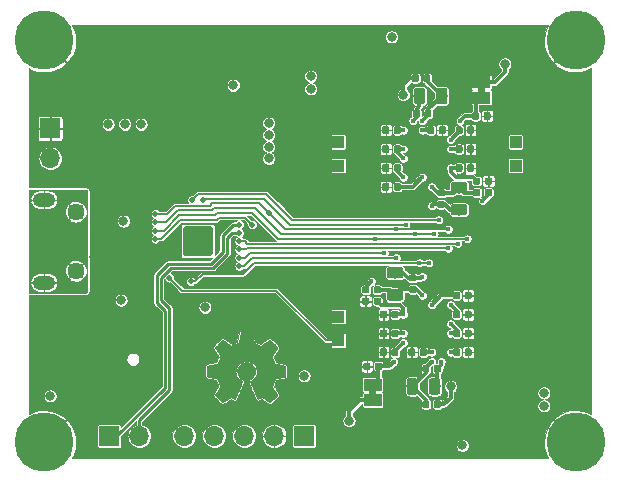
<source format=gbr>
G04 #@! TF.GenerationSoftware,KiCad,Pcbnew,(5.1.4)-1*
G04 #@! TF.CreationDate,2020-11-09T21:30:18-05:00*
G04 #@! TF.ProjectId,icepool-board,69636570-6f6f-46c2-9d62-6f6172642e6b,2020-04*
G04 #@! TF.SameCoordinates,Original*
G04 #@! TF.FileFunction,Copper,L4,Bot*
G04 #@! TF.FilePolarity,Positive*
%FSLAX46Y46*%
G04 Gerber Fmt 4.6, Leading zero omitted, Abs format (unit mm)*
G04 Created by KiCad (PCBNEW (5.1.4)-1) date 2020-11-09 21:30:18*
%MOMM*%
%LPD*%
G04 APERTURE LIST*
%ADD10C,0.010000*%
%ADD11C,0.100000*%
%ADD12R,1.000000X1.000000*%
%ADD13C,2.500000*%
%ADD14C,0.500000*%
%ADD15C,0.590000*%
%ADD16R,1.500000X1.000000*%
%ADD17O,1.700000X1.700000*%
%ADD18R,1.700000X1.700000*%
%ADD19O,1.900000X1.200000*%
%ADD20C,1.450000*%
%ADD21C,0.800000*%
%ADD22C,5.000000*%
%ADD23C,0.975000*%
%ADD24C,0.450000*%
%ADD25C,0.304800*%
%ADD26C,0.152400*%
%ADD27C,0.228600*%
%ADD28C,0.101600*%
G04 APERTURE END LIST*
D10*
G36*
X43544186Y-78168931D02*
G01*
X43460365Y-78613555D01*
X43151080Y-78741053D01*
X42841794Y-78868551D01*
X42470754Y-78616246D01*
X42366843Y-78545996D01*
X42272913Y-78483272D01*
X42193348Y-78430938D01*
X42132530Y-78391857D01*
X42094843Y-78368893D01*
X42084579Y-78363942D01*
X42066090Y-78376676D01*
X42026580Y-78411882D01*
X41970478Y-78465062D01*
X41902213Y-78531718D01*
X41826214Y-78607354D01*
X41746908Y-78687472D01*
X41668725Y-78767574D01*
X41596093Y-78843164D01*
X41533441Y-78909745D01*
X41485197Y-78962818D01*
X41455790Y-78997887D01*
X41448759Y-79009623D01*
X41458877Y-79031260D01*
X41487241Y-79078662D01*
X41530871Y-79147193D01*
X41586782Y-79232215D01*
X41651994Y-79329093D01*
X41689781Y-79384350D01*
X41758657Y-79485248D01*
X41819860Y-79576299D01*
X41870422Y-79652970D01*
X41907372Y-79710728D01*
X41927742Y-79745043D01*
X41930803Y-79752254D01*
X41923864Y-79772748D01*
X41904949Y-79820513D01*
X41876913Y-79888832D01*
X41842609Y-79970989D01*
X41804891Y-80060270D01*
X41766613Y-80149958D01*
X41730630Y-80233338D01*
X41699794Y-80303694D01*
X41676961Y-80354310D01*
X41664983Y-80378471D01*
X41664276Y-80379422D01*
X41645469Y-80384036D01*
X41595382Y-80394328D01*
X41519207Y-80409287D01*
X41422135Y-80427901D01*
X41309357Y-80449159D01*
X41243558Y-80461418D01*
X41123050Y-80484362D01*
X41014203Y-80506195D01*
X40922524Y-80525722D01*
X40853519Y-80541748D01*
X40812696Y-80553079D01*
X40804489Y-80556674D01*
X40796452Y-80581006D01*
X40789967Y-80635959D01*
X40785030Y-80715108D01*
X40781636Y-80812026D01*
X40779782Y-80920287D01*
X40779462Y-81033465D01*
X40780673Y-81145135D01*
X40783410Y-81248868D01*
X40787669Y-81338241D01*
X40793445Y-81406826D01*
X40800733Y-81448197D01*
X40805105Y-81456810D01*
X40831236Y-81467133D01*
X40886607Y-81481892D01*
X40963893Y-81499352D01*
X41055770Y-81517780D01*
X41087842Y-81523741D01*
X41242476Y-81552066D01*
X41364625Y-81574876D01*
X41458327Y-81593080D01*
X41527616Y-81607583D01*
X41576529Y-81619292D01*
X41609103Y-81629115D01*
X41629372Y-81637956D01*
X41641374Y-81646724D01*
X41643053Y-81648457D01*
X41659816Y-81676371D01*
X41685386Y-81730695D01*
X41717212Y-81804777D01*
X41752740Y-81891965D01*
X41789417Y-81985608D01*
X41824689Y-82079052D01*
X41856004Y-82165647D01*
X41880807Y-82238740D01*
X41896546Y-82291678D01*
X41900668Y-82317811D01*
X41900324Y-82318726D01*
X41886359Y-82340086D01*
X41854678Y-82387084D01*
X41808609Y-82454827D01*
X41751482Y-82538423D01*
X41686627Y-82632982D01*
X41668157Y-82659854D01*
X41602301Y-82757275D01*
X41544350Y-82846163D01*
X41497462Y-82921412D01*
X41464793Y-82977920D01*
X41449500Y-83010581D01*
X41448759Y-83014593D01*
X41461608Y-83035684D01*
X41497112Y-83077464D01*
X41550707Y-83135445D01*
X41617829Y-83205135D01*
X41693913Y-83282045D01*
X41774396Y-83361683D01*
X41854713Y-83439561D01*
X41930301Y-83511186D01*
X41996595Y-83572070D01*
X42049031Y-83617721D01*
X42083045Y-83643650D01*
X42092455Y-83647883D01*
X42114357Y-83637912D01*
X42159200Y-83611020D01*
X42219679Y-83571736D01*
X42266211Y-83540117D01*
X42350525Y-83482098D01*
X42450374Y-83413784D01*
X42550527Y-83345579D01*
X42604373Y-83309075D01*
X42786629Y-83185800D01*
X42939619Y-83268520D01*
X43009318Y-83304759D01*
X43068586Y-83332926D01*
X43108689Y-83348991D01*
X43118897Y-83351226D01*
X43131171Y-83334722D01*
X43155387Y-83288082D01*
X43189737Y-83215609D01*
X43232412Y-83121606D01*
X43281606Y-83010374D01*
X43335510Y-82886215D01*
X43392316Y-82753432D01*
X43450218Y-82616327D01*
X43507407Y-82479202D01*
X43562076Y-82346358D01*
X43612416Y-82222098D01*
X43656620Y-82110725D01*
X43692881Y-82016539D01*
X43719391Y-81943844D01*
X43734342Y-81896941D01*
X43736746Y-81880833D01*
X43717689Y-81860286D01*
X43675964Y-81826933D01*
X43620294Y-81787702D01*
X43615622Y-81784599D01*
X43471736Y-81669423D01*
X43355717Y-81535053D01*
X43268570Y-81385784D01*
X43211301Y-81225913D01*
X43184914Y-81059737D01*
X43190415Y-80891552D01*
X43228810Y-80725655D01*
X43301105Y-80566342D01*
X43322374Y-80531487D01*
X43433004Y-80390737D01*
X43563698Y-80277714D01*
X43709936Y-80193003D01*
X43867192Y-80137194D01*
X44030943Y-80110874D01*
X44196667Y-80114630D01*
X44359838Y-80149050D01*
X44515935Y-80214723D01*
X44660433Y-80312235D01*
X44705131Y-80351813D01*
X44818888Y-80475703D01*
X44901782Y-80606124D01*
X44958644Y-80752315D01*
X44990313Y-80897088D01*
X44998131Y-81059860D01*
X44972062Y-81223440D01*
X44914755Y-81382298D01*
X44828856Y-81530906D01*
X44717014Y-81663735D01*
X44581877Y-81775256D01*
X44564117Y-81787011D01*
X44507850Y-81825508D01*
X44465077Y-81858863D01*
X44444628Y-81880160D01*
X44444331Y-81880833D01*
X44448721Y-81903871D01*
X44466124Y-81956157D01*
X44494732Y-82033390D01*
X44532735Y-82131268D01*
X44578326Y-82245491D01*
X44629697Y-82371758D01*
X44685038Y-82505767D01*
X44742542Y-82643218D01*
X44800399Y-82779808D01*
X44856802Y-82911237D01*
X44909942Y-83033205D01*
X44958010Y-83141409D01*
X44999199Y-83231549D01*
X45031699Y-83299323D01*
X45053703Y-83340430D01*
X45062564Y-83351226D01*
X45089640Y-83342819D01*
X45140303Y-83320272D01*
X45205817Y-83287613D01*
X45241841Y-83268520D01*
X45394832Y-83185800D01*
X45577088Y-83309075D01*
X45670125Y-83372228D01*
X45771985Y-83441727D01*
X45867438Y-83507165D01*
X45915250Y-83540117D01*
X45982495Y-83585273D01*
X46039436Y-83621057D01*
X46078646Y-83642938D01*
X46091381Y-83647563D01*
X46109917Y-83635085D01*
X46150941Y-83600252D01*
X46210475Y-83546678D01*
X46284542Y-83477983D01*
X46369165Y-83397781D01*
X46422685Y-83346286D01*
X46516319Y-83254286D01*
X46597241Y-83171999D01*
X46662177Y-83102945D01*
X46707858Y-83050644D01*
X46731011Y-83018616D01*
X46733232Y-83012116D01*
X46722924Y-82987394D01*
X46694439Y-82937405D01*
X46650937Y-82867212D01*
X46595577Y-82781875D01*
X46531520Y-82686456D01*
X46513303Y-82659854D01*
X46446927Y-82563167D01*
X46387378Y-82476117D01*
X46337984Y-82403595D01*
X46302075Y-82350493D01*
X46282981Y-82321703D01*
X46281136Y-82318726D01*
X46283895Y-82295782D01*
X46298538Y-82245336D01*
X46322513Y-82174041D01*
X46353266Y-82088547D01*
X46388244Y-81995507D01*
X46424893Y-81901574D01*
X46460661Y-81813399D01*
X46492994Y-81737634D01*
X46519338Y-81680931D01*
X46537142Y-81649943D01*
X46538407Y-81648457D01*
X46549294Y-81639601D01*
X46567682Y-81630843D01*
X46597606Y-81621277D01*
X46643103Y-81609996D01*
X46708209Y-81596093D01*
X46796961Y-81578663D01*
X46913393Y-81556798D01*
X47061542Y-81529591D01*
X47093618Y-81523741D01*
X47188686Y-81505374D01*
X47271565Y-81487405D01*
X47334930Y-81471569D01*
X47371458Y-81459600D01*
X47376356Y-81456810D01*
X47384427Y-81432072D01*
X47390987Y-81376790D01*
X47396033Y-81297389D01*
X47399559Y-81200296D01*
X47401561Y-81091938D01*
X47402036Y-80978740D01*
X47400977Y-80867128D01*
X47398382Y-80763529D01*
X47394246Y-80674368D01*
X47388563Y-80606072D01*
X47381331Y-80565066D01*
X47376971Y-80556674D01*
X47352698Y-80548208D01*
X47297426Y-80534435D01*
X47216662Y-80516550D01*
X47115912Y-80495748D01*
X47000683Y-80473223D01*
X46937902Y-80461418D01*
X46818787Y-80439151D01*
X46712565Y-80418979D01*
X46624427Y-80401915D01*
X46559566Y-80388969D01*
X46523174Y-80381155D01*
X46517184Y-80379422D01*
X46507061Y-80359890D01*
X46485662Y-80312843D01*
X46455839Y-80245003D01*
X46420445Y-80163091D01*
X46382332Y-80073828D01*
X46344353Y-79983935D01*
X46309360Y-79900135D01*
X46280206Y-79829147D01*
X46259743Y-79777694D01*
X46250823Y-79752497D01*
X46250657Y-79751396D01*
X46260769Y-79731519D01*
X46289117Y-79685777D01*
X46332723Y-79618717D01*
X46388606Y-79534884D01*
X46453787Y-79438826D01*
X46491679Y-79383650D01*
X46560725Y-79282481D01*
X46622050Y-79190630D01*
X46672663Y-79112744D01*
X46709571Y-79053469D01*
X46729782Y-79017451D01*
X46732701Y-79009377D01*
X46720153Y-78990584D01*
X46685463Y-78950457D01*
X46633063Y-78893493D01*
X46567384Y-78824185D01*
X46492856Y-78747031D01*
X46413913Y-78666525D01*
X46334983Y-78587163D01*
X46260500Y-78513440D01*
X46194894Y-78449852D01*
X46142596Y-78400894D01*
X46108039Y-78371061D01*
X46096478Y-78363942D01*
X46077654Y-78373953D01*
X46032631Y-78402078D01*
X45965787Y-78445454D01*
X45881499Y-78501218D01*
X45784144Y-78566506D01*
X45710707Y-78616246D01*
X45339667Y-78868551D01*
X44721095Y-78613555D01*
X44637275Y-78168931D01*
X44553454Y-77724307D01*
X43628006Y-77724307D01*
X43544186Y-78168931D01*
X43544186Y-78168931D01*
G37*
X43544186Y-78168931D02*
X43460365Y-78613555D01*
X43151080Y-78741053D01*
X42841794Y-78868551D01*
X42470754Y-78616246D01*
X42366843Y-78545996D01*
X42272913Y-78483272D01*
X42193348Y-78430938D01*
X42132530Y-78391857D01*
X42094843Y-78368893D01*
X42084579Y-78363942D01*
X42066090Y-78376676D01*
X42026580Y-78411882D01*
X41970478Y-78465062D01*
X41902213Y-78531718D01*
X41826214Y-78607354D01*
X41746908Y-78687472D01*
X41668725Y-78767574D01*
X41596093Y-78843164D01*
X41533441Y-78909745D01*
X41485197Y-78962818D01*
X41455790Y-78997887D01*
X41448759Y-79009623D01*
X41458877Y-79031260D01*
X41487241Y-79078662D01*
X41530871Y-79147193D01*
X41586782Y-79232215D01*
X41651994Y-79329093D01*
X41689781Y-79384350D01*
X41758657Y-79485248D01*
X41819860Y-79576299D01*
X41870422Y-79652970D01*
X41907372Y-79710728D01*
X41927742Y-79745043D01*
X41930803Y-79752254D01*
X41923864Y-79772748D01*
X41904949Y-79820513D01*
X41876913Y-79888832D01*
X41842609Y-79970989D01*
X41804891Y-80060270D01*
X41766613Y-80149958D01*
X41730630Y-80233338D01*
X41699794Y-80303694D01*
X41676961Y-80354310D01*
X41664983Y-80378471D01*
X41664276Y-80379422D01*
X41645469Y-80384036D01*
X41595382Y-80394328D01*
X41519207Y-80409287D01*
X41422135Y-80427901D01*
X41309357Y-80449159D01*
X41243558Y-80461418D01*
X41123050Y-80484362D01*
X41014203Y-80506195D01*
X40922524Y-80525722D01*
X40853519Y-80541748D01*
X40812696Y-80553079D01*
X40804489Y-80556674D01*
X40796452Y-80581006D01*
X40789967Y-80635959D01*
X40785030Y-80715108D01*
X40781636Y-80812026D01*
X40779782Y-80920287D01*
X40779462Y-81033465D01*
X40780673Y-81145135D01*
X40783410Y-81248868D01*
X40787669Y-81338241D01*
X40793445Y-81406826D01*
X40800733Y-81448197D01*
X40805105Y-81456810D01*
X40831236Y-81467133D01*
X40886607Y-81481892D01*
X40963893Y-81499352D01*
X41055770Y-81517780D01*
X41087842Y-81523741D01*
X41242476Y-81552066D01*
X41364625Y-81574876D01*
X41458327Y-81593080D01*
X41527616Y-81607583D01*
X41576529Y-81619292D01*
X41609103Y-81629115D01*
X41629372Y-81637956D01*
X41641374Y-81646724D01*
X41643053Y-81648457D01*
X41659816Y-81676371D01*
X41685386Y-81730695D01*
X41717212Y-81804777D01*
X41752740Y-81891965D01*
X41789417Y-81985608D01*
X41824689Y-82079052D01*
X41856004Y-82165647D01*
X41880807Y-82238740D01*
X41896546Y-82291678D01*
X41900668Y-82317811D01*
X41900324Y-82318726D01*
X41886359Y-82340086D01*
X41854678Y-82387084D01*
X41808609Y-82454827D01*
X41751482Y-82538423D01*
X41686627Y-82632982D01*
X41668157Y-82659854D01*
X41602301Y-82757275D01*
X41544350Y-82846163D01*
X41497462Y-82921412D01*
X41464793Y-82977920D01*
X41449500Y-83010581D01*
X41448759Y-83014593D01*
X41461608Y-83035684D01*
X41497112Y-83077464D01*
X41550707Y-83135445D01*
X41617829Y-83205135D01*
X41693913Y-83282045D01*
X41774396Y-83361683D01*
X41854713Y-83439561D01*
X41930301Y-83511186D01*
X41996595Y-83572070D01*
X42049031Y-83617721D01*
X42083045Y-83643650D01*
X42092455Y-83647883D01*
X42114357Y-83637912D01*
X42159200Y-83611020D01*
X42219679Y-83571736D01*
X42266211Y-83540117D01*
X42350525Y-83482098D01*
X42450374Y-83413784D01*
X42550527Y-83345579D01*
X42604373Y-83309075D01*
X42786629Y-83185800D01*
X42939619Y-83268520D01*
X43009318Y-83304759D01*
X43068586Y-83332926D01*
X43108689Y-83348991D01*
X43118897Y-83351226D01*
X43131171Y-83334722D01*
X43155387Y-83288082D01*
X43189737Y-83215609D01*
X43232412Y-83121606D01*
X43281606Y-83010374D01*
X43335510Y-82886215D01*
X43392316Y-82753432D01*
X43450218Y-82616327D01*
X43507407Y-82479202D01*
X43562076Y-82346358D01*
X43612416Y-82222098D01*
X43656620Y-82110725D01*
X43692881Y-82016539D01*
X43719391Y-81943844D01*
X43734342Y-81896941D01*
X43736746Y-81880833D01*
X43717689Y-81860286D01*
X43675964Y-81826933D01*
X43620294Y-81787702D01*
X43615622Y-81784599D01*
X43471736Y-81669423D01*
X43355717Y-81535053D01*
X43268570Y-81385784D01*
X43211301Y-81225913D01*
X43184914Y-81059737D01*
X43190415Y-80891552D01*
X43228810Y-80725655D01*
X43301105Y-80566342D01*
X43322374Y-80531487D01*
X43433004Y-80390737D01*
X43563698Y-80277714D01*
X43709936Y-80193003D01*
X43867192Y-80137194D01*
X44030943Y-80110874D01*
X44196667Y-80114630D01*
X44359838Y-80149050D01*
X44515935Y-80214723D01*
X44660433Y-80312235D01*
X44705131Y-80351813D01*
X44818888Y-80475703D01*
X44901782Y-80606124D01*
X44958644Y-80752315D01*
X44990313Y-80897088D01*
X44998131Y-81059860D01*
X44972062Y-81223440D01*
X44914755Y-81382298D01*
X44828856Y-81530906D01*
X44717014Y-81663735D01*
X44581877Y-81775256D01*
X44564117Y-81787011D01*
X44507850Y-81825508D01*
X44465077Y-81858863D01*
X44444628Y-81880160D01*
X44444331Y-81880833D01*
X44448721Y-81903871D01*
X44466124Y-81956157D01*
X44494732Y-82033390D01*
X44532735Y-82131268D01*
X44578326Y-82245491D01*
X44629697Y-82371758D01*
X44685038Y-82505767D01*
X44742542Y-82643218D01*
X44800399Y-82779808D01*
X44856802Y-82911237D01*
X44909942Y-83033205D01*
X44958010Y-83141409D01*
X44999199Y-83231549D01*
X45031699Y-83299323D01*
X45053703Y-83340430D01*
X45062564Y-83351226D01*
X45089640Y-83342819D01*
X45140303Y-83320272D01*
X45205817Y-83287613D01*
X45241841Y-83268520D01*
X45394832Y-83185800D01*
X45577088Y-83309075D01*
X45670125Y-83372228D01*
X45771985Y-83441727D01*
X45867438Y-83507165D01*
X45915250Y-83540117D01*
X45982495Y-83585273D01*
X46039436Y-83621057D01*
X46078646Y-83642938D01*
X46091381Y-83647563D01*
X46109917Y-83635085D01*
X46150941Y-83600252D01*
X46210475Y-83546678D01*
X46284542Y-83477983D01*
X46369165Y-83397781D01*
X46422685Y-83346286D01*
X46516319Y-83254286D01*
X46597241Y-83171999D01*
X46662177Y-83102945D01*
X46707858Y-83050644D01*
X46731011Y-83018616D01*
X46733232Y-83012116D01*
X46722924Y-82987394D01*
X46694439Y-82937405D01*
X46650937Y-82867212D01*
X46595577Y-82781875D01*
X46531520Y-82686456D01*
X46513303Y-82659854D01*
X46446927Y-82563167D01*
X46387378Y-82476117D01*
X46337984Y-82403595D01*
X46302075Y-82350493D01*
X46282981Y-82321703D01*
X46281136Y-82318726D01*
X46283895Y-82295782D01*
X46298538Y-82245336D01*
X46322513Y-82174041D01*
X46353266Y-82088547D01*
X46388244Y-81995507D01*
X46424893Y-81901574D01*
X46460661Y-81813399D01*
X46492994Y-81737634D01*
X46519338Y-81680931D01*
X46537142Y-81649943D01*
X46538407Y-81648457D01*
X46549294Y-81639601D01*
X46567682Y-81630843D01*
X46597606Y-81621277D01*
X46643103Y-81609996D01*
X46708209Y-81596093D01*
X46796961Y-81578663D01*
X46913393Y-81556798D01*
X47061542Y-81529591D01*
X47093618Y-81523741D01*
X47188686Y-81505374D01*
X47271565Y-81487405D01*
X47334930Y-81471569D01*
X47371458Y-81459600D01*
X47376356Y-81456810D01*
X47384427Y-81432072D01*
X47390987Y-81376790D01*
X47396033Y-81297389D01*
X47399559Y-81200296D01*
X47401561Y-81091938D01*
X47402036Y-80978740D01*
X47400977Y-80867128D01*
X47398382Y-80763529D01*
X47394246Y-80674368D01*
X47388563Y-80606072D01*
X47381331Y-80565066D01*
X47376971Y-80556674D01*
X47352698Y-80548208D01*
X47297426Y-80534435D01*
X47216662Y-80516550D01*
X47115912Y-80495748D01*
X47000683Y-80473223D01*
X46937902Y-80461418D01*
X46818787Y-80439151D01*
X46712565Y-80418979D01*
X46624427Y-80401915D01*
X46559566Y-80388969D01*
X46523174Y-80381155D01*
X46517184Y-80379422D01*
X46507061Y-80359890D01*
X46485662Y-80312843D01*
X46455839Y-80245003D01*
X46420445Y-80163091D01*
X46382332Y-80073828D01*
X46344353Y-79983935D01*
X46309360Y-79900135D01*
X46280206Y-79829147D01*
X46259743Y-79777694D01*
X46250823Y-79752497D01*
X46250657Y-79751396D01*
X46260769Y-79731519D01*
X46289117Y-79685777D01*
X46332723Y-79618717D01*
X46388606Y-79534884D01*
X46453787Y-79438826D01*
X46491679Y-79383650D01*
X46560725Y-79282481D01*
X46622050Y-79190630D01*
X46672663Y-79112744D01*
X46709571Y-79053469D01*
X46729782Y-79017451D01*
X46732701Y-79009377D01*
X46720153Y-78990584D01*
X46685463Y-78950457D01*
X46633063Y-78893493D01*
X46567384Y-78824185D01*
X46492856Y-78747031D01*
X46413913Y-78666525D01*
X46334983Y-78587163D01*
X46260500Y-78513440D01*
X46194894Y-78449852D01*
X46142596Y-78400894D01*
X46108039Y-78371061D01*
X46096478Y-78363942D01*
X46077654Y-78373953D01*
X46032631Y-78402078D01*
X45965787Y-78445454D01*
X45881499Y-78501218D01*
X45784144Y-78566506D01*
X45710707Y-78616246D01*
X45339667Y-78868551D01*
X44721095Y-78613555D01*
X44637275Y-78168931D01*
X44553454Y-77724307D01*
X43628006Y-77724307D01*
X43544186Y-78168931D01*
D11*
G36*
X55100000Y-83050000D02*
G01*
X55100000Y-82550000D01*
X54500000Y-82550000D01*
X54500000Y-83050000D01*
X55100000Y-83050000D01*
G37*
G36*
X63700000Y-56950000D02*
G01*
X63700000Y-57450000D01*
X64300000Y-57450000D01*
X64300000Y-56950000D01*
X63700000Y-56950000D01*
G37*
D12*
X51900000Y-76400000D03*
X66900000Y-63600000D03*
X51900000Y-63600000D03*
X51900000Y-78400000D03*
X66900000Y-61600000D03*
X51900000Y-61600000D03*
D11*
G36*
X41024504Y-68751204D02*
G01*
X41048773Y-68754804D01*
X41072571Y-68760765D01*
X41095671Y-68769030D01*
X41117849Y-68779520D01*
X41138893Y-68792133D01*
X41158598Y-68806747D01*
X41176777Y-68823223D01*
X41193253Y-68841402D01*
X41207867Y-68861107D01*
X41220480Y-68882151D01*
X41230970Y-68904329D01*
X41239235Y-68927429D01*
X41245196Y-68951227D01*
X41248796Y-68975496D01*
X41250000Y-69000000D01*
X41250000Y-71000000D01*
X41248796Y-71024504D01*
X41245196Y-71048773D01*
X41239235Y-71072571D01*
X41230970Y-71095671D01*
X41220480Y-71117849D01*
X41207867Y-71138893D01*
X41193253Y-71158598D01*
X41176777Y-71176777D01*
X41158598Y-71193253D01*
X41138893Y-71207867D01*
X41117849Y-71220480D01*
X41095671Y-71230970D01*
X41072571Y-71239235D01*
X41048773Y-71245196D01*
X41024504Y-71248796D01*
X41000000Y-71250000D01*
X39000000Y-71250000D01*
X38975496Y-71248796D01*
X38951227Y-71245196D01*
X38927429Y-71239235D01*
X38904329Y-71230970D01*
X38882151Y-71220480D01*
X38861107Y-71207867D01*
X38841402Y-71193253D01*
X38823223Y-71176777D01*
X38806747Y-71158598D01*
X38792133Y-71138893D01*
X38779520Y-71117849D01*
X38769030Y-71095671D01*
X38760765Y-71072571D01*
X38754804Y-71048773D01*
X38751204Y-71024504D01*
X38750000Y-71000000D01*
X38750000Y-69000000D01*
X38751204Y-68975496D01*
X38754804Y-68951227D01*
X38760765Y-68927429D01*
X38769030Y-68904329D01*
X38779520Y-68882151D01*
X38792133Y-68861107D01*
X38806747Y-68841402D01*
X38823223Y-68823223D01*
X38841402Y-68806747D01*
X38861107Y-68792133D01*
X38882151Y-68779520D01*
X38904329Y-68769030D01*
X38927429Y-68760765D01*
X38951227Y-68754804D01*
X38975496Y-68751204D01*
X39000000Y-68750000D01*
X41000000Y-68750000D01*
X41024504Y-68751204D01*
X41024504Y-68751204D01*
G37*
D13*
X40000000Y-70000000D03*
D14*
X39000000Y-69000000D03*
X40000000Y-69000000D03*
X41000000Y-69000000D03*
X39000000Y-70000000D03*
X40000000Y-70000000D03*
X41000000Y-70000000D03*
X39000000Y-71000000D03*
X40000000Y-71000000D03*
X41000000Y-71000000D03*
D11*
G36*
X60446958Y-83480710D02*
G01*
X60461276Y-83482834D01*
X60475317Y-83486351D01*
X60488946Y-83491228D01*
X60502031Y-83497417D01*
X60514447Y-83504858D01*
X60526073Y-83513481D01*
X60536798Y-83523202D01*
X60546519Y-83533927D01*
X60555142Y-83545553D01*
X60562583Y-83557969D01*
X60568772Y-83571054D01*
X60573649Y-83584683D01*
X60577166Y-83598724D01*
X60579290Y-83613042D01*
X60580000Y-83627500D01*
X60580000Y-83972500D01*
X60579290Y-83986958D01*
X60577166Y-84001276D01*
X60573649Y-84015317D01*
X60568772Y-84028946D01*
X60562583Y-84042031D01*
X60555142Y-84054447D01*
X60546519Y-84066073D01*
X60536798Y-84076798D01*
X60526073Y-84086519D01*
X60514447Y-84095142D01*
X60502031Y-84102583D01*
X60488946Y-84108772D01*
X60475317Y-84113649D01*
X60461276Y-84117166D01*
X60446958Y-84119290D01*
X60432500Y-84120000D01*
X60137500Y-84120000D01*
X60123042Y-84119290D01*
X60108724Y-84117166D01*
X60094683Y-84113649D01*
X60081054Y-84108772D01*
X60067969Y-84102583D01*
X60055553Y-84095142D01*
X60043927Y-84086519D01*
X60033202Y-84076798D01*
X60023481Y-84066073D01*
X60014858Y-84054447D01*
X60007417Y-84042031D01*
X60001228Y-84028946D01*
X59996351Y-84015317D01*
X59992834Y-84001276D01*
X59990710Y-83986958D01*
X59990000Y-83972500D01*
X59990000Y-83627500D01*
X59990710Y-83613042D01*
X59992834Y-83598724D01*
X59996351Y-83584683D01*
X60001228Y-83571054D01*
X60007417Y-83557969D01*
X60014858Y-83545553D01*
X60023481Y-83533927D01*
X60033202Y-83523202D01*
X60043927Y-83513481D01*
X60055553Y-83504858D01*
X60067969Y-83497417D01*
X60081054Y-83491228D01*
X60094683Y-83486351D01*
X60108724Y-83482834D01*
X60123042Y-83480710D01*
X60137500Y-83480000D01*
X60432500Y-83480000D01*
X60446958Y-83480710D01*
X60446958Y-83480710D01*
G37*
D15*
X60285000Y-83800000D03*
D11*
G36*
X59476958Y-83480710D02*
G01*
X59491276Y-83482834D01*
X59505317Y-83486351D01*
X59518946Y-83491228D01*
X59532031Y-83497417D01*
X59544447Y-83504858D01*
X59556073Y-83513481D01*
X59566798Y-83523202D01*
X59576519Y-83533927D01*
X59585142Y-83545553D01*
X59592583Y-83557969D01*
X59598772Y-83571054D01*
X59603649Y-83584683D01*
X59607166Y-83598724D01*
X59609290Y-83613042D01*
X59610000Y-83627500D01*
X59610000Y-83972500D01*
X59609290Y-83986958D01*
X59607166Y-84001276D01*
X59603649Y-84015317D01*
X59598772Y-84028946D01*
X59592583Y-84042031D01*
X59585142Y-84054447D01*
X59576519Y-84066073D01*
X59566798Y-84076798D01*
X59556073Y-84086519D01*
X59544447Y-84095142D01*
X59532031Y-84102583D01*
X59518946Y-84108772D01*
X59505317Y-84113649D01*
X59491276Y-84117166D01*
X59476958Y-84119290D01*
X59462500Y-84120000D01*
X59167500Y-84120000D01*
X59153042Y-84119290D01*
X59138724Y-84117166D01*
X59124683Y-84113649D01*
X59111054Y-84108772D01*
X59097969Y-84102583D01*
X59085553Y-84095142D01*
X59073927Y-84086519D01*
X59063202Y-84076798D01*
X59053481Y-84066073D01*
X59044858Y-84054447D01*
X59037417Y-84042031D01*
X59031228Y-84028946D01*
X59026351Y-84015317D01*
X59022834Y-84001276D01*
X59020710Y-83986958D01*
X59020000Y-83972500D01*
X59020000Y-83627500D01*
X59020710Y-83613042D01*
X59022834Y-83598724D01*
X59026351Y-83584683D01*
X59031228Y-83571054D01*
X59037417Y-83557969D01*
X59044858Y-83545553D01*
X59053481Y-83533927D01*
X59063202Y-83523202D01*
X59073927Y-83513481D01*
X59085553Y-83504858D01*
X59097969Y-83497417D01*
X59111054Y-83491228D01*
X59124683Y-83486351D01*
X59138724Y-83482834D01*
X59153042Y-83480710D01*
X59167500Y-83480000D01*
X59462500Y-83480000D01*
X59476958Y-83480710D01*
X59476958Y-83480710D01*
G37*
D15*
X59315000Y-83800000D03*
D11*
G36*
X55386959Y-74790710D02*
G01*
X55401277Y-74792834D01*
X55415318Y-74796351D01*
X55428947Y-74801228D01*
X55442032Y-74807417D01*
X55454448Y-74814858D01*
X55466074Y-74823481D01*
X55476799Y-74833202D01*
X55486520Y-74843927D01*
X55495143Y-74855553D01*
X55502584Y-74867969D01*
X55508773Y-74881054D01*
X55513650Y-74894683D01*
X55517167Y-74908724D01*
X55519291Y-74923042D01*
X55520001Y-74937500D01*
X55520001Y-75232500D01*
X55519291Y-75246958D01*
X55517167Y-75261276D01*
X55513650Y-75275317D01*
X55508773Y-75288946D01*
X55502584Y-75302031D01*
X55495143Y-75314447D01*
X55486520Y-75326073D01*
X55476799Y-75336798D01*
X55466074Y-75346519D01*
X55454448Y-75355142D01*
X55442032Y-75362583D01*
X55428947Y-75368772D01*
X55415318Y-75373649D01*
X55401277Y-75377166D01*
X55386959Y-75379290D01*
X55372501Y-75380000D01*
X55027501Y-75380000D01*
X55013043Y-75379290D01*
X54998725Y-75377166D01*
X54984684Y-75373649D01*
X54971055Y-75368772D01*
X54957970Y-75362583D01*
X54945554Y-75355142D01*
X54933928Y-75346519D01*
X54923203Y-75336798D01*
X54913482Y-75326073D01*
X54904859Y-75314447D01*
X54897418Y-75302031D01*
X54891229Y-75288946D01*
X54886352Y-75275317D01*
X54882835Y-75261276D01*
X54880711Y-75246958D01*
X54880001Y-75232500D01*
X54880001Y-74937500D01*
X54880711Y-74923042D01*
X54882835Y-74908724D01*
X54886352Y-74894683D01*
X54891229Y-74881054D01*
X54897418Y-74867969D01*
X54904859Y-74855553D01*
X54913482Y-74843927D01*
X54923203Y-74833202D01*
X54933928Y-74823481D01*
X54945554Y-74814858D01*
X54957970Y-74807417D01*
X54971055Y-74801228D01*
X54984684Y-74796351D01*
X54998725Y-74792834D01*
X55013043Y-74790710D01*
X55027501Y-74790000D01*
X55372501Y-74790000D01*
X55386959Y-74790710D01*
X55386959Y-74790710D01*
G37*
D15*
X55200001Y-75085000D03*
D11*
G36*
X55386959Y-73820710D02*
G01*
X55401277Y-73822834D01*
X55415318Y-73826351D01*
X55428947Y-73831228D01*
X55442032Y-73837417D01*
X55454448Y-73844858D01*
X55466074Y-73853481D01*
X55476799Y-73863202D01*
X55486520Y-73873927D01*
X55495143Y-73885553D01*
X55502584Y-73897969D01*
X55508773Y-73911054D01*
X55513650Y-73924683D01*
X55517167Y-73938724D01*
X55519291Y-73953042D01*
X55520001Y-73967500D01*
X55520001Y-74262500D01*
X55519291Y-74276958D01*
X55517167Y-74291276D01*
X55513650Y-74305317D01*
X55508773Y-74318946D01*
X55502584Y-74332031D01*
X55495143Y-74344447D01*
X55486520Y-74356073D01*
X55476799Y-74366798D01*
X55466074Y-74376519D01*
X55454448Y-74385142D01*
X55442032Y-74392583D01*
X55428947Y-74398772D01*
X55415318Y-74403649D01*
X55401277Y-74407166D01*
X55386959Y-74409290D01*
X55372501Y-74410000D01*
X55027501Y-74410000D01*
X55013043Y-74409290D01*
X54998725Y-74407166D01*
X54984684Y-74403649D01*
X54971055Y-74398772D01*
X54957970Y-74392583D01*
X54945554Y-74385142D01*
X54933928Y-74376519D01*
X54923203Y-74366798D01*
X54913482Y-74356073D01*
X54904859Y-74344447D01*
X54897418Y-74332031D01*
X54891229Y-74318946D01*
X54886352Y-74305317D01*
X54882835Y-74291276D01*
X54880711Y-74276958D01*
X54880001Y-74262500D01*
X54880001Y-73967500D01*
X54880711Y-73953042D01*
X54882835Y-73938724D01*
X54886352Y-73924683D01*
X54891229Y-73911054D01*
X54897418Y-73897969D01*
X54904859Y-73885553D01*
X54913482Y-73873927D01*
X54923203Y-73863202D01*
X54933928Y-73853481D01*
X54945554Y-73844858D01*
X54957970Y-73837417D01*
X54971055Y-73831228D01*
X54984684Y-73826351D01*
X54998725Y-73822834D01*
X55013043Y-73820710D01*
X55027501Y-73820000D01*
X55372501Y-73820000D01*
X55386959Y-73820710D01*
X55386959Y-73820710D01*
G37*
D15*
X55200001Y-74115000D03*
D11*
G36*
X58576958Y-55880710D02*
G01*
X58591276Y-55882834D01*
X58605317Y-55886351D01*
X58618946Y-55891228D01*
X58632031Y-55897417D01*
X58644447Y-55904858D01*
X58656073Y-55913481D01*
X58666798Y-55923202D01*
X58676519Y-55933927D01*
X58685142Y-55945553D01*
X58692583Y-55957969D01*
X58698772Y-55971054D01*
X58703649Y-55984683D01*
X58707166Y-55998724D01*
X58709290Y-56013042D01*
X58710000Y-56027500D01*
X58710000Y-56372500D01*
X58709290Y-56386958D01*
X58707166Y-56401276D01*
X58703649Y-56415317D01*
X58698772Y-56428946D01*
X58692583Y-56442031D01*
X58685142Y-56454447D01*
X58676519Y-56466073D01*
X58666798Y-56476798D01*
X58656073Y-56486519D01*
X58644447Y-56495142D01*
X58632031Y-56502583D01*
X58618946Y-56508772D01*
X58605317Y-56513649D01*
X58591276Y-56517166D01*
X58576958Y-56519290D01*
X58562500Y-56520000D01*
X58267500Y-56520000D01*
X58253042Y-56519290D01*
X58238724Y-56517166D01*
X58224683Y-56513649D01*
X58211054Y-56508772D01*
X58197969Y-56502583D01*
X58185553Y-56495142D01*
X58173927Y-56486519D01*
X58163202Y-56476798D01*
X58153481Y-56466073D01*
X58144858Y-56454447D01*
X58137417Y-56442031D01*
X58131228Y-56428946D01*
X58126351Y-56415317D01*
X58122834Y-56401276D01*
X58120710Y-56386958D01*
X58120000Y-56372500D01*
X58120000Y-56027500D01*
X58120710Y-56013042D01*
X58122834Y-55998724D01*
X58126351Y-55984683D01*
X58131228Y-55971054D01*
X58137417Y-55957969D01*
X58144858Y-55945553D01*
X58153481Y-55933927D01*
X58163202Y-55923202D01*
X58173927Y-55913481D01*
X58185553Y-55904858D01*
X58197969Y-55897417D01*
X58211054Y-55891228D01*
X58224683Y-55886351D01*
X58238724Y-55882834D01*
X58253042Y-55880710D01*
X58267500Y-55880000D01*
X58562500Y-55880000D01*
X58576958Y-55880710D01*
X58576958Y-55880710D01*
G37*
D15*
X58415000Y-56200000D03*
D11*
G36*
X59546958Y-55880710D02*
G01*
X59561276Y-55882834D01*
X59575317Y-55886351D01*
X59588946Y-55891228D01*
X59602031Y-55897417D01*
X59614447Y-55904858D01*
X59626073Y-55913481D01*
X59636798Y-55923202D01*
X59646519Y-55933927D01*
X59655142Y-55945553D01*
X59662583Y-55957969D01*
X59668772Y-55971054D01*
X59673649Y-55984683D01*
X59677166Y-55998724D01*
X59679290Y-56013042D01*
X59680000Y-56027500D01*
X59680000Y-56372500D01*
X59679290Y-56386958D01*
X59677166Y-56401276D01*
X59673649Y-56415317D01*
X59668772Y-56428946D01*
X59662583Y-56442031D01*
X59655142Y-56454447D01*
X59646519Y-56466073D01*
X59636798Y-56476798D01*
X59626073Y-56486519D01*
X59614447Y-56495142D01*
X59602031Y-56502583D01*
X59588946Y-56508772D01*
X59575317Y-56513649D01*
X59561276Y-56517166D01*
X59546958Y-56519290D01*
X59532500Y-56520000D01*
X59237500Y-56520000D01*
X59223042Y-56519290D01*
X59208724Y-56517166D01*
X59194683Y-56513649D01*
X59181054Y-56508772D01*
X59167969Y-56502583D01*
X59155553Y-56495142D01*
X59143927Y-56486519D01*
X59133202Y-56476798D01*
X59123481Y-56466073D01*
X59114858Y-56454447D01*
X59107417Y-56442031D01*
X59101228Y-56428946D01*
X59096351Y-56415317D01*
X59092834Y-56401276D01*
X59090710Y-56386958D01*
X59090000Y-56372500D01*
X59090000Y-56027500D01*
X59090710Y-56013042D01*
X59092834Y-55998724D01*
X59096351Y-55984683D01*
X59101228Y-55971054D01*
X59107417Y-55957969D01*
X59114858Y-55945553D01*
X59123481Y-55933927D01*
X59133202Y-55923202D01*
X59143927Y-55913481D01*
X59155553Y-55904858D01*
X59167969Y-55897417D01*
X59181054Y-55891228D01*
X59194683Y-55886351D01*
X59208724Y-55882834D01*
X59223042Y-55880710D01*
X59237500Y-55880000D01*
X59532500Y-55880000D01*
X59546958Y-55880710D01*
X59546958Y-55880710D01*
G37*
D15*
X59385000Y-56200000D03*
D11*
G36*
X63786958Y-64620710D02*
G01*
X63801276Y-64622834D01*
X63815317Y-64626351D01*
X63828946Y-64631228D01*
X63842031Y-64637417D01*
X63854447Y-64644858D01*
X63866073Y-64653481D01*
X63876798Y-64663202D01*
X63886519Y-64673927D01*
X63895142Y-64685553D01*
X63902583Y-64697969D01*
X63908772Y-64711054D01*
X63913649Y-64724683D01*
X63917166Y-64738724D01*
X63919290Y-64753042D01*
X63920000Y-64767500D01*
X63920000Y-65062500D01*
X63919290Y-65076958D01*
X63917166Y-65091276D01*
X63913649Y-65105317D01*
X63908772Y-65118946D01*
X63902583Y-65132031D01*
X63895142Y-65144447D01*
X63886519Y-65156073D01*
X63876798Y-65166798D01*
X63866073Y-65176519D01*
X63854447Y-65185142D01*
X63842031Y-65192583D01*
X63828946Y-65198772D01*
X63815317Y-65203649D01*
X63801276Y-65207166D01*
X63786958Y-65209290D01*
X63772500Y-65210000D01*
X63427500Y-65210000D01*
X63413042Y-65209290D01*
X63398724Y-65207166D01*
X63384683Y-65203649D01*
X63371054Y-65198772D01*
X63357969Y-65192583D01*
X63345553Y-65185142D01*
X63333927Y-65176519D01*
X63323202Y-65166798D01*
X63313481Y-65156073D01*
X63304858Y-65144447D01*
X63297417Y-65132031D01*
X63291228Y-65118946D01*
X63286351Y-65105317D01*
X63282834Y-65091276D01*
X63280710Y-65076958D01*
X63280000Y-65062500D01*
X63280000Y-64767500D01*
X63280710Y-64753042D01*
X63282834Y-64738724D01*
X63286351Y-64724683D01*
X63291228Y-64711054D01*
X63297417Y-64697969D01*
X63304858Y-64685553D01*
X63313481Y-64673927D01*
X63323202Y-64663202D01*
X63333927Y-64653481D01*
X63345553Y-64644858D01*
X63357969Y-64637417D01*
X63371054Y-64631228D01*
X63384683Y-64626351D01*
X63398724Y-64622834D01*
X63413042Y-64620710D01*
X63427500Y-64620000D01*
X63772500Y-64620000D01*
X63786958Y-64620710D01*
X63786958Y-64620710D01*
G37*
D15*
X63600000Y-64915000D03*
D11*
G36*
X63786958Y-65590710D02*
G01*
X63801276Y-65592834D01*
X63815317Y-65596351D01*
X63828946Y-65601228D01*
X63842031Y-65607417D01*
X63854447Y-65614858D01*
X63866073Y-65623481D01*
X63876798Y-65633202D01*
X63886519Y-65643927D01*
X63895142Y-65655553D01*
X63902583Y-65667969D01*
X63908772Y-65681054D01*
X63913649Y-65694683D01*
X63917166Y-65708724D01*
X63919290Y-65723042D01*
X63920000Y-65737500D01*
X63920000Y-66032500D01*
X63919290Y-66046958D01*
X63917166Y-66061276D01*
X63913649Y-66075317D01*
X63908772Y-66088946D01*
X63902583Y-66102031D01*
X63895142Y-66114447D01*
X63886519Y-66126073D01*
X63876798Y-66136798D01*
X63866073Y-66146519D01*
X63854447Y-66155142D01*
X63842031Y-66162583D01*
X63828946Y-66168772D01*
X63815317Y-66173649D01*
X63801276Y-66177166D01*
X63786958Y-66179290D01*
X63772500Y-66180000D01*
X63427500Y-66180000D01*
X63413042Y-66179290D01*
X63398724Y-66177166D01*
X63384683Y-66173649D01*
X63371054Y-66168772D01*
X63357969Y-66162583D01*
X63345553Y-66155142D01*
X63333927Y-66146519D01*
X63323202Y-66136798D01*
X63313481Y-66126073D01*
X63304858Y-66114447D01*
X63297417Y-66102031D01*
X63291228Y-66088946D01*
X63286351Y-66075317D01*
X63282834Y-66061276D01*
X63280710Y-66046958D01*
X63280000Y-66032500D01*
X63280000Y-65737500D01*
X63280710Y-65723042D01*
X63282834Y-65708724D01*
X63286351Y-65694683D01*
X63291228Y-65681054D01*
X63297417Y-65667969D01*
X63304858Y-65655553D01*
X63313481Y-65643927D01*
X63323202Y-65633202D01*
X63333927Y-65623481D01*
X63345553Y-65614858D01*
X63357969Y-65607417D01*
X63371054Y-65601228D01*
X63384683Y-65596351D01*
X63398724Y-65592834D01*
X63413042Y-65590710D01*
X63427500Y-65590000D01*
X63772500Y-65590000D01*
X63786958Y-65590710D01*
X63786958Y-65590710D01*
G37*
D15*
X63600000Y-65885000D03*
D16*
X54800000Y-82150000D03*
X54800000Y-83450000D03*
X64000000Y-57850000D03*
X64000000Y-56550000D03*
D17*
X38840000Y-86500000D03*
X41380000Y-86500000D03*
X43920000Y-86500000D03*
X46460000Y-86500000D03*
D18*
X49000000Y-86500000D03*
D17*
X35040000Y-86500000D03*
D18*
X32500000Y-86500000D03*
D19*
X26962500Y-73500000D03*
X26962500Y-66500000D03*
D20*
X29662500Y-72500000D03*
X29662500Y-67500000D03*
D17*
X27500000Y-63000000D03*
D18*
X27500000Y-60460000D03*
D21*
X28325825Y-85674175D03*
X27000000Y-85125000D03*
X25674175Y-85674175D03*
X25125000Y-87000000D03*
X25674175Y-88325825D03*
X27000000Y-88875000D03*
X28325825Y-88325825D03*
X28875000Y-87000000D03*
D22*
X27000000Y-87000000D03*
D21*
X73325825Y-85674175D03*
X72000000Y-85125000D03*
X70674175Y-85674175D03*
X70125000Y-87000000D03*
X70674175Y-88325825D03*
X72000000Y-88875000D03*
X73325825Y-88325825D03*
X73875000Y-87000000D03*
D22*
X72000000Y-87000000D03*
D21*
X73325825Y-51674175D03*
X72000000Y-51125000D03*
X70674175Y-51674175D03*
X70125000Y-53000000D03*
X70674175Y-54325825D03*
X72000000Y-54875000D03*
X73325825Y-54325825D03*
X73875000Y-53000000D03*
D22*
X72000000Y-53000000D03*
D21*
X28325825Y-51674175D03*
X27000000Y-51125000D03*
X25674175Y-51674175D03*
X25125000Y-53000000D03*
X25674175Y-54325825D03*
X27000000Y-54875000D03*
X28325825Y-54325825D03*
X28875000Y-53000000D03*
D22*
X27000000Y-53000000D03*
D11*
G36*
X60446958Y-80480710D02*
G01*
X60461276Y-80482834D01*
X60475317Y-80486351D01*
X60488946Y-80491228D01*
X60502031Y-80497417D01*
X60514447Y-80504858D01*
X60526073Y-80513481D01*
X60536798Y-80523202D01*
X60546519Y-80533927D01*
X60555142Y-80545553D01*
X60562583Y-80557969D01*
X60568772Y-80571054D01*
X60573649Y-80584683D01*
X60577166Y-80598724D01*
X60579290Y-80613042D01*
X60580000Y-80627500D01*
X60580000Y-80972500D01*
X60579290Y-80986958D01*
X60577166Y-81001276D01*
X60573649Y-81015317D01*
X60568772Y-81028946D01*
X60562583Y-81042031D01*
X60555142Y-81054447D01*
X60546519Y-81066073D01*
X60536798Y-81076798D01*
X60526073Y-81086519D01*
X60514447Y-81095142D01*
X60502031Y-81102583D01*
X60488946Y-81108772D01*
X60475317Y-81113649D01*
X60461276Y-81117166D01*
X60446958Y-81119290D01*
X60432500Y-81120000D01*
X60137500Y-81120000D01*
X60123042Y-81119290D01*
X60108724Y-81117166D01*
X60094683Y-81113649D01*
X60081054Y-81108772D01*
X60067969Y-81102583D01*
X60055553Y-81095142D01*
X60043927Y-81086519D01*
X60033202Y-81076798D01*
X60023481Y-81066073D01*
X60014858Y-81054447D01*
X60007417Y-81042031D01*
X60001228Y-81028946D01*
X59996351Y-81015317D01*
X59992834Y-81001276D01*
X59990710Y-80986958D01*
X59990000Y-80972500D01*
X59990000Y-80627500D01*
X59990710Y-80613042D01*
X59992834Y-80598724D01*
X59996351Y-80584683D01*
X60001228Y-80571054D01*
X60007417Y-80557969D01*
X60014858Y-80545553D01*
X60023481Y-80533927D01*
X60033202Y-80523202D01*
X60043927Y-80513481D01*
X60055553Y-80504858D01*
X60067969Y-80497417D01*
X60081054Y-80491228D01*
X60094683Y-80486351D01*
X60108724Y-80482834D01*
X60123042Y-80480710D01*
X60137500Y-80480000D01*
X60432500Y-80480000D01*
X60446958Y-80480710D01*
X60446958Y-80480710D01*
G37*
D15*
X60285000Y-80800000D03*
D11*
G36*
X59476958Y-80480710D02*
G01*
X59491276Y-80482834D01*
X59505317Y-80486351D01*
X59518946Y-80491228D01*
X59532031Y-80497417D01*
X59544447Y-80504858D01*
X59556073Y-80513481D01*
X59566798Y-80523202D01*
X59576519Y-80533927D01*
X59585142Y-80545553D01*
X59592583Y-80557969D01*
X59598772Y-80571054D01*
X59603649Y-80584683D01*
X59607166Y-80598724D01*
X59609290Y-80613042D01*
X59610000Y-80627500D01*
X59610000Y-80972500D01*
X59609290Y-80986958D01*
X59607166Y-81001276D01*
X59603649Y-81015317D01*
X59598772Y-81028946D01*
X59592583Y-81042031D01*
X59585142Y-81054447D01*
X59576519Y-81066073D01*
X59566798Y-81076798D01*
X59556073Y-81086519D01*
X59544447Y-81095142D01*
X59532031Y-81102583D01*
X59518946Y-81108772D01*
X59505317Y-81113649D01*
X59491276Y-81117166D01*
X59476958Y-81119290D01*
X59462500Y-81120000D01*
X59167500Y-81120000D01*
X59153042Y-81119290D01*
X59138724Y-81117166D01*
X59124683Y-81113649D01*
X59111054Y-81108772D01*
X59097969Y-81102583D01*
X59085553Y-81095142D01*
X59073927Y-81086519D01*
X59063202Y-81076798D01*
X59053481Y-81066073D01*
X59044858Y-81054447D01*
X59037417Y-81042031D01*
X59031228Y-81028946D01*
X59026351Y-81015317D01*
X59022834Y-81001276D01*
X59020710Y-80986958D01*
X59020000Y-80972500D01*
X59020000Y-80627500D01*
X59020710Y-80613042D01*
X59022834Y-80598724D01*
X59026351Y-80584683D01*
X59031228Y-80571054D01*
X59037417Y-80557969D01*
X59044858Y-80545553D01*
X59053481Y-80533927D01*
X59063202Y-80523202D01*
X59073927Y-80513481D01*
X59085553Y-80504858D01*
X59097969Y-80497417D01*
X59111054Y-80491228D01*
X59124683Y-80486351D01*
X59138724Y-80482834D01*
X59153042Y-80480710D01*
X59167500Y-80480000D01*
X59462500Y-80480000D01*
X59476958Y-80480710D01*
X59476958Y-80480710D01*
G37*
D15*
X59315000Y-80800000D03*
D11*
G36*
X58386958Y-72820710D02*
G01*
X58401276Y-72822834D01*
X58415317Y-72826351D01*
X58428946Y-72831228D01*
X58442031Y-72837417D01*
X58454447Y-72844858D01*
X58466073Y-72853481D01*
X58476798Y-72863202D01*
X58486519Y-72873927D01*
X58495142Y-72885553D01*
X58502583Y-72897969D01*
X58508772Y-72911054D01*
X58513649Y-72924683D01*
X58517166Y-72938724D01*
X58519290Y-72953042D01*
X58520000Y-72967500D01*
X58520000Y-73262500D01*
X58519290Y-73276958D01*
X58517166Y-73291276D01*
X58513649Y-73305317D01*
X58508772Y-73318946D01*
X58502583Y-73332031D01*
X58495142Y-73344447D01*
X58486519Y-73356073D01*
X58476798Y-73366798D01*
X58466073Y-73376519D01*
X58454447Y-73385142D01*
X58442031Y-73392583D01*
X58428946Y-73398772D01*
X58415317Y-73403649D01*
X58401276Y-73407166D01*
X58386958Y-73409290D01*
X58372500Y-73410000D01*
X58027500Y-73410000D01*
X58013042Y-73409290D01*
X57998724Y-73407166D01*
X57984683Y-73403649D01*
X57971054Y-73398772D01*
X57957969Y-73392583D01*
X57945553Y-73385142D01*
X57933927Y-73376519D01*
X57923202Y-73366798D01*
X57913481Y-73356073D01*
X57904858Y-73344447D01*
X57897417Y-73332031D01*
X57891228Y-73318946D01*
X57886351Y-73305317D01*
X57882834Y-73291276D01*
X57880710Y-73276958D01*
X57880000Y-73262500D01*
X57880000Y-72967500D01*
X57880710Y-72953042D01*
X57882834Y-72938724D01*
X57886351Y-72924683D01*
X57891228Y-72911054D01*
X57897417Y-72897969D01*
X57904858Y-72885553D01*
X57913481Y-72873927D01*
X57923202Y-72863202D01*
X57933927Y-72853481D01*
X57945553Y-72844858D01*
X57957969Y-72837417D01*
X57971054Y-72831228D01*
X57984683Y-72826351D01*
X57998724Y-72822834D01*
X58013042Y-72820710D01*
X58027500Y-72820000D01*
X58372500Y-72820000D01*
X58386958Y-72820710D01*
X58386958Y-72820710D01*
G37*
D15*
X58200000Y-73115000D03*
D11*
G36*
X58386958Y-73790710D02*
G01*
X58401276Y-73792834D01*
X58415317Y-73796351D01*
X58428946Y-73801228D01*
X58442031Y-73807417D01*
X58454447Y-73814858D01*
X58466073Y-73823481D01*
X58476798Y-73833202D01*
X58486519Y-73843927D01*
X58495142Y-73855553D01*
X58502583Y-73867969D01*
X58508772Y-73881054D01*
X58513649Y-73894683D01*
X58517166Y-73908724D01*
X58519290Y-73923042D01*
X58520000Y-73937500D01*
X58520000Y-74232500D01*
X58519290Y-74246958D01*
X58517166Y-74261276D01*
X58513649Y-74275317D01*
X58508772Y-74288946D01*
X58502583Y-74302031D01*
X58495142Y-74314447D01*
X58486519Y-74326073D01*
X58476798Y-74336798D01*
X58466073Y-74346519D01*
X58454447Y-74355142D01*
X58442031Y-74362583D01*
X58428946Y-74368772D01*
X58415317Y-74373649D01*
X58401276Y-74377166D01*
X58386958Y-74379290D01*
X58372500Y-74380000D01*
X58027500Y-74380000D01*
X58013042Y-74379290D01*
X57998724Y-74377166D01*
X57984683Y-74373649D01*
X57971054Y-74368772D01*
X57957969Y-74362583D01*
X57945553Y-74355142D01*
X57933927Y-74346519D01*
X57923202Y-74336798D01*
X57913481Y-74326073D01*
X57904858Y-74314447D01*
X57897417Y-74302031D01*
X57891228Y-74288946D01*
X57886351Y-74275317D01*
X57882834Y-74261276D01*
X57880710Y-74246958D01*
X57880000Y-74232500D01*
X57880000Y-73937500D01*
X57880710Y-73923042D01*
X57882834Y-73908724D01*
X57886351Y-73894683D01*
X57891228Y-73881054D01*
X57897417Y-73867969D01*
X57904858Y-73855553D01*
X57913481Y-73843927D01*
X57923202Y-73833202D01*
X57933927Y-73823481D01*
X57945553Y-73814858D01*
X57957969Y-73807417D01*
X57971054Y-73801228D01*
X57984683Y-73796351D01*
X57998724Y-73792834D01*
X58013042Y-73790710D01*
X58027500Y-73790000D01*
X58372500Y-73790000D01*
X58386958Y-73790710D01*
X58386958Y-73790710D01*
G37*
D15*
X58200000Y-74085000D03*
D11*
G36*
X55446958Y-80280710D02*
G01*
X55461276Y-80282834D01*
X55475317Y-80286351D01*
X55488946Y-80291228D01*
X55502031Y-80297417D01*
X55514447Y-80304858D01*
X55526073Y-80313481D01*
X55536798Y-80323202D01*
X55546519Y-80333927D01*
X55555142Y-80345553D01*
X55562583Y-80357969D01*
X55568772Y-80371054D01*
X55573649Y-80384683D01*
X55577166Y-80398724D01*
X55579290Y-80413042D01*
X55580000Y-80427500D01*
X55580000Y-80772500D01*
X55579290Y-80786958D01*
X55577166Y-80801276D01*
X55573649Y-80815317D01*
X55568772Y-80828946D01*
X55562583Y-80842031D01*
X55555142Y-80854447D01*
X55546519Y-80866073D01*
X55536798Y-80876798D01*
X55526073Y-80886519D01*
X55514447Y-80895142D01*
X55502031Y-80902583D01*
X55488946Y-80908772D01*
X55475317Y-80913649D01*
X55461276Y-80917166D01*
X55446958Y-80919290D01*
X55432500Y-80920000D01*
X55137500Y-80920000D01*
X55123042Y-80919290D01*
X55108724Y-80917166D01*
X55094683Y-80913649D01*
X55081054Y-80908772D01*
X55067969Y-80902583D01*
X55055553Y-80895142D01*
X55043927Y-80886519D01*
X55033202Y-80876798D01*
X55023481Y-80866073D01*
X55014858Y-80854447D01*
X55007417Y-80842031D01*
X55001228Y-80828946D01*
X54996351Y-80815317D01*
X54992834Y-80801276D01*
X54990710Y-80786958D01*
X54990000Y-80772500D01*
X54990000Y-80427500D01*
X54990710Y-80413042D01*
X54992834Y-80398724D01*
X54996351Y-80384683D01*
X55001228Y-80371054D01*
X55007417Y-80357969D01*
X55014858Y-80345553D01*
X55023481Y-80333927D01*
X55033202Y-80323202D01*
X55043927Y-80313481D01*
X55055553Y-80304858D01*
X55067969Y-80297417D01*
X55081054Y-80291228D01*
X55094683Y-80286351D01*
X55108724Y-80282834D01*
X55123042Y-80280710D01*
X55137500Y-80280000D01*
X55432500Y-80280000D01*
X55446958Y-80280710D01*
X55446958Y-80280710D01*
G37*
D15*
X55285000Y-80600000D03*
D11*
G36*
X54476958Y-80280710D02*
G01*
X54491276Y-80282834D01*
X54505317Y-80286351D01*
X54518946Y-80291228D01*
X54532031Y-80297417D01*
X54544447Y-80304858D01*
X54556073Y-80313481D01*
X54566798Y-80323202D01*
X54576519Y-80333927D01*
X54585142Y-80345553D01*
X54592583Y-80357969D01*
X54598772Y-80371054D01*
X54603649Y-80384683D01*
X54607166Y-80398724D01*
X54609290Y-80413042D01*
X54610000Y-80427500D01*
X54610000Y-80772500D01*
X54609290Y-80786958D01*
X54607166Y-80801276D01*
X54603649Y-80815317D01*
X54598772Y-80828946D01*
X54592583Y-80842031D01*
X54585142Y-80854447D01*
X54576519Y-80866073D01*
X54566798Y-80876798D01*
X54556073Y-80886519D01*
X54544447Y-80895142D01*
X54532031Y-80902583D01*
X54518946Y-80908772D01*
X54505317Y-80913649D01*
X54491276Y-80917166D01*
X54476958Y-80919290D01*
X54462500Y-80920000D01*
X54167500Y-80920000D01*
X54153042Y-80919290D01*
X54138724Y-80917166D01*
X54124683Y-80913649D01*
X54111054Y-80908772D01*
X54097969Y-80902583D01*
X54085553Y-80895142D01*
X54073927Y-80886519D01*
X54063202Y-80876798D01*
X54053481Y-80866073D01*
X54044858Y-80854447D01*
X54037417Y-80842031D01*
X54031228Y-80828946D01*
X54026351Y-80815317D01*
X54022834Y-80801276D01*
X54020710Y-80786958D01*
X54020000Y-80772500D01*
X54020000Y-80427500D01*
X54020710Y-80413042D01*
X54022834Y-80398724D01*
X54026351Y-80384683D01*
X54031228Y-80371054D01*
X54037417Y-80357969D01*
X54044858Y-80345553D01*
X54053481Y-80333927D01*
X54063202Y-80323202D01*
X54073927Y-80313481D01*
X54085553Y-80304858D01*
X54097969Y-80297417D01*
X54111054Y-80291228D01*
X54124683Y-80286351D01*
X54138724Y-80282834D01*
X54153042Y-80280710D01*
X54167500Y-80280000D01*
X54462500Y-80280000D01*
X54476958Y-80280710D01*
X54476958Y-80280710D01*
G37*
D15*
X54315000Y-80600000D03*
D11*
G36*
X54386958Y-73820710D02*
G01*
X54401276Y-73822834D01*
X54415317Y-73826351D01*
X54428946Y-73831228D01*
X54442031Y-73837417D01*
X54454447Y-73844858D01*
X54466073Y-73853481D01*
X54476798Y-73863202D01*
X54486519Y-73873927D01*
X54495142Y-73885553D01*
X54502583Y-73897969D01*
X54508772Y-73911054D01*
X54513649Y-73924683D01*
X54517166Y-73938724D01*
X54519290Y-73953042D01*
X54520000Y-73967500D01*
X54520000Y-74262500D01*
X54519290Y-74276958D01*
X54517166Y-74291276D01*
X54513649Y-74305317D01*
X54508772Y-74318946D01*
X54502583Y-74332031D01*
X54495142Y-74344447D01*
X54486519Y-74356073D01*
X54476798Y-74366798D01*
X54466073Y-74376519D01*
X54454447Y-74385142D01*
X54442031Y-74392583D01*
X54428946Y-74398772D01*
X54415317Y-74403649D01*
X54401276Y-74407166D01*
X54386958Y-74409290D01*
X54372500Y-74410000D01*
X54027500Y-74410000D01*
X54013042Y-74409290D01*
X53998724Y-74407166D01*
X53984683Y-74403649D01*
X53971054Y-74398772D01*
X53957969Y-74392583D01*
X53945553Y-74385142D01*
X53933927Y-74376519D01*
X53923202Y-74366798D01*
X53913481Y-74356073D01*
X53904858Y-74344447D01*
X53897417Y-74332031D01*
X53891228Y-74318946D01*
X53886351Y-74305317D01*
X53882834Y-74291276D01*
X53880710Y-74276958D01*
X53880000Y-74262500D01*
X53880000Y-73967500D01*
X53880710Y-73953042D01*
X53882834Y-73938724D01*
X53886351Y-73924683D01*
X53891228Y-73911054D01*
X53897417Y-73897969D01*
X53904858Y-73885553D01*
X53913481Y-73873927D01*
X53923202Y-73863202D01*
X53933927Y-73853481D01*
X53945553Y-73844858D01*
X53957969Y-73837417D01*
X53971054Y-73831228D01*
X53984683Y-73826351D01*
X53998724Y-73822834D01*
X54013042Y-73820710D01*
X54027500Y-73820000D01*
X54372500Y-73820000D01*
X54386958Y-73820710D01*
X54386958Y-73820710D01*
G37*
D15*
X54200000Y-74115000D03*
D11*
G36*
X54386958Y-74790710D02*
G01*
X54401276Y-74792834D01*
X54415317Y-74796351D01*
X54428946Y-74801228D01*
X54442031Y-74807417D01*
X54454447Y-74814858D01*
X54466073Y-74823481D01*
X54476798Y-74833202D01*
X54486519Y-74843927D01*
X54495142Y-74855553D01*
X54502583Y-74867969D01*
X54508772Y-74881054D01*
X54513649Y-74894683D01*
X54517166Y-74908724D01*
X54519290Y-74923042D01*
X54520000Y-74937500D01*
X54520000Y-75232500D01*
X54519290Y-75246958D01*
X54517166Y-75261276D01*
X54513649Y-75275317D01*
X54508772Y-75288946D01*
X54502583Y-75302031D01*
X54495142Y-75314447D01*
X54486519Y-75326073D01*
X54476798Y-75336798D01*
X54466073Y-75346519D01*
X54454447Y-75355142D01*
X54442031Y-75362583D01*
X54428946Y-75368772D01*
X54415317Y-75373649D01*
X54401276Y-75377166D01*
X54386958Y-75379290D01*
X54372500Y-75380000D01*
X54027500Y-75380000D01*
X54013042Y-75379290D01*
X53998724Y-75377166D01*
X53984683Y-75373649D01*
X53971054Y-75368772D01*
X53957969Y-75362583D01*
X53945553Y-75355142D01*
X53933927Y-75346519D01*
X53923202Y-75336798D01*
X53913481Y-75326073D01*
X53904858Y-75314447D01*
X53897417Y-75302031D01*
X53891228Y-75288946D01*
X53886351Y-75275317D01*
X53882834Y-75261276D01*
X53880710Y-75246958D01*
X53880000Y-75232500D01*
X53880000Y-74937500D01*
X53880710Y-74923042D01*
X53882834Y-74908724D01*
X53886351Y-74894683D01*
X53891228Y-74881054D01*
X53897417Y-74867969D01*
X53904858Y-74855553D01*
X53913481Y-74843927D01*
X53923202Y-74833202D01*
X53933927Y-74823481D01*
X53945553Y-74814858D01*
X53957969Y-74807417D01*
X53971054Y-74801228D01*
X53984683Y-74796351D01*
X53998724Y-74792834D01*
X54013042Y-74790710D01*
X54027500Y-74790000D01*
X54372500Y-74790000D01*
X54386958Y-74790710D01*
X54386958Y-74790710D01*
G37*
D15*
X54200000Y-75085000D03*
D11*
G36*
X60305142Y-81601174D02*
G01*
X60328803Y-81604684D01*
X60352007Y-81610496D01*
X60374529Y-81618554D01*
X60396153Y-81628782D01*
X60416670Y-81641079D01*
X60435883Y-81655329D01*
X60453607Y-81671393D01*
X60469671Y-81689117D01*
X60483921Y-81708330D01*
X60496218Y-81728847D01*
X60506446Y-81750471D01*
X60514504Y-81772993D01*
X60520316Y-81796197D01*
X60523826Y-81819858D01*
X60525000Y-81843750D01*
X60525000Y-82756250D01*
X60523826Y-82780142D01*
X60520316Y-82803803D01*
X60514504Y-82827007D01*
X60506446Y-82849529D01*
X60496218Y-82871153D01*
X60483921Y-82891670D01*
X60469671Y-82910883D01*
X60453607Y-82928607D01*
X60435883Y-82944671D01*
X60416670Y-82958921D01*
X60396153Y-82971218D01*
X60374529Y-82981446D01*
X60352007Y-82989504D01*
X60328803Y-82995316D01*
X60305142Y-82998826D01*
X60281250Y-83000000D01*
X59793750Y-83000000D01*
X59769858Y-82998826D01*
X59746197Y-82995316D01*
X59722993Y-82989504D01*
X59700471Y-82981446D01*
X59678847Y-82971218D01*
X59658330Y-82958921D01*
X59639117Y-82944671D01*
X59621393Y-82928607D01*
X59605329Y-82910883D01*
X59591079Y-82891670D01*
X59578782Y-82871153D01*
X59568554Y-82849529D01*
X59560496Y-82827007D01*
X59554684Y-82803803D01*
X59551174Y-82780142D01*
X59550000Y-82756250D01*
X59550000Y-81843750D01*
X59551174Y-81819858D01*
X59554684Y-81796197D01*
X59560496Y-81772993D01*
X59568554Y-81750471D01*
X59578782Y-81728847D01*
X59591079Y-81708330D01*
X59605329Y-81689117D01*
X59621393Y-81671393D01*
X59639117Y-81655329D01*
X59658330Y-81641079D01*
X59678847Y-81628782D01*
X59700471Y-81618554D01*
X59722993Y-81610496D01*
X59746197Y-81604684D01*
X59769858Y-81601174D01*
X59793750Y-81600000D01*
X60281250Y-81600000D01*
X60305142Y-81601174D01*
X60305142Y-81601174D01*
G37*
D23*
X60037500Y-82300000D03*
D11*
G36*
X58430142Y-81601174D02*
G01*
X58453803Y-81604684D01*
X58477007Y-81610496D01*
X58499529Y-81618554D01*
X58521153Y-81628782D01*
X58541670Y-81641079D01*
X58560883Y-81655329D01*
X58578607Y-81671393D01*
X58594671Y-81689117D01*
X58608921Y-81708330D01*
X58621218Y-81728847D01*
X58631446Y-81750471D01*
X58639504Y-81772993D01*
X58645316Y-81796197D01*
X58648826Y-81819858D01*
X58650000Y-81843750D01*
X58650000Y-82756250D01*
X58648826Y-82780142D01*
X58645316Y-82803803D01*
X58639504Y-82827007D01*
X58631446Y-82849529D01*
X58621218Y-82871153D01*
X58608921Y-82891670D01*
X58594671Y-82910883D01*
X58578607Y-82928607D01*
X58560883Y-82944671D01*
X58541670Y-82958921D01*
X58521153Y-82971218D01*
X58499529Y-82981446D01*
X58477007Y-82989504D01*
X58453803Y-82995316D01*
X58430142Y-82998826D01*
X58406250Y-83000000D01*
X57918750Y-83000000D01*
X57894858Y-82998826D01*
X57871197Y-82995316D01*
X57847993Y-82989504D01*
X57825471Y-82981446D01*
X57803847Y-82971218D01*
X57783330Y-82958921D01*
X57764117Y-82944671D01*
X57746393Y-82928607D01*
X57730329Y-82910883D01*
X57716079Y-82891670D01*
X57703782Y-82871153D01*
X57693554Y-82849529D01*
X57685496Y-82827007D01*
X57679684Y-82803803D01*
X57676174Y-82780142D01*
X57675000Y-82756250D01*
X57675000Y-81843750D01*
X57676174Y-81819858D01*
X57679684Y-81796197D01*
X57685496Y-81772993D01*
X57693554Y-81750471D01*
X57703782Y-81728847D01*
X57716079Y-81708330D01*
X57730329Y-81689117D01*
X57746393Y-81671393D01*
X57764117Y-81655329D01*
X57783330Y-81641079D01*
X57803847Y-81628782D01*
X57825471Y-81618554D01*
X57847993Y-81610496D01*
X57871197Y-81604684D01*
X57894858Y-81601174D01*
X57918750Y-81600000D01*
X58406250Y-81600000D01*
X58430142Y-81601174D01*
X58430142Y-81601174D01*
G37*
D23*
X58162500Y-82300000D03*
D11*
G36*
X57180142Y-72176174D02*
G01*
X57203803Y-72179684D01*
X57227007Y-72185496D01*
X57249529Y-72193554D01*
X57271153Y-72203782D01*
X57291670Y-72216079D01*
X57310883Y-72230329D01*
X57328607Y-72246393D01*
X57344671Y-72264117D01*
X57358921Y-72283330D01*
X57371218Y-72303847D01*
X57381446Y-72325471D01*
X57389504Y-72347993D01*
X57395316Y-72371197D01*
X57398826Y-72394858D01*
X57400000Y-72418750D01*
X57400000Y-72906250D01*
X57398826Y-72930142D01*
X57395316Y-72953803D01*
X57389504Y-72977007D01*
X57381446Y-72999529D01*
X57371218Y-73021153D01*
X57358921Y-73041670D01*
X57344671Y-73060883D01*
X57328607Y-73078607D01*
X57310883Y-73094671D01*
X57291670Y-73108921D01*
X57271153Y-73121218D01*
X57249529Y-73131446D01*
X57227007Y-73139504D01*
X57203803Y-73145316D01*
X57180142Y-73148826D01*
X57156250Y-73150000D01*
X56243750Y-73150000D01*
X56219858Y-73148826D01*
X56196197Y-73145316D01*
X56172993Y-73139504D01*
X56150471Y-73131446D01*
X56128847Y-73121218D01*
X56108330Y-73108921D01*
X56089117Y-73094671D01*
X56071393Y-73078607D01*
X56055329Y-73060883D01*
X56041079Y-73041670D01*
X56028782Y-73021153D01*
X56018554Y-72999529D01*
X56010496Y-72977007D01*
X56004684Y-72953803D01*
X56001174Y-72930142D01*
X56000000Y-72906250D01*
X56000000Y-72418750D01*
X56001174Y-72394858D01*
X56004684Y-72371197D01*
X56010496Y-72347993D01*
X56018554Y-72325471D01*
X56028782Y-72303847D01*
X56041079Y-72283330D01*
X56055329Y-72264117D01*
X56071393Y-72246393D01*
X56089117Y-72230329D01*
X56108330Y-72216079D01*
X56128847Y-72203782D01*
X56150471Y-72193554D01*
X56172993Y-72185496D01*
X56196197Y-72179684D01*
X56219858Y-72176174D01*
X56243750Y-72175000D01*
X57156250Y-72175000D01*
X57180142Y-72176174D01*
X57180142Y-72176174D01*
G37*
D23*
X56700000Y-72662500D03*
D11*
G36*
X57180142Y-74051174D02*
G01*
X57203803Y-74054684D01*
X57227007Y-74060496D01*
X57249529Y-74068554D01*
X57271153Y-74078782D01*
X57291670Y-74091079D01*
X57310883Y-74105329D01*
X57328607Y-74121393D01*
X57344671Y-74139117D01*
X57358921Y-74158330D01*
X57371218Y-74178847D01*
X57381446Y-74200471D01*
X57389504Y-74222993D01*
X57395316Y-74246197D01*
X57398826Y-74269858D01*
X57400000Y-74293750D01*
X57400000Y-74781250D01*
X57398826Y-74805142D01*
X57395316Y-74828803D01*
X57389504Y-74852007D01*
X57381446Y-74874529D01*
X57371218Y-74896153D01*
X57358921Y-74916670D01*
X57344671Y-74935883D01*
X57328607Y-74953607D01*
X57310883Y-74969671D01*
X57291670Y-74983921D01*
X57271153Y-74996218D01*
X57249529Y-75006446D01*
X57227007Y-75014504D01*
X57203803Y-75020316D01*
X57180142Y-75023826D01*
X57156250Y-75025000D01*
X56243750Y-75025000D01*
X56219858Y-75023826D01*
X56196197Y-75020316D01*
X56172993Y-75014504D01*
X56150471Y-75006446D01*
X56128847Y-74996218D01*
X56108330Y-74983921D01*
X56089117Y-74969671D01*
X56071393Y-74953607D01*
X56055329Y-74935883D01*
X56041079Y-74916670D01*
X56028782Y-74896153D01*
X56018554Y-74874529D01*
X56010496Y-74852007D01*
X56004684Y-74828803D01*
X56001174Y-74805142D01*
X56000000Y-74781250D01*
X56000000Y-74293750D01*
X56001174Y-74269858D01*
X56004684Y-74246197D01*
X56010496Y-74222993D01*
X56018554Y-74200471D01*
X56028782Y-74178847D01*
X56041079Y-74158330D01*
X56055329Y-74139117D01*
X56071393Y-74121393D01*
X56089117Y-74105329D01*
X56108330Y-74091079D01*
X56128847Y-74078782D01*
X56150471Y-74068554D01*
X56172993Y-74060496D01*
X56196197Y-74054684D01*
X56219858Y-74051174D01*
X56243750Y-74050000D01*
X57156250Y-74050000D01*
X57180142Y-74051174D01*
X57180142Y-74051174D01*
G37*
D23*
X56700000Y-74537500D03*
D11*
G36*
X62076958Y-77480710D02*
G01*
X62091276Y-77482834D01*
X62105317Y-77486351D01*
X62118946Y-77491228D01*
X62132031Y-77497417D01*
X62144447Y-77504858D01*
X62156073Y-77513481D01*
X62166798Y-77523202D01*
X62176519Y-77533927D01*
X62185142Y-77545553D01*
X62192583Y-77557969D01*
X62198772Y-77571054D01*
X62203649Y-77584683D01*
X62207166Y-77598724D01*
X62209290Y-77613042D01*
X62210000Y-77627500D01*
X62210000Y-77972500D01*
X62209290Y-77986958D01*
X62207166Y-78001276D01*
X62203649Y-78015317D01*
X62198772Y-78028946D01*
X62192583Y-78042031D01*
X62185142Y-78054447D01*
X62176519Y-78066073D01*
X62166798Y-78076798D01*
X62156073Y-78086519D01*
X62144447Y-78095142D01*
X62132031Y-78102583D01*
X62118946Y-78108772D01*
X62105317Y-78113649D01*
X62091276Y-78117166D01*
X62076958Y-78119290D01*
X62062500Y-78120000D01*
X61767500Y-78120000D01*
X61753042Y-78119290D01*
X61738724Y-78117166D01*
X61724683Y-78113649D01*
X61711054Y-78108772D01*
X61697969Y-78102583D01*
X61685553Y-78095142D01*
X61673927Y-78086519D01*
X61663202Y-78076798D01*
X61653481Y-78066073D01*
X61644858Y-78054447D01*
X61637417Y-78042031D01*
X61631228Y-78028946D01*
X61626351Y-78015317D01*
X61622834Y-78001276D01*
X61620710Y-77986958D01*
X61620000Y-77972500D01*
X61620000Y-77627500D01*
X61620710Y-77613042D01*
X61622834Y-77598724D01*
X61626351Y-77584683D01*
X61631228Y-77571054D01*
X61637417Y-77557969D01*
X61644858Y-77545553D01*
X61653481Y-77533927D01*
X61663202Y-77523202D01*
X61673927Y-77513481D01*
X61685553Y-77504858D01*
X61697969Y-77497417D01*
X61711054Y-77491228D01*
X61724683Y-77486351D01*
X61738724Y-77482834D01*
X61753042Y-77480710D01*
X61767500Y-77480000D01*
X62062500Y-77480000D01*
X62076958Y-77480710D01*
X62076958Y-77480710D01*
G37*
D15*
X61915000Y-77800000D03*
D11*
G36*
X63046958Y-77480710D02*
G01*
X63061276Y-77482834D01*
X63075317Y-77486351D01*
X63088946Y-77491228D01*
X63102031Y-77497417D01*
X63114447Y-77504858D01*
X63126073Y-77513481D01*
X63136798Y-77523202D01*
X63146519Y-77533927D01*
X63155142Y-77545553D01*
X63162583Y-77557969D01*
X63168772Y-77571054D01*
X63173649Y-77584683D01*
X63177166Y-77598724D01*
X63179290Y-77613042D01*
X63180000Y-77627500D01*
X63180000Y-77972500D01*
X63179290Y-77986958D01*
X63177166Y-78001276D01*
X63173649Y-78015317D01*
X63168772Y-78028946D01*
X63162583Y-78042031D01*
X63155142Y-78054447D01*
X63146519Y-78066073D01*
X63136798Y-78076798D01*
X63126073Y-78086519D01*
X63114447Y-78095142D01*
X63102031Y-78102583D01*
X63088946Y-78108772D01*
X63075317Y-78113649D01*
X63061276Y-78117166D01*
X63046958Y-78119290D01*
X63032500Y-78120000D01*
X62737500Y-78120000D01*
X62723042Y-78119290D01*
X62708724Y-78117166D01*
X62694683Y-78113649D01*
X62681054Y-78108772D01*
X62667969Y-78102583D01*
X62655553Y-78095142D01*
X62643927Y-78086519D01*
X62633202Y-78076798D01*
X62623481Y-78066073D01*
X62614858Y-78054447D01*
X62607417Y-78042031D01*
X62601228Y-78028946D01*
X62596351Y-78015317D01*
X62592834Y-78001276D01*
X62590710Y-77986958D01*
X62590000Y-77972500D01*
X62590000Y-77627500D01*
X62590710Y-77613042D01*
X62592834Y-77598724D01*
X62596351Y-77584683D01*
X62601228Y-77571054D01*
X62607417Y-77557969D01*
X62614858Y-77545553D01*
X62623481Y-77533927D01*
X62633202Y-77523202D01*
X62643927Y-77513481D01*
X62655553Y-77504858D01*
X62667969Y-77497417D01*
X62681054Y-77491228D01*
X62694683Y-77486351D01*
X62708724Y-77482834D01*
X62723042Y-77480710D01*
X62737500Y-77480000D01*
X63032500Y-77480000D01*
X63046958Y-77480710D01*
X63046958Y-77480710D01*
G37*
D15*
X62885000Y-77800000D03*
D11*
G36*
X62076958Y-74280710D02*
G01*
X62091276Y-74282834D01*
X62105317Y-74286351D01*
X62118946Y-74291228D01*
X62132031Y-74297417D01*
X62144447Y-74304858D01*
X62156073Y-74313481D01*
X62166798Y-74323202D01*
X62176519Y-74333927D01*
X62185142Y-74345553D01*
X62192583Y-74357969D01*
X62198772Y-74371054D01*
X62203649Y-74384683D01*
X62207166Y-74398724D01*
X62209290Y-74413042D01*
X62210000Y-74427500D01*
X62210000Y-74772500D01*
X62209290Y-74786958D01*
X62207166Y-74801276D01*
X62203649Y-74815317D01*
X62198772Y-74828946D01*
X62192583Y-74842031D01*
X62185142Y-74854447D01*
X62176519Y-74866073D01*
X62166798Y-74876798D01*
X62156073Y-74886519D01*
X62144447Y-74895142D01*
X62132031Y-74902583D01*
X62118946Y-74908772D01*
X62105317Y-74913649D01*
X62091276Y-74917166D01*
X62076958Y-74919290D01*
X62062500Y-74920000D01*
X61767500Y-74920000D01*
X61753042Y-74919290D01*
X61738724Y-74917166D01*
X61724683Y-74913649D01*
X61711054Y-74908772D01*
X61697969Y-74902583D01*
X61685553Y-74895142D01*
X61673927Y-74886519D01*
X61663202Y-74876798D01*
X61653481Y-74866073D01*
X61644858Y-74854447D01*
X61637417Y-74842031D01*
X61631228Y-74828946D01*
X61626351Y-74815317D01*
X61622834Y-74801276D01*
X61620710Y-74786958D01*
X61620000Y-74772500D01*
X61620000Y-74427500D01*
X61620710Y-74413042D01*
X61622834Y-74398724D01*
X61626351Y-74384683D01*
X61631228Y-74371054D01*
X61637417Y-74357969D01*
X61644858Y-74345553D01*
X61653481Y-74333927D01*
X61663202Y-74323202D01*
X61673927Y-74313481D01*
X61685553Y-74304858D01*
X61697969Y-74297417D01*
X61711054Y-74291228D01*
X61724683Y-74286351D01*
X61738724Y-74282834D01*
X61753042Y-74280710D01*
X61767500Y-74280000D01*
X62062500Y-74280000D01*
X62076958Y-74280710D01*
X62076958Y-74280710D01*
G37*
D15*
X61915000Y-74600000D03*
D11*
G36*
X63046958Y-74280710D02*
G01*
X63061276Y-74282834D01*
X63075317Y-74286351D01*
X63088946Y-74291228D01*
X63102031Y-74297417D01*
X63114447Y-74304858D01*
X63126073Y-74313481D01*
X63136798Y-74323202D01*
X63146519Y-74333927D01*
X63155142Y-74345553D01*
X63162583Y-74357969D01*
X63168772Y-74371054D01*
X63173649Y-74384683D01*
X63177166Y-74398724D01*
X63179290Y-74413042D01*
X63180000Y-74427500D01*
X63180000Y-74772500D01*
X63179290Y-74786958D01*
X63177166Y-74801276D01*
X63173649Y-74815317D01*
X63168772Y-74828946D01*
X63162583Y-74842031D01*
X63155142Y-74854447D01*
X63146519Y-74866073D01*
X63136798Y-74876798D01*
X63126073Y-74886519D01*
X63114447Y-74895142D01*
X63102031Y-74902583D01*
X63088946Y-74908772D01*
X63075317Y-74913649D01*
X63061276Y-74917166D01*
X63046958Y-74919290D01*
X63032500Y-74920000D01*
X62737500Y-74920000D01*
X62723042Y-74919290D01*
X62708724Y-74917166D01*
X62694683Y-74913649D01*
X62681054Y-74908772D01*
X62667969Y-74902583D01*
X62655553Y-74895142D01*
X62643927Y-74886519D01*
X62633202Y-74876798D01*
X62623481Y-74866073D01*
X62614858Y-74854447D01*
X62607417Y-74842031D01*
X62601228Y-74828946D01*
X62596351Y-74815317D01*
X62592834Y-74801276D01*
X62590710Y-74786958D01*
X62590000Y-74772500D01*
X62590000Y-74427500D01*
X62590710Y-74413042D01*
X62592834Y-74398724D01*
X62596351Y-74384683D01*
X62601228Y-74371054D01*
X62607417Y-74357969D01*
X62614858Y-74345553D01*
X62623481Y-74333927D01*
X62633202Y-74323202D01*
X62643927Y-74313481D01*
X62655553Y-74304858D01*
X62667969Y-74297417D01*
X62681054Y-74291228D01*
X62694683Y-74286351D01*
X62708724Y-74282834D01*
X62723042Y-74280710D01*
X62737500Y-74280000D01*
X63032500Y-74280000D01*
X63046958Y-74280710D01*
X63046958Y-74280710D01*
G37*
D15*
X62885000Y-74600000D03*
D11*
G36*
X56846958Y-77480710D02*
G01*
X56861276Y-77482834D01*
X56875317Y-77486351D01*
X56888946Y-77491228D01*
X56902031Y-77497417D01*
X56914447Y-77504858D01*
X56926073Y-77513481D01*
X56936798Y-77523202D01*
X56946519Y-77533927D01*
X56955142Y-77545553D01*
X56962583Y-77557969D01*
X56968772Y-77571054D01*
X56973649Y-77584683D01*
X56977166Y-77598724D01*
X56979290Y-77613042D01*
X56980000Y-77627500D01*
X56980000Y-77972500D01*
X56979290Y-77986958D01*
X56977166Y-78001276D01*
X56973649Y-78015317D01*
X56968772Y-78028946D01*
X56962583Y-78042031D01*
X56955142Y-78054447D01*
X56946519Y-78066073D01*
X56936798Y-78076798D01*
X56926073Y-78086519D01*
X56914447Y-78095142D01*
X56902031Y-78102583D01*
X56888946Y-78108772D01*
X56875317Y-78113649D01*
X56861276Y-78117166D01*
X56846958Y-78119290D01*
X56832500Y-78120000D01*
X56537500Y-78120000D01*
X56523042Y-78119290D01*
X56508724Y-78117166D01*
X56494683Y-78113649D01*
X56481054Y-78108772D01*
X56467969Y-78102583D01*
X56455553Y-78095142D01*
X56443927Y-78086519D01*
X56433202Y-78076798D01*
X56423481Y-78066073D01*
X56414858Y-78054447D01*
X56407417Y-78042031D01*
X56401228Y-78028946D01*
X56396351Y-78015317D01*
X56392834Y-78001276D01*
X56390710Y-77986958D01*
X56390000Y-77972500D01*
X56390000Y-77627500D01*
X56390710Y-77613042D01*
X56392834Y-77598724D01*
X56396351Y-77584683D01*
X56401228Y-77571054D01*
X56407417Y-77557969D01*
X56414858Y-77545553D01*
X56423481Y-77533927D01*
X56433202Y-77523202D01*
X56443927Y-77513481D01*
X56455553Y-77504858D01*
X56467969Y-77497417D01*
X56481054Y-77491228D01*
X56494683Y-77486351D01*
X56508724Y-77482834D01*
X56523042Y-77480710D01*
X56537500Y-77480000D01*
X56832500Y-77480000D01*
X56846958Y-77480710D01*
X56846958Y-77480710D01*
G37*
D15*
X56685000Y-77800000D03*
D11*
G36*
X55876958Y-77480710D02*
G01*
X55891276Y-77482834D01*
X55905317Y-77486351D01*
X55918946Y-77491228D01*
X55932031Y-77497417D01*
X55944447Y-77504858D01*
X55956073Y-77513481D01*
X55966798Y-77523202D01*
X55976519Y-77533927D01*
X55985142Y-77545553D01*
X55992583Y-77557969D01*
X55998772Y-77571054D01*
X56003649Y-77584683D01*
X56007166Y-77598724D01*
X56009290Y-77613042D01*
X56010000Y-77627500D01*
X56010000Y-77972500D01*
X56009290Y-77986958D01*
X56007166Y-78001276D01*
X56003649Y-78015317D01*
X55998772Y-78028946D01*
X55992583Y-78042031D01*
X55985142Y-78054447D01*
X55976519Y-78066073D01*
X55966798Y-78076798D01*
X55956073Y-78086519D01*
X55944447Y-78095142D01*
X55932031Y-78102583D01*
X55918946Y-78108772D01*
X55905317Y-78113649D01*
X55891276Y-78117166D01*
X55876958Y-78119290D01*
X55862500Y-78120000D01*
X55567500Y-78120000D01*
X55553042Y-78119290D01*
X55538724Y-78117166D01*
X55524683Y-78113649D01*
X55511054Y-78108772D01*
X55497969Y-78102583D01*
X55485553Y-78095142D01*
X55473927Y-78086519D01*
X55463202Y-78076798D01*
X55453481Y-78066073D01*
X55444858Y-78054447D01*
X55437417Y-78042031D01*
X55431228Y-78028946D01*
X55426351Y-78015317D01*
X55422834Y-78001276D01*
X55420710Y-77986958D01*
X55420000Y-77972500D01*
X55420000Y-77627500D01*
X55420710Y-77613042D01*
X55422834Y-77598724D01*
X55426351Y-77584683D01*
X55431228Y-77571054D01*
X55437417Y-77557969D01*
X55444858Y-77545553D01*
X55453481Y-77533927D01*
X55463202Y-77523202D01*
X55473927Y-77513481D01*
X55485553Y-77504858D01*
X55497969Y-77497417D01*
X55511054Y-77491228D01*
X55524683Y-77486351D01*
X55538724Y-77482834D01*
X55553042Y-77480710D01*
X55567500Y-77480000D01*
X55862500Y-77480000D01*
X55876958Y-77480710D01*
X55876958Y-77480710D01*
G37*
D15*
X55715000Y-77800000D03*
D11*
G36*
X59246958Y-79080710D02*
G01*
X59261276Y-79082834D01*
X59275317Y-79086351D01*
X59288946Y-79091228D01*
X59302031Y-79097417D01*
X59314447Y-79104858D01*
X59326073Y-79113481D01*
X59336798Y-79123202D01*
X59346519Y-79133927D01*
X59355142Y-79145553D01*
X59362583Y-79157969D01*
X59368772Y-79171054D01*
X59373649Y-79184683D01*
X59377166Y-79198724D01*
X59379290Y-79213042D01*
X59380000Y-79227500D01*
X59380000Y-79572500D01*
X59379290Y-79586958D01*
X59377166Y-79601276D01*
X59373649Y-79615317D01*
X59368772Y-79628946D01*
X59362583Y-79642031D01*
X59355142Y-79654447D01*
X59346519Y-79666073D01*
X59336798Y-79676798D01*
X59326073Y-79686519D01*
X59314447Y-79695142D01*
X59302031Y-79702583D01*
X59288946Y-79708772D01*
X59275317Y-79713649D01*
X59261276Y-79717166D01*
X59246958Y-79719290D01*
X59232500Y-79720000D01*
X58937500Y-79720000D01*
X58923042Y-79719290D01*
X58908724Y-79717166D01*
X58894683Y-79713649D01*
X58881054Y-79708772D01*
X58867969Y-79702583D01*
X58855553Y-79695142D01*
X58843927Y-79686519D01*
X58833202Y-79676798D01*
X58823481Y-79666073D01*
X58814858Y-79654447D01*
X58807417Y-79642031D01*
X58801228Y-79628946D01*
X58796351Y-79615317D01*
X58792834Y-79601276D01*
X58790710Y-79586958D01*
X58790000Y-79572500D01*
X58790000Y-79227500D01*
X58790710Y-79213042D01*
X58792834Y-79198724D01*
X58796351Y-79184683D01*
X58801228Y-79171054D01*
X58807417Y-79157969D01*
X58814858Y-79145553D01*
X58823481Y-79133927D01*
X58833202Y-79123202D01*
X58843927Y-79113481D01*
X58855553Y-79104858D01*
X58867969Y-79097417D01*
X58881054Y-79091228D01*
X58894683Y-79086351D01*
X58908724Y-79082834D01*
X58923042Y-79080710D01*
X58937500Y-79080000D01*
X59232500Y-79080000D01*
X59246958Y-79080710D01*
X59246958Y-79080710D01*
G37*
D15*
X59085000Y-79400000D03*
D11*
G36*
X58276958Y-79080710D02*
G01*
X58291276Y-79082834D01*
X58305317Y-79086351D01*
X58318946Y-79091228D01*
X58332031Y-79097417D01*
X58344447Y-79104858D01*
X58356073Y-79113481D01*
X58366798Y-79123202D01*
X58376519Y-79133927D01*
X58385142Y-79145553D01*
X58392583Y-79157969D01*
X58398772Y-79171054D01*
X58403649Y-79184683D01*
X58407166Y-79198724D01*
X58409290Y-79213042D01*
X58410000Y-79227500D01*
X58410000Y-79572500D01*
X58409290Y-79586958D01*
X58407166Y-79601276D01*
X58403649Y-79615317D01*
X58398772Y-79628946D01*
X58392583Y-79642031D01*
X58385142Y-79654447D01*
X58376519Y-79666073D01*
X58366798Y-79676798D01*
X58356073Y-79686519D01*
X58344447Y-79695142D01*
X58332031Y-79702583D01*
X58318946Y-79708772D01*
X58305317Y-79713649D01*
X58291276Y-79717166D01*
X58276958Y-79719290D01*
X58262500Y-79720000D01*
X57967500Y-79720000D01*
X57953042Y-79719290D01*
X57938724Y-79717166D01*
X57924683Y-79713649D01*
X57911054Y-79708772D01*
X57897969Y-79702583D01*
X57885553Y-79695142D01*
X57873927Y-79686519D01*
X57863202Y-79676798D01*
X57853481Y-79666073D01*
X57844858Y-79654447D01*
X57837417Y-79642031D01*
X57831228Y-79628946D01*
X57826351Y-79615317D01*
X57822834Y-79601276D01*
X57820710Y-79586958D01*
X57820000Y-79572500D01*
X57820000Y-79227500D01*
X57820710Y-79213042D01*
X57822834Y-79198724D01*
X57826351Y-79184683D01*
X57831228Y-79171054D01*
X57837417Y-79157969D01*
X57844858Y-79145553D01*
X57853481Y-79133927D01*
X57863202Y-79123202D01*
X57873927Y-79113481D01*
X57885553Y-79104858D01*
X57897969Y-79097417D01*
X57911054Y-79091228D01*
X57924683Y-79086351D01*
X57938724Y-79082834D01*
X57953042Y-79080710D01*
X57967500Y-79080000D01*
X58262500Y-79080000D01*
X58276958Y-79080710D01*
X58276958Y-79080710D01*
G37*
D15*
X58115000Y-79400000D03*
D11*
G36*
X62076958Y-75880710D02*
G01*
X62091276Y-75882834D01*
X62105317Y-75886351D01*
X62118946Y-75891228D01*
X62132031Y-75897417D01*
X62144447Y-75904858D01*
X62156073Y-75913481D01*
X62166798Y-75923202D01*
X62176519Y-75933927D01*
X62185142Y-75945553D01*
X62192583Y-75957969D01*
X62198772Y-75971054D01*
X62203649Y-75984683D01*
X62207166Y-75998724D01*
X62209290Y-76013042D01*
X62210000Y-76027500D01*
X62210000Y-76372500D01*
X62209290Y-76386958D01*
X62207166Y-76401276D01*
X62203649Y-76415317D01*
X62198772Y-76428946D01*
X62192583Y-76442031D01*
X62185142Y-76454447D01*
X62176519Y-76466073D01*
X62166798Y-76476798D01*
X62156073Y-76486519D01*
X62144447Y-76495142D01*
X62132031Y-76502583D01*
X62118946Y-76508772D01*
X62105317Y-76513649D01*
X62091276Y-76517166D01*
X62076958Y-76519290D01*
X62062500Y-76520000D01*
X61767500Y-76520000D01*
X61753042Y-76519290D01*
X61738724Y-76517166D01*
X61724683Y-76513649D01*
X61711054Y-76508772D01*
X61697969Y-76502583D01*
X61685553Y-76495142D01*
X61673927Y-76486519D01*
X61663202Y-76476798D01*
X61653481Y-76466073D01*
X61644858Y-76454447D01*
X61637417Y-76442031D01*
X61631228Y-76428946D01*
X61626351Y-76415317D01*
X61622834Y-76401276D01*
X61620710Y-76386958D01*
X61620000Y-76372500D01*
X61620000Y-76027500D01*
X61620710Y-76013042D01*
X61622834Y-75998724D01*
X61626351Y-75984683D01*
X61631228Y-75971054D01*
X61637417Y-75957969D01*
X61644858Y-75945553D01*
X61653481Y-75933927D01*
X61663202Y-75923202D01*
X61673927Y-75913481D01*
X61685553Y-75904858D01*
X61697969Y-75897417D01*
X61711054Y-75891228D01*
X61724683Y-75886351D01*
X61738724Y-75882834D01*
X61753042Y-75880710D01*
X61767500Y-75880000D01*
X62062500Y-75880000D01*
X62076958Y-75880710D01*
X62076958Y-75880710D01*
G37*
D15*
X61915000Y-76200000D03*
D11*
G36*
X63046958Y-75880710D02*
G01*
X63061276Y-75882834D01*
X63075317Y-75886351D01*
X63088946Y-75891228D01*
X63102031Y-75897417D01*
X63114447Y-75904858D01*
X63126073Y-75913481D01*
X63136798Y-75923202D01*
X63146519Y-75933927D01*
X63155142Y-75945553D01*
X63162583Y-75957969D01*
X63168772Y-75971054D01*
X63173649Y-75984683D01*
X63177166Y-75998724D01*
X63179290Y-76013042D01*
X63180000Y-76027500D01*
X63180000Y-76372500D01*
X63179290Y-76386958D01*
X63177166Y-76401276D01*
X63173649Y-76415317D01*
X63168772Y-76428946D01*
X63162583Y-76442031D01*
X63155142Y-76454447D01*
X63146519Y-76466073D01*
X63136798Y-76476798D01*
X63126073Y-76486519D01*
X63114447Y-76495142D01*
X63102031Y-76502583D01*
X63088946Y-76508772D01*
X63075317Y-76513649D01*
X63061276Y-76517166D01*
X63046958Y-76519290D01*
X63032500Y-76520000D01*
X62737500Y-76520000D01*
X62723042Y-76519290D01*
X62708724Y-76517166D01*
X62694683Y-76513649D01*
X62681054Y-76508772D01*
X62667969Y-76502583D01*
X62655553Y-76495142D01*
X62643927Y-76486519D01*
X62633202Y-76476798D01*
X62623481Y-76466073D01*
X62614858Y-76454447D01*
X62607417Y-76442031D01*
X62601228Y-76428946D01*
X62596351Y-76415317D01*
X62592834Y-76401276D01*
X62590710Y-76386958D01*
X62590000Y-76372500D01*
X62590000Y-76027500D01*
X62590710Y-76013042D01*
X62592834Y-75998724D01*
X62596351Y-75984683D01*
X62601228Y-75971054D01*
X62607417Y-75957969D01*
X62614858Y-75945553D01*
X62623481Y-75933927D01*
X62633202Y-75923202D01*
X62643927Y-75913481D01*
X62655553Y-75904858D01*
X62667969Y-75897417D01*
X62681054Y-75891228D01*
X62694683Y-75886351D01*
X62708724Y-75882834D01*
X62723042Y-75880710D01*
X62737500Y-75880000D01*
X63032500Y-75880000D01*
X63046958Y-75880710D01*
X63046958Y-75880710D01*
G37*
D15*
X62885000Y-76200000D03*
D11*
G36*
X56846958Y-75880710D02*
G01*
X56861276Y-75882834D01*
X56875317Y-75886351D01*
X56888946Y-75891228D01*
X56902031Y-75897417D01*
X56914447Y-75904858D01*
X56926073Y-75913481D01*
X56936798Y-75923202D01*
X56946519Y-75933927D01*
X56955142Y-75945553D01*
X56962583Y-75957969D01*
X56968772Y-75971054D01*
X56973649Y-75984683D01*
X56977166Y-75998724D01*
X56979290Y-76013042D01*
X56980000Y-76027500D01*
X56980000Y-76372500D01*
X56979290Y-76386958D01*
X56977166Y-76401276D01*
X56973649Y-76415317D01*
X56968772Y-76428946D01*
X56962583Y-76442031D01*
X56955142Y-76454447D01*
X56946519Y-76466073D01*
X56936798Y-76476798D01*
X56926073Y-76486519D01*
X56914447Y-76495142D01*
X56902031Y-76502583D01*
X56888946Y-76508772D01*
X56875317Y-76513649D01*
X56861276Y-76517166D01*
X56846958Y-76519290D01*
X56832500Y-76520000D01*
X56537500Y-76520000D01*
X56523042Y-76519290D01*
X56508724Y-76517166D01*
X56494683Y-76513649D01*
X56481054Y-76508772D01*
X56467969Y-76502583D01*
X56455553Y-76495142D01*
X56443927Y-76486519D01*
X56433202Y-76476798D01*
X56423481Y-76466073D01*
X56414858Y-76454447D01*
X56407417Y-76442031D01*
X56401228Y-76428946D01*
X56396351Y-76415317D01*
X56392834Y-76401276D01*
X56390710Y-76386958D01*
X56390000Y-76372500D01*
X56390000Y-76027500D01*
X56390710Y-76013042D01*
X56392834Y-75998724D01*
X56396351Y-75984683D01*
X56401228Y-75971054D01*
X56407417Y-75957969D01*
X56414858Y-75945553D01*
X56423481Y-75933927D01*
X56433202Y-75923202D01*
X56443927Y-75913481D01*
X56455553Y-75904858D01*
X56467969Y-75897417D01*
X56481054Y-75891228D01*
X56494683Y-75886351D01*
X56508724Y-75882834D01*
X56523042Y-75880710D01*
X56537500Y-75880000D01*
X56832500Y-75880000D01*
X56846958Y-75880710D01*
X56846958Y-75880710D01*
G37*
D15*
X56685000Y-76200000D03*
D11*
G36*
X55876958Y-75880710D02*
G01*
X55891276Y-75882834D01*
X55905317Y-75886351D01*
X55918946Y-75891228D01*
X55932031Y-75897417D01*
X55944447Y-75904858D01*
X55956073Y-75913481D01*
X55966798Y-75923202D01*
X55976519Y-75933927D01*
X55985142Y-75945553D01*
X55992583Y-75957969D01*
X55998772Y-75971054D01*
X56003649Y-75984683D01*
X56007166Y-75998724D01*
X56009290Y-76013042D01*
X56010000Y-76027500D01*
X56010000Y-76372500D01*
X56009290Y-76386958D01*
X56007166Y-76401276D01*
X56003649Y-76415317D01*
X55998772Y-76428946D01*
X55992583Y-76442031D01*
X55985142Y-76454447D01*
X55976519Y-76466073D01*
X55966798Y-76476798D01*
X55956073Y-76486519D01*
X55944447Y-76495142D01*
X55932031Y-76502583D01*
X55918946Y-76508772D01*
X55905317Y-76513649D01*
X55891276Y-76517166D01*
X55876958Y-76519290D01*
X55862500Y-76520000D01*
X55567500Y-76520000D01*
X55553042Y-76519290D01*
X55538724Y-76517166D01*
X55524683Y-76513649D01*
X55511054Y-76508772D01*
X55497969Y-76502583D01*
X55485553Y-76495142D01*
X55473927Y-76486519D01*
X55463202Y-76476798D01*
X55453481Y-76466073D01*
X55444858Y-76454447D01*
X55437417Y-76442031D01*
X55431228Y-76428946D01*
X55426351Y-76415317D01*
X55422834Y-76401276D01*
X55420710Y-76386958D01*
X55420000Y-76372500D01*
X55420000Y-76027500D01*
X55420710Y-76013042D01*
X55422834Y-75998724D01*
X55426351Y-75984683D01*
X55431228Y-75971054D01*
X55437417Y-75957969D01*
X55444858Y-75945553D01*
X55453481Y-75933927D01*
X55463202Y-75923202D01*
X55473927Y-75913481D01*
X55485553Y-75904858D01*
X55497969Y-75897417D01*
X55511054Y-75891228D01*
X55524683Y-75886351D01*
X55538724Y-75882834D01*
X55553042Y-75880710D01*
X55567500Y-75880000D01*
X55862500Y-75880000D01*
X55876958Y-75880710D01*
X55876958Y-75880710D01*
G37*
D15*
X55715000Y-76200000D03*
D11*
G36*
X62076958Y-79080710D02*
G01*
X62091276Y-79082834D01*
X62105317Y-79086351D01*
X62118946Y-79091228D01*
X62132031Y-79097417D01*
X62144447Y-79104858D01*
X62156073Y-79113481D01*
X62166798Y-79123202D01*
X62176519Y-79133927D01*
X62185142Y-79145553D01*
X62192583Y-79157969D01*
X62198772Y-79171054D01*
X62203649Y-79184683D01*
X62207166Y-79198724D01*
X62209290Y-79213042D01*
X62210000Y-79227500D01*
X62210000Y-79572500D01*
X62209290Y-79586958D01*
X62207166Y-79601276D01*
X62203649Y-79615317D01*
X62198772Y-79628946D01*
X62192583Y-79642031D01*
X62185142Y-79654447D01*
X62176519Y-79666073D01*
X62166798Y-79676798D01*
X62156073Y-79686519D01*
X62144447Y-79695142D01*
X62132031Y-79702583D01*
X62118946Y-79708772D01*
X62105317Y-79713649D01*
X62091276Y-79717166D01*
X62076958Y-79719290D01*
X62062500Y-79720000D01*
X61767500Y-79720000D01*
X61753042Y-79719290D01*
X61738724Y-79717166D01*
X61724683Y-79713649D01*
X61711054Y-79708772D01*
X61697969Y-79702583D01*
X61685553Y-79695142D01*
X61673927Y-79686519D01*
X61663202Y-79676798D01*
X61653481Y-79666073D01*
X61644858Y-79654447D01*
X61637417Y-79642031D01*
X61631228Y-79628946D01*
X61626351Y-79615317D01*
X61622834Y-79601276D01*
X61620710Y-79586958D01*
X61620000Y-79572500D01*
X61620000Y-79227500D01*
X61620710Y-79213042D01*
X61622834Y-79198724D01*
X61626351Y-79184683D01*
X61631228Y-79171054D01*
X61637417Y-79157969D01*
X61644858Y-79145553D01*
X61653481Y-79133927D01*
X61663202Y-79123202D01*
X61673927Y-79113481D01*
X61685553Y-79104858D01*
X61697969Y-79097417D01*
X61711054Y-79091228D01*
X61724683Y-79086351D01*
X61738724Y-79082834D01*
X61753042Y-79080710D01*
X61767500Y-79080000D01*
X62062500Y-79080000D01*
X62076958Y-79080710D01*
X62076958Y-79080710D01*
G37*
D15*
X61915000Y-79400000D03*
D11*
G36*
X63046958Y-79080710D02*
G01*
X63061276Y-79082834D01*
X63075317Y-79086351D01*
X63088946Y-79091228D01*
X63102031Y-79097417D01*
X63114447Y-79104858D01*
X63126073Y-79113481D01*
X63136798Y-79123202D01*
X63146519Y-79133927D01*
X63155142Y-79145553D01*
X63162583Y-79157969D01*
X63168772Y-79171054D01*
X63173649Y-79184683D01*
X63177166Y-79198724D01*
X63179290Y-79213042D01*
X63180000Y-79227500D01*
X63180000Y-79572500D01*
X63179290Y-79586958D01*
X63177166Y-79601276D01*
X63173649Y-79615317D01*
X63168772Y-79628946D01*
X63162583Y-79642031D01*
X63155142Y-79654447D01*
X63146519Y-79666073D01*
X63136798Y-79676798D01*
X63126073Y-79686519D01*
X63114447Y-79695142D01*
X63102031Y-79702583D01*
X63088946Y-79708772D01*
X63075317Y-79713649D01*
X63061276Y-79717166D01*
X63046958Y-79719290D01*
X63032500Y-79720000D01*
X62737500Y-79720000D01*
X62723042Y-79719290D01*
X62708724Y-79717166D01*
X62694683Y-79713649D01*
X62681054Y-79708772D01*
X62667969Y-79702583D01*
X62655553Y-79695142D01*
X62643927Y-79686519D01*
X62633202Y-79676798D01*
X62623481Y-79666073D01*
X62614858Y-79654447D01*
X62607417Y-79642031D01*
X62601228Y-79628946D01*
X62596351Y-79615317D01*
X62592834Y-79601276D01*
X62590710Y-79586958D01*
X62590000Y-79572500D01*
X62590000Y-79227500D01*
X62590710Y-79213042D01*
X62592834Y-79198724D01*
X62596351Y-79184683D01*
X62601228Y-79171054D01*
X62607417Y-79157969D01*
X62614858Y-79145553D01*
X62623481Y-79133927D01*
X62633202Y-79123202D01*
X62643927Y-79113481D01*
X62655553Y-79104858D01*
X62667969Y-79097417D01*
X62681054Y-79091228D01*
X62694683Y-79086351D01*
X62708724Y-79082834D01*
X62723042Y-79080710D01*
X62737500Y-79080000D01*
X63032500Y-79080000D01*
X63046958Y-79080710D01*
X63046958Y-79080710D01*
G37*
D15*
X62885000Y-79400000D03*
D11*
G36*
X56846958Y-79080710D02*
G01*
X56861276Y-79082834D01*
X56875317Y-79086351D01*
X56888946Y-79091228D01*
X56902031Y-79097417D01*
X56914447Y-79104858D01*
X56926073Y-79113481D01*
X56936798Y-79123202D01*
X56946519Y-79133927D01*
X56955142Y-79145553D01*
X56962583Y-79157969D01*
X56968772Y-79171054D01*
X56973649Y-79184683D01*
X56977166Y-79198724D01*
X56979290Y-79213042D01*
X56980000Y-79227500D01*
X56980000Y-79572500D01*
X56979290Y-79586958D01*
X56977166Y-79601276D01*
X56973649Y-79615317D01*
X56968772Y-79628946D01*
X56962583Y-79642031D01*
X56955142Y-79654447D01*
X56946519Y-79666073D01*
X56936798Y-79676798D01*
X56926073Y-79686519D01*
X56914447Y-79695142D01*
X56902031Y-79702583D01*
X56888946Y-79708772D01*
X56875317Y-79713649D01*
X56861276Y-79717166D01*
X56846958Y-79719290D01*
X56832500Y-79720000D01*
X56537500Y-79720000D01*
X56523042Y-79719290D01*
X56508724Y-79717166D01*
X56494683Y-79713649D01*
X56481054Y-79708772D01*
X56467969Y-79702583D01*
X56455553Y-79695142D01*
X56443927Y-79686519D01*
X56433202Y-79676798D01*
X56423481Y-79666073D01*
X56414858Y-79654447D01*
X56407417Y-79642031D01*
X56401228Y-79628946D01*
X56396351Y-79615317D01*
X56392834Y-79601276D01*
X56390710Y-79586958D01*
X56390000Y-79572500D01*
X56390000Y-79227500D01*
X56390710Y-79213042D01*
X56392834Y-79198724D01*
X56396351Y-79184683D01*
X56401228Y-79171054D01*
X56407417Y-79157969D01*
X56414858Y-79145553D01*
X56423481Y-79133927D01*
X56433202Y-79123202D01*
X56443927Y-79113481D01*
X56455553Y-79104858D01*
X56467969Y-79097417D01*
X56481054Y-79091228D01*
X56494683Y-79086351D01*
X56508724Y-79082834D01*
X56523042Y-79080710D01*
X56537500Y-79080000D01*
X56832500Y-79080000D01*
X56846958Y-79080710D01*
X56846958Y-79080710D01*
G37*
D15*
X56685000Y-79400000D03*
D11*
G36*
X55876958Y-79080710D02*
G01*
X55891276Y-79082834D01*
X55905317Y-79086351D01*
X55918946Y-79091228D01*
X55932031Y-79097417D01*
X55944447Y-79104858D01*
X55956073Y-79113481D01*
X55966798Y-79123202D01*
X55976519Y-79133927D01*
X55985142Y-79145553D01*
X55992583Y-79157969D01*
X55998772Y-79171054D01*
X56003649Y-79184683D01*
X56007166Y-79198724D01*
X56009290Y-79213042D01*
X56010000Y-79227500D01*
X56010000Y-79572500D01*
X56009290Y-79586958D01*
X56007166Y-79601276D01*
X56003649Y-79615317D01*
X55998772Y-79628946D01*
X55992583Y-79642031D01*
X55985142Y-79654447D01*
X55976519Y-79666073D01*
X55966798Y-79676798D01*
X55956073Y-79686519D01*
X55944447Y-79695142D01*
X55932031Y-79702583D01*
X55918946Y-79708772D01*
X55905317Y-79713649D01*
X55891276Y-79717166D01*
X55876958Y-79719290D01*
X55862500Y-79720000D01*
X55567500Y-79720000D01*
X55553042Y-79719290D01*
X55538724Y-79717166D01*
X55524683Y-79713649D01*
X55511054Y-79708772D01*
X55497969Y-79702583D01*
X55485553Y-79695142D01*
X55473927Y-79686519D01*
X55463202Y-79676798D01*
X55453481Y-79666073D01*
X55444858Y-79654447D01*
X55437417Y-79642031D01*
X55431228Y-79628946D01*
X55426351Y-79615317D01*
X55422834Y-79601276D01*
X55420710Y-79586958D01*
X55420000Y-79572500D01*
X55420000Y-79227500D01*
X55420710Y-79213042D01*
X55422834Y-79198724D01*
X55426351Y-79184683D01*
X55431228Y-79171054D01*
X55437417Y-79157969D01*
X55444858Y-79145553D01*
X55453481Y-79133927D01*
X55463202Y-79123202D01*
X55473927Y-79113481D01*
X55485553Y-79104858D01*
X55497969Y-79097417D01*
X55511054Y-79091228D01*
X55524683Y-79086351D01*
X55538724Y-79082834D01*
X55553042Y-79080710D01*
X55567500Y-79080000D01*
X55862500Y-79080000D01*
X55876958Y-79080710D01*
X55876958Y-79080710D01*
G37*
D15*
X55715000Y-79400000D03*
D11*
G36*
X58676958Y-58880710D02*
G01*
X58691276Y-58882834D01*
X58705317Y-58886351D01*
X58718946Y-58891228D01*
X58732031Y-58897417D01*
X58744447Y-58904858D01*
X58756073Y-58913481D01*
X58766798Y-58923202D01*
X58776519Y-58933927D01*
X58785142Y-58945553D01*
X58792583Y-58957969D01*
X58798772Y-58971054D01*
X58803649Y-58984683D01*
X58807166Y-58998724D01*
X58809290Y-59013042D01*
X58810000Y-59027500D01*
X58810000Y-59372500D01*
X58809290Y-59386958D01*
X58807166Y-59401276D01*
X58803649Y-59415317D01*
X58798772Y-59428946D01*
X58792583Y-59442031D01*
X58785142Y-59454447D01*
X58776519Y-59466073D01*
X58766798Y-59476798D01*
X58756073Y-59486519D01*
X58744447Y-59495142D01*
X58732031Y-59502583D01*
X58718946Y-59508772D01*
X58705317Y-59513649D01*
X58691276Y-59517166D01*
X58676958Y-59519290D01*
X58662500Y-59520000D01*
X58367500Y-59520000D01*
X58353042Y-59519290D01*
X58338724Y-59517166D01*
X58324683Y-59513649D01*
X58311054Y-59508772D01*
X58297969Y-59502583D01*
X58285553Y-59495142D01*
X58273927Y-59486519D01*
X58263202Y-59476798D01*
X58253481Y-59466073D01*
X58244858Y-59454447D01*
X58237417Y-59442031D01*
X58231228Y-59428946D01*
X58226351Y-59415317D01*
X58222834Y-59401276D01*
X58220710Y-59386958D01*
X58220000Y-59372500D01*
X58220000Y-59027500D01*
X58220710Y-59013042D01*
X58222834Y-58998724D01*
X58226351Y-58984683D01*
X58231228Y-58971054D01*
X58237417Y-58957969D01*
X58244858Y-58945553D01*
X58253481Y-58933927D01*
X58263202Y-58923202D01*
X58273927Y-58913481D01*
X58285553Y-58904858D01*
X58297969Y-58897417D01*
X58311054Y-58891228D01*
X58324683Y-58886351D01*
X58338724Y-58882834D01*
X58353042Y-58880710D01*
X58367500Y-58880000D01*
X58662500Y-58880000D01*
X58676958Y-58880710D01*
X58676958Y-58880710D01*
G37*
D15*
X58515000Y-59200000D03*
D11*
G36*
X59646958Y-58880710D02*
G01*
X59661276Y-58882834D01*
X59675317Y-58886351D01*
X59688946Y-58891228D01*
X59702031Y-58897417D01*
X59714447Y-58904858D01*
X59726073Y-58913481D01*
X59736798Y-58923202D01*
X59746519Y-58933927D01*
X59755142Y-58945553D01*
X59762583Y-58957969D01*
X59768772Y-58971054D01*
X59773649Y-58984683D01*
X59777166Y-58998724D01*
X59779290Y-59013042D01*
X59780000Y-59027500D01*
X59780000Y-59372500D01*
X59779290Y-59386958D01*
X59777166Y-59401276D01*
X59773649Y-59415317D01*
X59768772Y-59428946D01*
X59762583Y-59442031D01*
X59755142Y-59454447D01*
X59746519Y-59466073D01*
X59736798Y-59476798D01*
X59726073Y-59486519D01*
X59714447Y-59495142D01*
X59702031Y-59502583D01*
X59688946Y-59508772D01*
X59675317Y-59513649D01*
X59661276Y-59517166D01*
X59646958Y-59519290D01*
X59632500Y-59520000D01*
X59337500Y-59520000D01*
X59323042Y-59519290D01*
X59308724Y-59517166D01*
X59294683Y-59513649D01*
X59281054Y-59508772D01*
X59267969Y-59502583D01*
X59255553Y-59495142D01*
X59243927Y-59486519D01*
X59233202Y-59476798D01*
X59223481Y-59466073D01*
X59214858Y-59454447D01*
X59207417Y-59442031D01*
X59201228Y-59428946D01*
X59196351Y-59415317D01*
X59192834Y-59401276D01*
X59190710Y-59386958D01*
X59190000Y-59372500D01*
X59190000Y-59027500D01*
X59190710Y-59013042D01*
X59192834Y-58998724D01*
X59196351Y-58984683D01*
X59201228Y-58971054D01*
X59207417Y-58957969D01*
X59214858Y-58945553D01*
X59223481Y-58933927D01*
X59233202Y-58923202D01*
X59243927Y-58913481D01*
X59255553Y-58904858D01*
X59267969Y-58897417D01*
X59281054Y-58891228D01*
X59294683Y-58886351D01*
X59308724Y-58882834D01*
X59323042Y-58880710D01*
X59337500Y-58880000D01*
X59632500Y-58880000D01*
X59646958Y-58880710D01*
X59646958Y-58880710D01*
G37*
D15*
X59485000Y-59200000D03*
D11*
G36*
X60786958Y-66590710D02*
G01*
X60801276Y-66592834D01*
X60815317Y-66596351D01*
X60828946Y-66601228D01*
X60842031Y-66607417D01*
X60854447Y-66614858D01*
X60866073Y-66623481D01*
X60876798Y-66633202D01*
X60886519Y-66643927D01*
X60895142Y-66655553D01*
X60902583Y-66667969D01*
X60908772Y-66681054D01*
X60913649Y-66694683D01*
X60917166Y-66708724D01*
X60919290Y-66723042D01*
X60920000Y-66737500D01*
X60920000Y-67032500D01*
X60919290Y-67046958D01*
X60917166Y-67061276D01*
X60913649Y-67075317D01*
X60908772Y-67088946D01*
X60902583Y-67102031D01*
X60895142Y-67114447D01*
X60886519Y-67126073D01*
X60876798Y-67136798D01*
X60866073Y-67146519D01*
X60854447Y-67155142D01*
X60842031Y-67162583D01*
X60828946Y-67168772D01*
X60815317Y-67173649D01*
X60801276Y-67177166D01*
X60786958Y-67179290D01*
X60772500Y-67180000D01*
X60427500Y-67180000D01*
X60413042Y-67179290D01*
X60398724Y-67177166D01*
X60384683Y-67173649D01*
X60371054Y-67168772D01*
X60357969Y-67162583D01*
X60345553Y-67155142D01*
X60333927Y-67146519D01*
X60323202Y-67136798D01*
X60313481Y-67126073D01*
X60304858Y-67114447D01*
X60297417Y-67102031D01*
X60291228Y-67088946D01*
X60286351Y-67075317D01*
X60282834Y-67061276D01*
X60280710Y-67046958D01*
X60280000Y-67032500D01*
X60280000Y-66737500D01*
X60280710Y-66723042D01*
X60282834Y-66708724D01*
X60286351Y-66694683D01*
X60291228Y-66681054D01*
X60297417Y-66667969D01*
X60304858Y-66655553D01*
X60313481Y-66643927D01*
X60323202Y-66633202D01*
X60333927Y-66623481D01*
X60345553Y-66614858D01*
X60357969Y-66607417D01*
X60371054Y-66601228D01*
X60384683Y-66596351D01*
X60398724Y-66592834D01*
X60413042Y-66590710D01*
X60427500Y-66590000D01*
X60772500Y-66590000D01*
X60786958Y-66590710D01*
X60786958Y-66590710D01*
G37*
D15*
X60600000Y-66885000D03*
D11*
G36*
X60786958Y-65620710D02*
G01*
X60801276Y-65622834D01*
X60815317Y-65626351D01*
X60828946Y-65631228D01*
X60842031Y-65637417D01*
X60854447Y-65644858D01*
X60866073Y-65653481D01*
X60876798Y-65663202D01*
X60886519Y-65673927D01*
X60895142Y-65685553D01*
X60902583Y-65697969D01*
X60908772Y-65711054D01*
X60913649Y-65724683D01*
X60917166Y-65738724D01*
X60919290Y-65753042D01*
X60920000Y-65767500D01*
X60920000Y-66062500D01*
X60919290Y-66076958D01*
X60917166Y-66091276D01*
X60913649Y-66105317D01*
X60908772Y-66118946D01*
X60902583Y-66132031D01*
X60895142Y-66144447D01*
X60886519Y-66156073D01*
X60876798Y-66166798D01*
X60866073Y-66176519D01*
X60854447Y-66185142D01*
X60842031Y-66192583D01*
X60828946Y-66198772D01*
X60815317Y-66203649D01*
X60801276Y-66207166D01*
X60786958Y-66209290D01*
X60772500Y-66210000D01*
X60427500Y-66210000D01*
X60413042Y-66209290D01*
X60398724Y-66207166D01*
X60384683Y-66203649D01*
X60371054Y-66198772D01*
X60357969Y-66192583D01*
X60345553Y-66185142D01*
X60333927Y-66176519D01*
X60323202Y-66166798D01*
X60313481Y-66156073D01*
X60304858Y-66144447D01*
X60297417Y-66132031D01*
X60291228Y-66118946D01*
X60286351Y-66105317D01*
X60282834Y-66091276D01*
X60280710Y-66076958D01*
X60280000Y-66062500D01*
X60280000Y-65767500D01*
X60280710Y-65753042D01*
X60282834Y-65738724D01*
X60286351Y-65724683D01*
X60291228Y-65711054D01*
X60297417Y-65697969D01*
X60304858Y-65685553D01*
X60313481Y-65673927D01*
X60323202Y-65663202D01*
X60333927Y-65653481D01*
X60345553Y-65644858D01*
X60357969Y-65637417D01*
X60371054Y-65631228D01*
X60384683Y-65626351D01*
X60398724Y-65622834D01*
X60413042Y-65620710D01*
X60427500Y-65620000D01*
X60772500Y-65620000D01*
X60786958Y-65620710D01*
X60786958Y-65620710D01*
G37*
D15*
X60600000Y-65915000D03*
D11*
G36*
X63676958Y-59080710D02*
G01*
X63691276Y-59082834D01*
X63705317Y-59086351D01*
X63718946Y-59091228D01*
X63732031Y-59097417D01*
X63744447Y-59104858D01*
X63756073Y-59113481D01*
X63766798Y-59123202D01*
X63776519Y-59133927D01*
X63785142Y-59145553D01*
X63792583Y-59157969D01*
X63798772Y-59171054D01*
X63803649Y-59184683D01*
X63807166Y-59198724D01*
X63809290Y-59213042D01*
X63810000Y-59227500D01*
X63810000Y-59572500D01*
X63809290Y-59586958D01*
X63807166Y-59601276D01*
X63803649Y-59615317D01*
X63798772Y-59628946D01*
X63792583Y-59642031D01*
X63785142Y-59654447D01*
X63776519Y-59666073D01*
X63766798Y-59676798D01*
X63756073Y-59686519D01*
X63744447Y-59695142D01*
X63732031Y-59702583D01*
X63718946Y-59708772D01*
X63705317Y-59713649D01*
X63691276Y-59717166D01*
X63676958Y-59719290D01*
X63662500Y-59720000D01*
X63367500Y-59720000D01*
X63353042Y-59719290D01*
X63338724Y-59717166D01*
X63324683Y-59713649D01*
X63311054Y-59708772D01*
X63297969Y-59702583D01*
X63285553Y-59695142D01*
X63273927Y-59686519D01*
X63263202Y-59676798D01*
X63253481Y-59666073D01*
X63244858Y-59654447D01*
X63237417Y-59642031D01*
X63231228Y-59628946D01*
X63226351Y-59615317D01*
X63222834Y-59601276D01*
X63220710Y-59586958D01*
X63220000Y-59572500D01*
X63220000Y-59227500D01*
X63220710Y-59213042D01*
X63222834Y-59198724D01*
X63226351Y-59184683D01*
X63231228Y-59171054D01*
X63237417Y-59157969D01*
X63244858Y-59145553D01*
X63253481Y-59133927D01*
X63263202Y-59123202D01*
X63273927Y-59113481D01*
X63285553Y-59104858D01*
X63297969Y-59097417D01*
X63311054Y-59091228D01*
X63324683Y-59086351D01*
X63338724Y-59082834D01*
X63353042Y-59080710D01*
X63367500Y-59080000D01*
X63662500Y-59080000D01*
X63676958Y-59080710D01*
X63676958Y-59080710D01*
G37*
D15*
X63515000Y-59400000D03*
D11*
G36*
X64646958Y-59080710D02*
G01*
X64661276Y-59082834D01*
X64675317Y-59086351D01*
X64688946Y-59091228D01*
X64702031Y-59097417D01*
X64714447Y-59104858D01*
X64726073Y-59113481D01*
X64736798Y-59123202D01*
X64746519Y-59133927D01*
X64755142Y-59145553D01*
X64762583Y-59157969D01*
X64768772Y-59171054D01*
X64773649Y-59184683D01*
X64777166Y-59198724D01*
X64779290Y-59213042D01*
X64780000Y-59227500D01*
X64780000Y-59572500D01*
X64779290Y-59586958D01*
X64777166Y-59601276D01*
X64773649Y-59615317D01*
X64768772Y-59628946D01*
X64762583Y-59642031D01*
X64755142Y-59654447D01*
X64746519Y-59666073D01*
X64736798Y-59676798D01*
X64726073Y-59686519D01*
X64714447Y-59695142D01*
X64702031Y-59702583D01*
X64688946Y-59708772D01*
X64675317Y-59713649D01*
X64661276Y-59717166D01*
X64646958Y-59719290D01*
X64632500Y-59720000D01*
X64337500Y-59720000D01*
X64323042Y-59719290D01*
X64308724Y-59717166D01*
X64294683Y-59713649D01*
X64281054Y-59708772D01*
X64267969Y-59702583D01*
X64255553Y-59695142D01*
X64243927Y-59686519D01*
X64233202Y-59676798D01*
X64223481Y-59666073D01*
X64214858Y-59654447D01*
X64207417Y-59642031D01*
X64201228Y-59628946D01*
X64196351Y-59615317D01*
X64192834Y-59601276D01*
X64190710Y-59586958D01*
X64190000Y-59572500D01*
X64190000Y-59227500D01*
X64190710Y-59213042D01*
X64192834Y-59198724D01*
X64196351Y-59184683D01*
X64201228Y-59171054D01*
X64207417Y-59157969D01*
X64214858Y-59145553D01*
X64223481Y-59133927D01*
X64233202Y-59123202D01*
X64243927Y-59113481D01*
X64255553Y-59104858D01*
X64267969Y-59097417D01*
X64281054Y-59091228D01*
X64294683Y-59086351D01*
X64308724Y-59082834D01*
X64323042Y-59080710D01*
X64337500Y-59080000D01*
X64632500Y-59080000D01*
X64646958Y-59080710D01*
X64646958Y-59080710D01*
G37*
D15*
X64485000Y-59400000D03*
D11*
G36*
X64786958Y-65590710D02*
G01*
X64801276Y-65592834D01*
X64815317Y-65596351D01*
X64828946Y-65601228D01*
X64842031Y-65607417D01*
X64854447Y-65614858D01*
X64866073Y-65623481D01*
X64876798Y-65633202D01*
X64886519Y-65643927D01*
X64895142Y-65655553D01*
X64902583Y-65667969D01*
X64908772Y-65681054D01*
X64913649Y-65694683D01*
X64917166Y-65708724D01*
X64919290Y-65723042D01*
X64920000Y-65737500D01*
X64920000Y-66032500D01*
X64919290Y-66046958D01*
X64917166Y-66061276D01*
X64913649Y-66075317D01*
X64908772Y-66088946D01*
X64902583Y-66102031D01*
X64895142Y-66114447D01*
X64886519Y-66126073D01*
X64876798Y-66136798D01*
X64866073Y-66146519D01*
X64854447Y-66155142D01*
X64842031Y-66162583D01*
X64828946Y-66168772D01*
X64815317Y-66173649D01*
X64801276Y-66177166D01*
X64786958Y-66179290D01*
X64772500Y-66180000D01*
X64427500Y-66180000D01*
X64413042Y-66179290D01*
X64398724Y-66177166D01*
X64384683Y-66173649D01*
X64371054Y-66168772D01*
X64357969Y-66162583D01*
X64345553Y-66155142D01*
X64333927Y-66146519D01*
X64323202Y-66136798D01*
X64313481Y-66126073D01*
X64304858Y-66114447D01*
X64297417Y-66102031D01*
X64291228Y-66088946D01*
X64286351Y-66075317D01*
X64282834Y-66061276D01*
X64280710Y-66046958D01*
X64280000Y-66032500D01*
X64280000Y-65737500D01*
X64280710Y-65723042D01*
X64282834Y-65708724D01*
X64286351Y-65694683D01*
X64291228Y-65681054D01*
X64297417Y-65667969D01*
X64304858Y-65655553D01*
X64313481Y-65643927D01*
X64323202Y-65633202D01*
X64333927Y-65623481D01*
X64345553Y-65614858D01*
X64357969Y-65607417D01*
X64371054Y-65601228D01*
X64384683Y-65596351D01*
X64398724Y-65592834D01*
X64413042Y-65590710D01*
X64427500Y-65590000D01*
X64772500Y-65590000D01*
X64786958Y-65590710D01*
X64786958Y-65590710D01*
G37*
D15*
X64600000Y-65885000D03*
D11*
G36*
X64786958Y-64620710D02*
G01*
X64801276Y-64622834D01*
X64815317Y-64626351D01*
X64828946Y-64631228D01*
X64842031Y-64637417D01*
X64854447Y-64644858D01*
X64866073Y-64653481D01*
X64876798Y-64663202D01*
X64886519Y-64673927D01*
X64895142Y-64685553D01*
X64902583Y-64697969D01*
X64908772Y-64711054D01*
X64913649Y-64724683D01*
X64917166Y-64738724D01*
X64919290Y-64753042D01*
X64920000Y-64767500D01*
X64920000Y-65062500D01*
X64919290Y-65076958D01*
X64917166Y-65091276D01*
X64913649Y-65105317D01*
X64908772Y-65118946D01*
X64902583Y-65132031D01*
X64895142Y-65144447D01*
X64886519Y-65156073D01*
X64876798Y-65166798D01*
X64866073Y-65176519D01*
X64854447Y-65185142D01*
X64842031Y-65192583D01*
X64828946Y-65198772D01*
X64815317Y-65203649D01*
X64801276Y-65207166D01*
X64786958Y-65209290D01*
X64772500Y-65210000D01*
X64427500Y-65210000D01*
X64413042Y-65209290D01*
X64398724Y-65207166D01*
X64384683Y-65203649D01*
X64371054Y-65198772D01*
X64357969Y-65192583D01*
X64345553Y-65185142D01*
X64333927Y-65176519D01*
X64323202Y-65166798D01*
X64313481Y-65156073D01*
X64304858Y-65144447D01*
X64297417Y-65132031D01*
X64291228Y-65118946D01*
X64286351Y-65105317D01*
X64282834Y-65091276D01*
X64280710Y-65076958D01*
X64280000Y-65062500D01*
X64280000Y-64767500D01*
X64280710Y-64753042D01*
X64282834Y-64738724D01*
X64286351Y-64724683D01*
X64291228Y-64711054D01*
X64297417Y-64697969D01*
X64304858Y-64685553D01*
X64313481Y-64673927D01*
X64323202Y-64663202D01*
X64333927Y-64653481D01*
X64345553Y-64644858D01*
X64357969Y-64637417D01*
X64371054Y-64631228D01*
X64384683Y-64626351D01*
X64398724Y-64622834D01*
X64413042Y-64620710D01*
X64427500Y-64620000D01*
X64772500Y-64620000D01*
X64786958Y-64620710D01*
X64786958Y-64620710D01*
G37*
D15*
X64600000Y-64915000D03*
D11*
G36*
X59030142Y-57001174D02*
G01*
X59053803Y-57004684D01*
X59077007Y-57010496D01*
X59099529Y-57018554D01*
X59121153Y-57028782D01*
X59141670Y-57041079D01*
X59160883Y-57055329D01*
X59178607Y-57071393D01*
X59194671Y-57089117D01*
X59208921Y-57108330D01*
X59221218Y-57128847D01*
X59231446Y-57150471D01*
X59239504Y-57172993D01*
X59245316Y-57196197D01*
X59248826Y-57219858D01*
X59250000Y-57243750D01*
X59250000Y-58156250D01*
X59248826Y-58180142D01*
X59245316Y-58203803D01*
X59239504Y-58227007D01*
X59231446Y-58249529D01*
X59221218Y-58271153D01*
X59208921Y-58291670D01*
X59194671Y-58310883D01*
X59178607Y-58328607D01*
X59160883Y-58344671D01*
X59141670Y-58358921D01*
X59121153Y-58371218D01*
X59099529Y-58381446D01*
X59077007Y-58389504D01*
X59053803Y-58395316D01*
X59030142Y-58398826D01*
X59006250Y-58400000D01*
X58518750Y-58400000D01*
X58494858Y-58398826D01*
X58471197Y-58395316D01*
X58447993Y-58389504D01*
X58425471Y-58381446D01*
X58403847Y-58371218D01*
X58383330Y-58358921D01*
X58364117Y-58344671D01*
X58346393Y-58328607D01*
X58330329Y-58310883D01*
X58316079Y-58291670D01*
X58303782Y-58271153D01*
X58293554Y-58249529D01*
X58285496Y-58227007D01*
X58279684Y-58203803D01*
X58276174Y-58180142D01*
X58275000Y-58156250D01*
X58275000Y-57243750D01*
X58276174Y-57219858D01*
X58279684Y-57196197D01*
X58285496Y-57172993D01*
X58293554Y-57150471D01*
X58303782Y-57128847D01*
X58316079Y-57108330D01*
X58330329Y-57089117D01*
X58346393Y-57071393D01*
X58364117Y-57055329D01*
X58383330Y-57041079D01*
X58403847Y-57028782D01*
X58425471Y-57018554D01*
X58447993Y-57010496D01*
X58471197Y-57004684D01*
X58494858Y-57001174D01*
X58518750Y-57000000D01*
X59006250Y-57000000D01*
X59030142Y-57001174D01*
X59030142Y-57001174D01*
G37*
D23*
X58762500Y-57700000D03*
D11*
G36*
X60905142Y-57001174D02*
G01*
X60928803Y-57004684D01*
X60952007Y-57010496D01*
X60974529Y-57018554D01*
X60996153Y-57028782D01*
X61016670Y-57041079D01*
X61035883Y-57055329D01*
X61053607Y-57071393D01*
X61069671Y-57089117D01*
X61083921Y-57108330D01*
X61096218Y-57128847D01*
X61106446Y-57150471D01*
X61114504Y-57172993D01*
X61120316Y-57196197D01*
X61123826Y-57219858D01*
X61125000Y-57243750D01*
X61125000Y-58156250D01*
X61123826Y-58180142D01*
X61120316Y-58203803D01*
X61114504Y-58227007D01*
X61106446Y-58249529D01*
X61096218Y-58271153D01*
X61083921Y-58291670D01*
X61069671Y-58310883D01*
X61053607Y-58328607D01*
X61035883Y-58344671D01*
X61016670Y-58358921D01*
X60996153Y-58371218D01*
X60974529Y-58381446D01*
X60952007Y-58389504D01*
X60928803Y-58395316D01*
X60905142Y-58398826D01*
X60881250Y-58400000D01*
X60393750Y-58400000D01*
X60369858Y-58398826D01*
X60346197Y-58395316D01*
X60322993Y-58389504D01*
X60300471Y-58381446D01*
X60278847Y-58371218D01*
X60258330Y-58358921D01*
X60239117Y-58344671D01*
X60221393Y-58328607D01*
X60205329Y-58310883D01*
X60191079Y-58291670D01*
X60178782Y-58271153D01*
X60168554Y-58249529D01*
X60160496Y-58227007D01*
X60154684Y-58203803D01*
X60151174Y-58180142D01*
X60150000Y-58156250D01*
X60150000Y-57243750D01*
X60151174Y-57219858D01*
X60154684Y-57196197D01*
X60160496Y-57172993D01*
X60168554Y-57150471D01*
X60178782Y-57128847D01*
X60191079Y-57108330D01*
X60205329Y-57089117D01*
X60221393Y-57071393D01*
X60239117Y-57055329D01*
X60258330Y-57041079D01*
X60278847Y-57028782D01*
X60300471Y-57018554D01*
X60322993Y-57010496D01*
X60346197Y-57004684D01*
X60369858Y-57001174D01*
X60393750Y-57000000D01*
X60881250Y-57000000D01*
X60905142Y-57001174D01*
X60905142Y-57001174D01*
G37*
D23*
X60637500Y-57700000D03*
D11*
G36*
X62580142Y-66851174D02*
G01*
X62603803Y-66854684D01*
X62627007Y-66860496D01*
X62649529Y-66868554D01*
X62671153Y-66878782D01*
X62691670Y-66891079D01*
X62710883Y-66905329D01*
X62728607Y-66921393D01*
X62744671Y-66939117D01*
X62758921Y-66958330D01*
X62771218Y-66978847D01*
X62781446Y-67000471D01*
X62789504Y-67022993D01*
X62795316Y-67046197D01*
X62798826Y-67069858D01*
X62800000Y-67093750D01*
X62800000Y-67581250D01*
X62798826Y-67605142D01*
X62795316Y-67628803D01*
X62789504Y-67652007D01*
X62781446Y-67674529D01*
X62771218Y-67696153D01*
X62758921Y-67716670D01*
X62744671Y-67735883D01*
X62728607Y-67753607D01*
X62710883Y-67769671D01*
X62691670Y-67783921D01*
X62671153Y-67796218D01*
X62649529Y-67806446D01*
X62627007Y-67814504D01*
X62603803Y-67820316D01*
X62580142Y-67823826D01*
X62556250Y-67825000D01*
X61643750Y-67825000D01*
X61619858Y-67823826D01*
X61596197Y-67820316D01*
X61572993Y-67814504D01*
X61550471Y-67806446D01*
X61528847Y-67796218D01*
X61508330Y-67783921D01*
X61489117Y-67769671D01*
X61471393Y-67753607D01*
X61455329Y-67735883D01*
X61441079Y-67716670D01*
X61428782Y-67696153D01*
X61418554Y-67674529D01*
X61410496Y-67652007D01*
X61404684Y-67628803D01*
X61401174Y-67605142D01*
X61400000Y-67581250D01*
X61400000Y-67093750D01*
X61401174Y-67069858D01*
X61404684Y-67046197D01*
X61410496Y-67022993D01*
X61418554Y-67000471D01*
X61428782Y-66978847D01*
X61441079Y-66958330D01*
X61455329Y-66939117D01*
X61471393Y-66921393D01*
X61489117Y-66905329D01*
X61508330Y-66891079D01*
X61528847Y-66878782D01*
X61550471Y-66868554D01*
X61572993Y-66860496D01*
X61596197Y-66854684D01*
X61619858Y-66851174D01*
X61643750Y-66850000D01*
X62556250Y-66850000D01*
X62580142Y-66851174D01*
X62580142Y-66851174D01*
G37*
D23*
X62100000Y-67337500D03*
D11*
G36*
X62580142Y-64976174D02*
G01*
X62603803Y-64979684D01*
X62627007Y-64985496D01*
X62649529Y-64993554D01*
X62671153Y-65003782D01*
X62691670Y-65016079D01*
X62710883Y-65030329D01*
X62728607Y-65046393D01*
X62744671Y-65064117D01*
X62758921Y-65083330D01*
X62771218Y-65103847D01*
X62781446Y-65125471D01*
X62789504Y-65147993D01*
X62795316Y-65171197D01*
X62798826Y-65194858D01*
X62800000Y-65218750D01*
X62800000Y-65706250D01*
X62798826Y-65730142D01*
X62795316Y-65753803D01*
X62789504Y-65777007D01*
X62781446Y-65799529D01*
X62771218Y-65821153D01*
X62758921Y-65841670D01*
X62744671Y-65860883D01*
X62728607Y-65878607D01*
X62710883Y-65894671D01*
X62691670Y-65908921D01*
X62671153Y-65921218D01*
X62649529Y-65931446D01*
X62627007Y-65939504D01*
X62603803Y-65945316D01*
X62580142Y-65948826D01*
X62556250Y-65950000D01*
X61643750Y-65950000D01*
X61619858Y-65948826D01*
X61596197Y-65945316D01*
X61572993Y-65939504D01*
X61550471Y-65931446D01*
X61528847Y-65921218D01*
X61508330Y-65908921D01*
X61489117Y-65894671D01*
X61471393Y-65878607D01*
X61455329Y-65860883D01*
X61441079Y-65841670D01*
X61428782Y-65821153D01*
X61418554Y-65799529D01*
X61410496Y-65777007D01*
X61404684Y-65753803D01*
X61401174Y-65730142D01*
X61400000Y-65706250D01*
X61400000Y-65218750D01*
X61401174Y-65194858D01*
X61404684Y-65171197D01*
X61410496Y-65147993D01*
X61418554Y-65125471D01*
X61428782Y-65103847D01*
X61441079Y-65083330D01*
X61455329Y-65064117D01*
X61471393Y-65046393D01*
X61489117Y-65030329D01*
X61508330Y-65016079D01*
X61528847Y-65003782D01*
X61550471Y-64993554D01*
X61572993Y-64985496D01*
X61596197Y-64979684D01*
X61619858Y-64976174D01*
X61643750Y-64975000D01*
X62556250Y-64975000D01*
X62580142Y-64976174D01*
X62580142Y-64976174D01*
G37*
D23*
X62100000Y-65462500D03*
D11*
G36*
X57046958Y-61880710D02*
G01*
X57061276Y-61882834D01*
X57075317Y-61886351D01*
X57088946Y-61891228D01*
X57102031Y-61897417D01*
X57114447Y-61904858D01*
X57126073Y-61913481D01*
X57136798Y-61923202D01*
X57146519Y-61933927D01*
X57155142Y-61945553D01*
X57162583Y-61957969D01*
X57168772Y-61971054D01*
X57173649Y-61984683D01*
X57177166Y-61998724D01*
X57179290Y-62013042D01*
X57180000Y-62027500D01*
X57180000Y-62372500D01*
X57179290Y-62386958D01*
X57177166Y-62401276D01*
X57173649Y-62415317D01*
X57168772Y-62428946D01*
X57162583Y-62442031D01*
X57155142Y-62454447D01*
X57146519Y-62466073D01*
X57136798Y-62476798D01*
X57126073Y-62486519D01*
X57114447Y-62495142D01*
X57102031Y-62502583D01*
X57088946Y-62508772D01*
X57075317Y-62513649D01*
X57061276Y-62517166D01*
X57046958Y-62519290D01*
X57032500Y-62520000D01*
X56737500Y-62520000D01*
X56723042Y-62519290D01*
X56708724Y-62517166D01*
X56694683Y-62513649D01*
X56681054Y-62508772D01*
X56667969Y-62502583D01*
X56655553Y-62495142D01*
X56643927Y-62486519D01*
X56633202Y-62476798D01*
X56623481Y-62466073D01*
X56614858Y-62454447D01*
X56607417Y-62442031D01*
X56601228Y-62428946D01*
X56596351Y-62415317D01*
X56592834Y-62401276D01*
X56590710Y-62386958D01*
X56590000Y-62372500D01*
X56590000Y-62027500D01*
X56590710Y-62013042D01*
X56592834Y-61998724D01*
X56596351Y-61984683D01*
X56601228Y-61971054D01*
X56607417Y-61957969D01*
X56614858Y-61945553D01*
X56623481Y-61933927D01*
X56633202Y-61923202D01*
X56643927Y-61913481D01*
X56655553Y-61904858D01*
X56667969Y-61897417D01*
X56681054Y-61891228D01*
X56694683Y-61886351D01*
X56708724Y-61882834D01*
X56723042Y-61880710D01*
X56737500Y-61880000D01*
X57032500Y-61880000D01*
X57046958Y-61880710D01*
X57046958Y-61880710D01*
G37*
D15*
X56885000Y-62200000D03*
D11*
G36*
X56076958Y-61880710D02*
G01*
X56091276Y-61882834D01*
X56105317Y-61886351D01*
X56118946Y-61891228D01*
X56132031Y-61897417D01*
X56144447Y-61904858D01*
X56156073Y-61913481D01*
X56166798Y-61923202D01*
X56176519Y-61933927D01*
X56185142Y-61945553D01*
X56192583Y-61957969D01*
X56198772Y-61971054D01*
X56203649Y-61984683D01*
X56207166Y-61998724D01*
X56209290Y-62013042D01*
X56210000Y-62027500D01*
X56210000Y-62372500D01*
X56209290Y-62386958D01*
X56207166Y-62401276D01*
X56203649Y-62415317D01*
X56198772Y-62428946D01*
X56192583Y-62442031D01*
X56185142Y-62454447D01*
X56176519Y-62466073D01*
X56166798Y-62476798D01*
X56156073Y-62486519D01*
X56144447Y-62495142D01*
X56132031Y-62502583D01*
X56118946Y-62508772D01*
X56105317Y-62513649D01*
X56091276Y-62517166D01*
X56076958Y-62519290D01*
X56062500Y-62520000D01*
X55767500Y-62520000D01*
X55753042Y-62519290D01*
X55738724Y-62517166D01*
X55724683Y-62513649D01*
X55711054Y-62508772D01*
X55697969Y-62502583D01*
X55685553Y-62495142D01*
X55673927Y-62486519D01*
X55663202Y-62476798D01*
X55653481Y-62466073D01*
X55644858Y-62454447D01*
X55637417Y-62442031D01*
X55631228Y-62428946D01*
X55626351Y-62415317D01*
X55622834Y-62401276D01*
X55620710Y-62386958D01*
X55620000Y-62372500D01*
X55620000Y-62027500D01*
X55620710Y-62013042D01*
X55622834Y-61998724D01*
X55626351Y-61984683D01*
X55631228Y-61971054D01*
X55637417Y-61957969D01*
X55644858Y-61945553D01*
X55653481Y-61933927D01*
X55663202Y-61923202D01*
X55673927Y-61913481D01*
X55685553Y-61904858D01*
X55697969Y-61897417D01*
X55711054Y-61891228D01*
X55724683Y-61886351D01*
X55738724Y-61882834D01*
X55753042Y-61880710D01*
X55767500Y-61880000D01*
X56062500Y-61880000D01*
X56076958Y-61880710D01*
X56076958Y-61880710D01*
G37*
D15*
X55915000Y-62200000D03*
D11*
G36*
X57046958Y-65080710D02*
G01*
X57061276Y-65082834D01*
X57075317Y-65086351D01*
X57088946Y-65091228D01*
X57102031Y-65097417D01*
X57114447Y-65104858D01*
X57126073Y-65113481D01*
X57136798Y-65123202D01*
X57146519Y-65133927D01*
X57155142Y-65145553D01*
X57162583Y-65157969D01*
X57168772Y-65171054D01*
X57173649Y-65184683D01*
X57177166Y-65198724D01*
X57179290Y-65213042D01*
X57180000Y-65227500D01*
X57180000Y-65572500D01*
X57179290Y-65586958D01*
X57177166Y-65601276D01*
X57173649Y-65615317D01*
X57168772Y-65628946D01*
X57162583Y-65642031D01*
X57155142Y-65654447D01*
X57146519Y-65666073D01*
X57136798Y-65676798D01*
X57126073Y-65686519D01*
X57114447Y-65695142D01*
X57102031Y-65702583D01*
X57088946Y-65708772D01*
X57075317Y-65713649D01*
X57061276Y-65717166D01*
X57046958Y-65719290D01*
X57032500Y-65720000D01*
X56737500Y-65720000D01*
X56723042Y-65719290D01*
X56708724Y-65717166D01*
X56694683Y-65713649D01*
X56681054Y-65708772D01*
X56667969Y-65702583D01*
X56655553Y-65695142D01*
X56643927Y-65686519D01*
X56633202Y-65676798D01*
X56623481Y-65666073D01*
X56614858Y-65654447D01*
X56607417Y-65642031D01*
X56601228Y-65628946D01*
X56596351Y-65615317D01*
X56592834Y-65601276D01*
X56590710Y-65586958D01*
X56590000Y-65572500D01*
X56590000Y-65227500D01*
X56590710Y-65213042D01*
X56592834Y-65198724D01*
X56596351Y-65184683D01*
X56601228Y-65171054D01*
X56607417Y-65157969D01*
X56614858Y-65145553D01*
X56623481Y-65133927D01*
X56633202Y-65123202D01*
X56643927Y-65113481D01*
X56655553Y-65104858D01*
X56667969Y-65097417D01*
X56681054Y-65091228D01*
X56694683Y-65086351D01*
X56708724Y-65082834D01*
X56723042Y-65080710D01*
X56737500Y-65080000D01*
X57032500Y-65080000D01*
X57046958Y-65080710D01*
X57046958Y-65080710D01*
G37*
D15*
X56885000Y-65400000D03*
D11*
G36*
X56076958Y-65080710D02*
G01*
X56091276Y-65082834D01*
X56105317Y-65086351D01*
X56118946Y-65091228D01*
X56132031Y-65097417D01*
X56144447Y-65104858D01*
X56156073Y-65113481D01*
X56166798Y-65123202D01*
X56176519Y-65133927D01*
X56185142Y-65145553D01*
X56192583Y-65157969D01*
X56198772Y-65171054D01*
X56203649Y-65184683D01*
X56207166Y-65198724D01*
X56209290Y-65213042D01*
X56210000Y-65227500D01*
X56210000Y-65572500D01*
X56209290Y-65586958D01*
X56207166Y-65601276D01*
X56203649Y-65615317D01*
X56198772Y-65628946D01*
X56192583Y-65642031D01*
X56185142Y-65654447D01*
X56176519Y-65666073D01*
X56166798Y-65676798D01*
X56156073Y-65686519D01*
X56144447Y-65695142D01*
X56132031Y-65702583D01*
X56118946Y-65708772D01*
X56105317Y-65713649D01*
X56091276Y-65717166D01*
X56076958Y-65719290D01*
X56062500Y-65720000D01*
X55767500Y-65720000D01*
X55753042Y-65719290D01*
X55738724Y-65717166D01*
X55724683Y-65713649D01*
X55711054Y-65708772D01*
X55697969Y-65702583D01*
X55685553Y-65695142D01*
X55673927Y-65686519D01*
X55663202Y-65676798D01*
X55653481Y-65666073D01*
X55644858Y-65654447D01*
X55637417Y-65642031D01*
X55631228Y-65628946D01*
X55626351Y-65615317D01*
X55622834Y-65601276D01*
X55620710Y-65586958D01*
X55620000Y-65572500D01*
X55620000Y-65227500D01*
X55620710Y-65213042D01*
X55622834Y-65198724D01*
X55626351Y-65184683D01*
X55631228Y-65171054D01*
X55637417Y-65157969D01*
X55644858Y-65145553D01*
X55653481Y-65133927D01*
X55663202Y-65123202D01*
X55673927Y-65113481D01*
X55685553Y-65104858D01*
X55697969Y-65097417D01*
X55711054Y-65091228D01*
X55724683Y-65086351D01*
X55738724Y-65082834D01*
X55753042Y-65080710D01*
X55767500Y-65080000D01*
X56062500Y-65080000D01*
X56076958Y-65080710D01*
X56076958Y-65080710D01*
G37*
D15*
X55915000Y-65400000D03*
D11*
G36*
X62276958Y-61880710D02*
G01*
X62291276Y-61882834D01*
X62305317Y-61886351D01*
X62318946Y-61891228D01*
X62332031Y-61897417D01*
X62344447Y-61904858D01*
X62356073Y-61913481D01*
X62366798Y-61923202D01*
X62376519Y-61933927D01*
X62385142Y-61945553D01*
X62392583Y-61957969D01*
X62398772Y-61971054D01*
X62403649Y-61984683D01*
X62407166Y-61998724D01*
X62409290Y-62013042D01*
X62410000Y-62027500D01*
X62410000Y-62372500D01*
X62409290Y-62386958D01*
X62407166Y-62401276D01*
X62403649Y-62415317D01*
X62398772Y-62428946D01*
X62392583Y-62442031D01*
X62385142Y-62454447D01*
X62376519Y-62466073D01*
X62366798Y-62476798D01*
X62356073Y-62486519D01*
X62344447Y-62495142D01*
X62332031Y-62502583D01*
X62318946Y-62508772D01*
X62305317Y-62513649D01*
X62291276Y-62517166D01*
X62276958Y-62519290D01*
X62262500Y-62520000D01*
X61967500Y-62520000D01*
X61953042Y-62519290D01*
X61938724Y-62517166D01*
X61924683Y-62513649D01*
X61911054Y-62508772D01*
X61897969Y-62502583D01*
X61885553Y-62495142D01*
X61873927Y-62486519D01*
X61863202Y-62476798D01*
X61853481Y-62466073D01*
X61844858Y-62454447D01*
X61837417Y-62442031D01*
X61831228Y-62428946D01*
X61826351Y-62415317D01*
X61822834Y-62401276D01*
X61820710Y-62386958D01*
X61820000Y-62372500D01*
X61820000Y-62027500D01*
X61820710Y-62013042D01*
X61822834Y-61998724D01*
X61826351Y-61984683D01*
X61831228Y-61971054D01*
X61837417Y-61957969D01*
X61844858Y-61945553D01*
X61853481Y-61933927D01*
X61863202Y-61923202D01*
X61873927Y-61913481D01*
X61885553Y-61904858D01*
X61897969Y-61897417D01*
X61911054Y-61891228D01*
X61924683Y-61886351D01*
X61938724Y-61882834D01*
X61953042Y-61880710D01*
X61967500Y-61880000D01*
X62262500Y-61880000D01*
X62276958Y-61880710D01*
X62276958Y-61880710D01*
G37*
D15*
X62115000Y-62200000D03*
D11*
G36*
X63246958Y-61880710D02*
G01*
X63261276Y-61882834D01*
X63275317Y-61886351D01*
X63288946Y-61891228D01*
X63302031Y-61897417D01*
X63314447Y-61904858D01*
X63326073Y-61913481D01*
X63336798Y-61923202D01*
X63346519Y-61933927D01*
X63355142Y-61945553D01*
X63362583Y-61957969D01*
X63368772Y-61971054D01*
X63373649Y-61984683D01*
X63377166Y-61998724D01*
X63379290Y-62013042D01*
X63380000Y-62027500D01*
X63380000Y-62372500D01*
X63379290Y-62386958D01*
X63377166Y-62401276D01*
X63373649Y-62415317D01*
X63368772Y-62428946D01*
X63362583Y-62442031D01*
X63355142Y-62454447D01*
X63346519Y-62466073D01*
X63336798Y-62476798D01*
X63326073Y-62486519D01*
X63314447Y-62495142D01*
X63302031Y-62502583D01*
X63288946Y-62508772D01*
X63275317Y-62513649D01*
X63261276Y-62517166D01*
X63246958Y-62519290D01*
X63232500Y-62520000D01*
X62937500Y-62520000D01*
X62923042Y-62519290D01*
X62908724Y-62517166D01*
X62894683Y-62513649D01*
X62881054Y-62508772D01*
X62867969Y-62502583D01*
X62855553Y-62495142D01*
X62843927Y-62486519D01*
X62833202Y-62476798D01*
X62823481Y-62466073D01*
X62814858Y-62454447D01*
X62807417Y-62442031D01*
X62801228Y-62428946D01*
X62796351Y-62415317D01*
X62792834Y-62401276D01*
X62790710Y-62386958D01*
X62790000Y-62372500D01*
X62790000Y-62027500D01*
X62790710Y-62013042D01*
X62792834Y-61998724D01*
X62796351Y-61984683D01*
X62801228Y-61971054D01*
X62807417Y-61957969D01*
X62814858Y-61945553D01*
X62823481Y-61933927D01*
X62833202Y-61923202D01*
X62843927Y-61913481D01*
X62855553Y-61904858D01*
X62867969Y-61897417D01*
X62881054Y-61891228D01*
X62894683Y-61886351D01*
X62908724Y-61882834D01*
X62923042Y-61880710D01*
X62937500Y-61880000D01*
X63232500Y-61880000D01*
X63246958Y-61880710D01*
X63246958Y-61880710D01*
G37*
D15*
X63085000Y-62200000D03*
D11*
G36*
X59876958Y-60280710D02*
G01*
X59891276Y-60282834D01*
X59905317Y-60286351D01*
X59918946Y-60291228D01*
X59932031Y-60297417D01*
X59944447Y-60304858D01*
X59956073Y-60313481D01*
X59966798Y-60323202D01*
X59976519Y-60333927D01*
X59985142Y-60345553D01*
X59992583Y-60357969D01*
X59998772Y-60371054D01*
X60003649Y-60384683D01*
X60007166Y-60398724D01*
X60009290Y-60413042D01*
X60010000Y-60427500D01*
X60010000Y-60772500D01*
X60009290Y-60786958D01*
X60007166Y-60801276D01*
X60003649Y-60815317D01*
X59998772Y-60828946D01*
X59992583Y-60842031D01*
X59985142Y-60854447D01*
X59976519Y-60866073D01*
X59966798Y-60876798D01*
X59956073Y-60886519D01*
X59944447Y-60895142D01*
X59932031Y-60902583D01*
X59918946Y-60908772D01*
X59905317Y-60913649D01*
X59891276Y-60917166D01*
X59876958Y-60919290D01*
X59862500Y-60920000D01*
X59567500Y-60920000D01*
X59553042Y-60919290D01*
X59538724Y-60917166D01*
X59524683Y-60913649D01*
X59511054Y-60908772D01*
X59497969Y-60902583D01*
X59485553Y-60895142D01*
X59473927Y-60886519D01*
X59463202Y-60876798D01*
X59453481Y-60866073D01*
X59444858Y-60854447D01*
X59437417Y-60842031D01*
X59431228Y-60828946D01*
X59426351Y-60815317D01*
X59422834Y-60801276D01*
X59420710Y-60786958D01*
X59420000Y-60772500D01*
X59420000Y-60427500D01*
X59420710Y-60413042D01*
X59422834Y-60398724D01*
X59426351Y-60384683D01*
X59431228Y-60371054D01*
X59437417Y-60357969D01*
X59444858Y-60345553D01*
X59453481Y-60333927D01*
X59463202Y-60323202D01*
X59473927Y-60313481D01*
X59485553Y-60304858D01*
X59497969Y-60297417D01*
X59511054Y-60291228D01*
X59524683Y-60286351D01*
X59538724Y-60282834D01*
X59553042Y-60280710D01*
X59567500Y-60280000D01*
X59862500Y-60280000D01*
X59876958Y-60280710D01*
X59876958Y-60280710D01*
G37*
D15*
X59715000Y-60600000D03*
D11*
G36*
X60846958Y-60280710D02*
G01*
X60861276Y-60282834D01*
X60875317Y-60286351D01*
X60888946Y-60291228D01*
X60902031Y-60297417D01*
X60914447Y-60304858D01*
X60926073Y-60313481D01*
X60936798Y-60323202D01*
X60946519Y-60333927D01*
X60955142Y-60345553D01*
X60962583Y-60357969D01*
X60968772Y-60371054D01*
X60973649Y-60384683D01*
X60977166Y-60398724D01*
X60979290Y-60413042D01*
X60980000Y-60427500D01*
X60980000Y-60772500D01*
X60979290Y-60786958D01*
X60977166Y-60801276D01*
X60973649Y-60815317D01*
X60968772Y-60828946D01*
X60962583Y-60842031D01*
X60955142Y-60854447D01*
X60946519Y-60866073D01*
X60936798Y-60876798D01*
X60926073Y-60886519D01*
X60914447Y-60895142D01*
X60902031Y-60902583D01*
X60888946Y-60908772D01*
X60875317Y-60913649D01*
X60861276Y-60917166D01*
X60846958Y-60919290D01*
X60832500Y-60920000D01*
X60537500Y-60920000D01*
X60523042Y-60919290D01*
X60508724Y-60917166D01*
X60494683Y-60913649D01*
X60481054Y-60908772D01*
X60467969Y-60902583D01*
X60455553Y-60895142D01*
X60443927Y-60886519D01*
X60433202Y-60876798D01*
X60423481Y-60866073D01*
X60414858Y-60854447D01*
X60407417Y-60842031D01*
X60401228Y-60828946D01*
X60396351Y-60815317D01*
X60392834Y-60801276D01*
X60390710Y-60786958D01*
X60390000Y-60772500D01*
X60390000Y-60427500D01*
X60390710Y-60413042D01*
X60392834Y-60398724D01*
X60396351Y-60384683D01*
X60401228Y-60371054D01*
X60407417Y-60357969D01*
X60414858Y-60345553D01*
X60423481Y-60333927D01*
X60433202Y-60323202D01*
X60443927Y-60313481D01*
X60455553Y-60304858D01*
X60467969Y-60297417D01*
X60481054Y-60291228D01*
X60494683Y-60286351D01*
X60508724Y-60282834D01*
X60523042Y-60280710D01*
X60537500Y-60280000D01*
X60832500Y-60280000D01*
X60846958Y-60280710D01*
X60846958Y-60280710D01*
G37*
D15*
X60685000Y-60600000D03*
D11*
G36*
X57046958Y-63480710D02*
G01*
X57061276Y-63482834D01*
X57075317Y-63486351D01*
X57088946Y-63491228D01*
X57102031Y-63497417D01*
X57114447Y-63504858D01*
X57126073Y-63513481D01*
X57136798Y-63523202D01*
X57146519Y-63533927D01*
X57155142Y-63545553D01*
X57162583Y-63557969D01*
X57168772Y-63571054D01*
X57173649Y-63584683D01*
X57177166Y-63598724D01*
X57179290Y-63613042D01*
X57180000Y-63627500D01*
X57180000Y-63972500D01*
X57179290Y-63986958D01*
X57177166Y-64001276D01*
X57173649Y-64015317D01*
X57168772Y-64028946D01*
X57162583Y-64042031D01*
X57155142Y-64054447D01*
X57146519Y-64066073D01*
X57136798Y-64076798D01*
X57126073Y-64086519D01*
X57114447Y-64095142D01*
X57102031Y-64102583D01*
X57088946Y-64108772D01*
X57075317Y-64113649D01*
X57061276Y-64117166D01*
X57046958Y-64119290D01*
X57032500Y-64120000D01*
X56737500Y-64120000D01*
X56723042Y-64119290D01*
X56708724Y-64117166D01*
X56694683Y-64113649D01*
X56681054Y-64108772D01*
X56667969Y-64102583D01*
X56655553Y-64095142D01*
X56643927Y-64086519D01*
X56633202Y-64076798D01*
X56623481Y-64066073D01*
X56614858Y-64054447D01*
X56607417Y-64042031D01*
X56601228Y-64028946D01*
X56596351Y-64015317D01*
X56592834Y-64001276D01*
X56590710Y-63986958D01*
X56590000Y-63972500D01*
X56590000Y-63627500D01*
X56590710Y-63613042D01*
X56592834Y-63598724D01*
X56596351Y-63584683D01*
X56601228Y-63571054D01*
X56607417Y-63557969D01*
X56614858Y-63545553D01*
X56623481Y-63533927D01*
X56633202Y-63523202D01*
X56643927Y-63513481D01*
X56655553Y-63504858D01*
X56667969Y-63497417D01*
X56681054Y-63491228D01*
X56694683Y-63486351D01*
X56708724Y-63482834D01*
X56723042Y-63480710D01*
X56737500Y-63480000D01*
X57032500Y-63480000D01*
X57046958Y-63480710D01*
X57046958Y-63480710D01*
G37*
D15*
X56885000Y-63800000D03*
D11*
G36*
X56076958Y-63480710D02*
G01*
X56091276Y-63482834D01*
X56105317Y-63486351D01*
X56118946Y-63491228D01*
X56132031Y-63497417D01*
X56144447Y-63504858D01*
X56156073Y-63513481D01*
X56166798Y-63523202D01*
X56176519Y-63533927D01*
X56185142Y-63545553D01*
X56192583Y-63557969D01*
X56198772Y-63571054D01*
X56203649Y-63584683D01*
X56207166Y-63598724D01*
X56209290Y-63613042D01*
X56210000Y-63627500D01*
X56210000Y-63972500D01*
X56209290Y-63986958D01*
X56207166Y-64001276D01*
X56203649Y-64015317D01*
X56198772Y-64028946D01*
X56192583Y-64042031D01*
X56185142Y-64054447D01*
X56176519Y-64066073D01*
X56166798Y-64076798D01*
X56156073Y-64086519D01*
X56144447Y-64095142D01*
X56132031Y-64102583D01*
X56118946Y-64108772D01*
X56105317Y-64113649D01*
X56091276Y-64117166D01*
X56076958Y-64119290D01*
X56062500Y-64120000D01*
X55767500Y-64120000D01*
X55753042Y-64119290D01*
X55738724Y-64117166D01*
X55724683Y-64113649D01*
X55711054Y-64108772D01*
X55697969Y-64102583D01*
X55685553Y-64095142D01*
X55673927Y-64086519D01*
X55663202Y-64076798D01*
X55653481Y-64066073D01*
X55644858Y-64054447D01*
X55637417Y-64042031D01*
X55631228Y-64028946D01*
X55626351Y-64015317D01*
X55622834Y-64001276D01*
X55620710Y-63986958D01*
X55620000Y-63972500D01*
X55620000Y-63627500D01*
X55620710Y-63613042D01*
X55622834Y-63598724D01*
X55626351Y-63584683D01*
X55631228Y-63571054D01*
X55637417Y-63557969D01*
X55644858Y-63545553D01*
X55653481Y-63533927D01*
X55663202Y-63523202D01*
X55673927Y-63513481D01*
X55685553Y-63504858D01*
X55697969Y-63497417D01*
X55711054Y-63491228D01*
X55724683Y-63486351D01*
X55738724Y-63482834D01*
X55753042Y-63480710D01*
X55767500Y-63480000D01*
X56062500Y-63480000D01*
X56076958Y-63480710D01*
X56076958Y-63480710D01*
G37*
D15*
X55915000Y-63800000D03*
D11*
G36*
X62276958Y-63480710D02*
G01*
X62291276Y-63482834D01*
X62305317Y-63486351D01*
X62318946Y-63491228D01*
X62332031Y-63497417D01*
X62344447Y-63504858D01*
X62356073Y-63513481D01*
X62366798Y-63523202D01*
X62376519Y-63533927D01*
X62385142Y-63545553D01*
X62392583Y-63557969D01*
X62398772Y-63571054D01*
X62403649Y-63584683D01*
X62407166Y-63598724D01*
X62409290Y-63613042D01*
X62410000Y-63627500D01*
X62410000Y-63972500D01*
X62409290Y-63986958D01*
X62407166Y-64001276D01*
X62403649Y-64015317D01*
X62398772Y-64028946D01*
X62392583Y-64042031D01*
X62385142Y-64054447D01*
X62376519Y-64066073D01*
X62366798Y-64076798D01*
X62356073Y-64086519D01*
X62344447Y-64095142D01*
X62332031Y-64102583D01*
X62318946Y-64108772D01*
X62305317Y-64113649D01*
X62291276Y-64117166D01*
X62276958Y-64119290D01*
X62262500Y-64120000D01*
X61967500Y-64120000D01*
X61953042Y-64119290D01*
X61938724Y-64117166D01*
X61924683Y-64113649D01*
X61911054Y-64108772D01*
X61897969Y-64102583D01*
X61885553Y-64095142D01*
X61873927Y-64086519D01*
X61863202Y-64076798D01*
X61853481Y-64066073D01*
X61844858Y-64054447D01*
X61837417Y-64042031D01*
X61831228Y-64028946D01*
X61826351Y-64015317D01*
X61822834Y-64001276D01*
X61820710Y-63986958D01*
X61820000Y-63972500D01*
X61820000Y-63627500D01*
X61820710Y-63613042D01*
X61822834Y-63598724D01*
X61826351Y-63584683D01*
X61831228Y-63571054D01*
X61837417Y-63557969D01*
X61844858Y-63545553D01*
X61853481Y-63533927D01*
X61863202Y-63523202D01*
X61873927Y-63513481D01*
X61885553Y-63504858D01*
X61897969Y-63497417D01*
X61911054Y-63491228D01*
X61924683Y-63486351D01*
X61938724Y-63482834D01*
X61953042Y-63480710D01*
X61967500Y-63480000D01*
X62262500Y-63480000D01*
X62276958Y-63480710D01*
X62276958Y-63480710D01*
G37*
D15*
X62115000Y-63800000D03*
D11*
G36*
X63246958Y-63480710D02*
G01*
X63261276Y-63482834D01*
X63275317Y-63486351D01*
X63288946Y-63491228D01*
X63302031Y-63497417D01*
X63314447Y-63504858D01*
X63326073Y-63513481D01*
X63336798Y-63523202D01*
X63346519Y-63533927D01*
X63355142Y-63545553D01*
X63362583Y-63557969D01*
X63368772Y-63571054D01*
X63373649Y-63584683D01*
X63377166Y-63598724D01*
X63379290Y-63613042D01*
X63380000Y-63627500D01*
X63380000Y-63972500D01*
X63379290Y-63986958D01*
X63377166Y-64001276D01*
X63373649Y-64015317D01*
X63368772Y-64028946D01*
X63362583Y-64042031D01*
X63355142Y-64054447D01*
X63346519Y-64066073D01*
X63336798Y-64076798D01*
X63326073Y-64086519D01*
X63314447Y-64095142D01*
X63302031Y-64102583D01*
X63288946Y-64108772D01*
X63275317Y-64113649D01*
X63261276Y-64117166D01*
X63246958Y-64119290D01*
X63232500Y-64120000D01*
X62937500Y-64120000D01*
X62923042Y-64119290D01*
X62908724Y-64117166D01*
X62894683Y-64113649D01*
X62881054Y-64108772D01*
X62867969Y-64102583D01*
X62855553Y-64095142D01*
X62843927Y-64086519D01*
X62833202Y-64076798D01*
X62823481Y-64066073D01*
X62814858Y-64054447D01*
X62807417Y-64042031D01*
X62801228Y-64028946D01*
X62796351Y-64015317D01*
X62792834Y-64001276D01*
X62790710Y-63986958D01*
X62790000Y-63972500D01*
X62790000Y-63627500D01*
X62790710Y-63613042D01*
X62792834Y-63598724D01*
X62796351Y-63584683D01*
X62801228Y-63571054D01*
X62807417Y-63557969D01*
X62814858Y-63545553D01*
X62823481Y-63533927D01*
X62833202Y-63523202D01*
X62843927Y-63513481D01*
X62855553Y-63504858D01*
X62867969Y-63497417D01*
X62881054Y-63491228D01*
X62894683Y-63486351D01*
X62908724Y-63482834D01*
X62923042Y-63480710D01*
X62937500Y-63480000D01*
X63232500Y-63480000D01*
X63246958Y-63480710D01*
X63246958Y-63480710D01*
G37*
D15*
X63085000Y-63800000D03*
D11*
G36*
X57046958Y-60280710D02*
G01*
X57061276Y-60282834D01*
X57075317Y-60286351D01*
X57088946Y-60291228D01*
X57102031Y-60297417D01*
X57114447Y-60304858D01*
X57126073Y-60313481D01*
X57136798Y-60323202D01*
X57146519Y-60333927D01*
X57155142Y-60345553D01*
X57162583Y-60357969D01*
X57168772Y-60371054D01*
X57173649Y-60384683D01*
X57177166Y-60398724D01*
X57179290Y-60413042D01*
X57180000Y-60427500D01*
X57180000Y-60772500D01*
X57179290Y-60786958D01*
X57177166Y-60801276D01*
X57173649Y-60815317D01*
X57168772Y-60828946D01*
X57162583Y-60842031D01*
X57155142Y-60854447D01*
X57146519Y-60866073D01*
X57136798Y-60876798D01*
X57126073Y-60886519D01*
X57114447Y-60895142D01*
X57102031Y-60902583D01*
X57088946Y-60908772D01*
X57075317Y-60913649D01*
X57061276Y-60917166D01*
X57046958Y-60919290D01*
X57032500Y-60920000D01*
X56737500Y-60920000D01*
X56723042Y-60919290D01*
X56708724Y-60917166D01*
X56694683Y-60913649D01*
X56681054Y-60908772D01*
X56667969Y-60902583D01*
X56655553Y-60895142D01*
X56643927Y-60886519D01*
X56633202Y-60876798D01*
X56623481Y-60866073D01*
X56614858Y-60854447D01*
X56607417Y-60842031D01*
X56601228Y-60828946D01*
X56596351Y-60815317D01*
X56592834Y-60801276D01*
X56590710Y-60786958D01*
X56590000Y-60772500D01*
X56590000Y-60427500D01*
X56590710Y-60413042D01*
X56592834Y-60398724D01*
X56596351Y-60384683D01*
X56601228Y-60371054D01*
X56607417Y-60357969D01*
X56614858Y-60345553D01*
X56623481Y-60333927D01*
X56633202Y-60323202D01*
X56643927Y-60313481D01*
X56655553Y-60304858D01*
X56667969Y-60297417D01*
X56681054Y-60291228D01*
X56694683Y-60286351D01*
X56708724Y-60282834D01*
X56723042Y-60280710D01*
X56737500Y-60280000D01*
X57032500Y-60280000D01*
X57046958Y-60280710D01*
X57046958Y-60280710D01*
G37*
D15*
X56885000Y-60600000D03*
D11*
G36*
X56076958Y-60280710D02*
G01*
X56091276Y-60282834D01*
X56105317Y-60286351D01*
X56118946Y-60291228D01*
X56132031Y-60297417D01*
X56144447Y-60304858D01*
X56156073Y-60313481D01*
X56166798Y-60323202D01*
X56176519Y-60333927D01*
X56185142Y-60345553D01*
X56192583Y-60357969D01*
X56198772Y-60371054D01*
X56203649Y-60384683D01*
X56207166Y-60398724D01*
X56209290Y-60413042D01*
X56210000Y-60427500D01*
X56210000Y-60772500D01*
X56209290Y-60786958D01*
X56207166Y-60801276D01*
X56203649Y-60815317D01*
X56198772Y-60828946D01*
X56192583Y-60842031D01*
X56185142Y-60854447D01*
X56176519Y-60866073D01*
X56166798Y-60876798D01*
X56156073Y-60886519D01*
X56144447Y-60895142D01*
X56132031Y-60902583D01*
X56118946Y-60908772D01*
X56105317Y-60913649D01*
X56091276Y-60917166D01*
X56076958Y-60919290D01*
X56062500Y-60920000D01*
X55767500Y-60920000D01*
X55753042Y-60919290D01*
X55738724Y-60917166D01*
X55724683Y-60913649D01*
X55711054Y-60908772D01*
X55697969Y-60902583D01*
X55685553Y-60895142D01*
X55673927Y-60886519D01*
X55663202Y-60876798D01*
X55653481Y-60866073D01*
X55644858Y-60854447D01*
X55637417Y-60842031D01*
X55631228Y-60828946D01*
X55626351Y-60815317D01*
X55622834Y-60801276D01*
X55620710Y-60786958D01*
X55620000Y-60772500D01*
X55620000Y-60427500D01*
X55620710Y-60413042D01*
X55622834Y-60398724D01*
X55626351Y-60384683D01*
X55631228Y-60371054D01*
X55637417Y-60357969D01*
X55644858Y-60345553D01*
X55653481Y-60333927D01*
X55663202Y-60323202D01*
X55673927Y-60313481D01*
X55685553Y-60304858D01*
X55697969Y-60297417D01*
X55711054Y-60291228D01*
X55724683Y-60286351D01*
X55738724Y-60282834D01*
X55753042Y-60280710D01*
X55767500Y-60280000D01*
X56062500Y-60280000D01*
X56076958Y-60280710D01*
X56076958Y-60280710D01*
G37*
D15*
X55915000Y-60600000D03*
D11*
G36*
X62276958Y-60280710D02*
G01*
X62291276Y-60282834D01*
X62305317Y-60286351D01*
X62318946Y-60291228D01*
X62332031Y-60297417D01*
X62344447Y-60304858D01*
X62356073Y-60313481D01*
X62366798Y-60323202D01*
X62376519Y-60333927D01*
X62385142Y-60345553D01*
X62392583Y-60357969D01*
X62398772Y-60371054D01*
X62403649Y-60384683D01*
X62407166Y-60398724D01*
X62409290Y-60413042D01*
X62410000Y-60427500D01*
X62410000Y-60772500D01*
X62409290Y-60786958D01*
X62407166Y-60801276D01*
X62403649Y-60815317D01*
X62398772Y-60828946D01*
X62392583Y-60842031D01*
X62385142Y-60854447D01*
X62376519Y-60866073D01*
X62366798Y-60876798D01*
X62356073Y-60886519D01*
X62344447Y-60895142D01*
X62332031Y-60902583D01*
X62318946Y-60908772D01*
X62305317Y-60913649D01*
X62291276Y-60917166D01*
X62276958Y-60919290D01*
X62262500Y-60920000D01*
X61967500Y-60920000D01*
X61953042Y-60919290D01*
X61938724Y-60917166D01*
X61924683Y-60913649D01*
X61911054Y-60908772D01*
X61897969Y-60902583D01*
X61885553Y-60895142D01*
X61873927Y-60886519D01*
X61863202Y-60876798D01*
X61853481Y-60866073D01*
X61844858Y-60854447D01*
X61837417Y-60842031D01*
X61831228Y-60828946D01*
X61826351Y-60815317D01*
X61822834Y-60801276D01*
X61820710Y-60786958D01*
X61820000Y-60772500D01*
X61820000Y-60427500D01*
X61820710Y-60413042D01*
X61822834Y-60398724D01*
X61826351Y-60384683D01*
X61831228Y-60371054D01*
X61837417Y-60357969D01*
X61844858Y-60345553D01*
X61853481Y-60333927D01*
X61863202Y-60323202D01*
X61873927Y-60313481D01*
X61885553Y-60304858D01*
X61897969Y-60297417D01*
X61911054Y-60291228D01*
X61924683Y-60286351D01*
X61938724Y-60282834D01*
X61953042Y-60280710D01*
X61967500Y-60280000D01*
X62262500Y-60280000D01*
X62276958Y-60280710D01*
X62276958Y-60280710D01*
G37*
D15*
X62115000Y-60600000D03*
D11*
G36*
X63246958Y-60280710D02*
G01*
X63261276Y-60282834D01*
X63275317Y-60286351D01*
X63288946Y-60291228D01*
X63302031Y-60297417D01*
X63314447Y-60304858D01*
X63326073Y-60313481D01*
X63336798Y-60323202D01*
X63346519Y-60333927D01*
X63355142Y-60345553D01*
X63362583Y-60357969D01*
X63368772Y-60371054D01*
X63373649Y-60384683D01*
X63377166Y-60398724D01*
X63379290Y-60413042D01*
X63380000Y-60427500D01*
X63380000Y-60772500D01*
X63379290Y-60786958D01*
X63377166Y-60801276D01*
X63373649Y-60815317D01*
X63368772Y-60828946D01*
X63362583Y-60842031D01*
X63355142Y-60854447D01*
X63346519Y-60866073D01*
X63336798Y-60876798D01*
X63326073Y-60886519D01*
X63314447Y-60895142D01*
X63302031Y-60902583D01*
X63288946Y-60908772D01*
X63275317Y-60913649D01*
X63261276Y-60917166D01*
X63246958Y-60919290D01*
X63232500Y-60920000D01*
X62937500Y-60920000D01*
X62923042Y-60919290D01*
X62908724Y-60917166D01*
X62894683Y-60913649D01*
X62881054Y-60908772D01*
X62867969Y-60902583D01*
X62855553Y-60895142D01*
X62843927Y-60886519D01*
X62833202Y-60876798D01*
X62823481Y-60866073D01*
X62814858Y-60854447D01*
X62807417Y-60842031D01*
X62801228Y-60828946D01*
X62796351Y-60815317D01*
X62792834Y-60801276D01*
X62790710Y-60786958D01*
X62790000Y-60772500D01*
X62790000Y-60427500D01*
X62790710Y-60413042D01*
X62792834Y-60398724D01*
X62796351Y-60384683D01*
X62801228Y-60371054D01*
X62807417Y-60357969D01*
X62814858Y-60345553D01*
X62823481Y-60333927D01*
X62833202Y-60323202D01*
X62843927Y-60313481D01*
X62855553Y-60304858D01*
X62867969Y-60297417D01*
X62881054Y-60291228D01*
X62894683Y-60286351D01*
X62908724Y-60282834D01*
X62923042Y-60280710D01*
X62937500Y-60280000D01*
X63232500Y-60280000D01*
X63246958Y-60280710D01*
X63246958Y-60280710D01*
G37*
D15*
X63085000Y-60600000D03*
D21*
X32400000Y-54700000D03*
X35200000Y-54700000D03*
X33800000Y-54700000D03*
X41500000Y-61400000D03*
X41500000Y-59400000D03*
X41500000Y-60400000D03*
X53600000Y-56200000D03*
X53600000Y-54200000D03*
X53600000Y-55200000D03*
X65200000Y-85800000D03*
X65200000Y-84800000D03*
X65200000Y-83800000D03*
X27100000Y-77400000D03*
X27100000Y-78500000D03*
X31000000Y-77400000D03*
X39000000Y-79100000D03*
X53800000Y-87200000D03*
X62400000Y-86200000D03*
X59000000Y-87200000D03*
X68000000Y-86200000D03*
X59800000Y-52800000D03*
X56400000Y-53800000D03*
X50800000Y-53800000D03*
X65000000Y-52800000D03*
X44500000Y-59000000D03*
X41000000Y-63500000D03*
X36000000Y-63500000D03*
X42500000Y-64100000D03*
X49800000Y-64000000D03*
X34700000Y-66400000D03*
X31200000Y-71300000D03*
X38500000Y-59000000D03*
X34500000Y-82900000D03*
X36400000Y-77000000D03*
D24*
X59000000Y-62200000D03*
X59800000Y-62200000D03*
X59800000Y-63000000D03*
X59000000Y-63000000D03*
X59800000Y-77800000D03*
X59800000Y-77000000D03*
X59000000Y-77000000D03*
X59000000Y-77800000D03*
X59000000Y-63800000D03*
X59800000Y-76200000D03*
X59000000Y-76200000D03*
X59800000Y-63800000D03*
D21*
X66200000Y-70000000D03*
X42400000Y-74800000D03*
X37600000Y-74500000D03*
X46400000Y-84900000D03*
D14*
X44600000Y-69600000D03*
D21*
X32400000Y-60100000D03*
X27500000Y-83100000D03*
X33700000Y-68300000D03*
X33800000Y-60100000D03*
X35200000Y-60100000D03*
X69300000Y-82850000D03*
X69300000Y-83950000D03*
X49550000Y-56050000D03*
X49550000Y-57100000D03*
X56400000Y-52700000D03*
X62400000Y-87300000D03*
X43000000Y-56800000D03*
X33500000Y-75000000D03*
D24*
X54700000Y-73400001D03*
X57400000Y-77800000D03*
X61399999Y-77000000D03*
X61400000Y-77800000D03*
X59800000Y-79400000D03*
X59800000Y-75400001D03*
D21*
X46000000Y-60000000D03*
X46000000Y-61000000D03*
X46000000Y-62000000D03*
X46000000Y-63000000D03*
X40600000Y-75600000D03*
D24*
X64100000Y-66600000D03*
X61400000Y-62200000D03*
D21*
X66000000Y-55000000D03*
X52800000Y-85200000D03*
D24*
X59000000Y-64600000D03*
X57400000Y-63000000D03*
X57400000Y-62200000D03*
X59000000Y-60600000D03*
D21*
X49000000Y-81400000D03*
D24*
X59800000Y-65400000D03*
X59800000Y-67000000D03*
X59000000Y-59800000D03*
X59000000Y-74600000D03*
X59000000Y-73000000D03*
X59800000Y-80200000D03*
X62200000Y-59800000D03*
X56600000Y-80200000D03*
D14*
X36400000Y-68400000D03*
D24*
X60000000Y-69400000D03*
X58400000Y-69400000D03*
D14*
X36400000Y-67700000D03*
X46000000Y-67600000D03*
D24*
X61200000Y-69000000D03*
X56800000Y-69000000D03*
X62800000Y-69800000D03*
D14*
X36400000Y-69100000D03*
D24*
X55000000Y-69800000D03*
D14*
X44600000Y-68600000D03*
X36400000Y-69800000D03*
X43500000Y-68600000D03*
X43500000Y-69300000D03*
D24*
X58200000Y-59800000D03*
X60600000Y-80200000D03*
D14*
X37600000Y-73100000D03*
X43500000Y-70000000D03*
D24*
X62000000Y-70200000D03*
D14*
X43500000Y-71400000D03*
D24*
X55800000Y-71000000D03*
X61400000Y-63800000D03*
D21*
X57400000Y-57600000D03*
D24*
X57400000Y-64600000D03*
X57400000Y-60600000D03*
X61400000Y-61400000D03*
X57400000Y-76200000D03*
X57400000Y-78600000D03*
X61400000Y-79400000D03*
X61400000Y-75400001D03*
D21*
X61400000Y-82300000D03*
D14*
X39400000Y-73400000D03*
D24*
X59558690Y-71841310D03*
X58758690Y-71841310D03*
D14*
X39500002Y-66500000D03*
D24*
X60400000Y-68200000D03*
D14*
X40399978Y-66500000D03*
D24*
X57600000Y-68600000D03*
D14*
X43500000Y-70700000D03*
D24*
X61200000Y-70600000D03*
D14*
X43500000Y-72100000D03*
D24*
X56800000Y-71400000D03*
D25*
X59715000Y-60600000D02*
X59000000Y-60600000D01*
X56885000Y-62200000D02*
X57400000Y-62200000D01*
X56885000Y-62485000D02*
X57400000Y-63000000D01*
X56885000Y-62200000D02*
X56885000Y-62485000D01*
X58200000Y-65400000D02*
X59000000Y-64600000D01*
X56885000Y-65400000D02*
X58200000Y-65400000D01*
X64600000Y-66100000D02*
X64100000Y-66600000D01*
X64600000Y-65885000D02*
X64600000Y-66100000D01*
X66000000Y-55700000D02*
X66000000Y-55000000D01*
X64000000Y-56550000D02*
X65150000Y-56550000D01*
X65150000Y-56550000D02*
X66000000Y-55700000D01*
X62115000Y-62200000D02*
X61400000Y-62200000D01*
X52800000Y-84400000D02*
X52800000Y-85200000D01*
X54800000Y-83450000D02*
X53750000Y-83450000D01*
X53750000Y-83450000D02*
X52800000Y-84400000D01*
X56685000Y-77800000D02*
X57400000Y-77800000D01*
X61915000Y-77800000D02*
X61400000Y-77800000D01*
X61915000Y-77515001D02*
X61399999Y-77000000D01*
X61915000Y-77800000D02*
X61915000Y-77515001D01*
X59085000Y-79400000D02*
X59800000Y-79400000D01*
X60600001Y-74600000D02*
X59800000Y-75400001D01*
X61915000Y-74600000D02*
X60600001Y-74600000D01*
X54200000Y-74115000D02*
X54200000Y-73900001D01*
X54200000Y-73900001D02*
X54700000Y-73400001D01*
X60315000Y-65915000D02*
X59800000Y-65400000D01*
X60600000Y-65915000D02*
X60315000Y-65915000D01*
X61647500Y-65915000D02*
X62100000Y-65462500D01*
X60600000Y-65915000D02*
X61647500Y-65915000D01*
X62522500Y-65885000D02*
X62100000Y-65462500D01*
X63600000Y-65885000D02*
X62522500Y-65885000D01*
X59915000Y-66885000D02*
X59800000Y-67000000D01*
X60600000Y-66885000D02*
X59915000Y-66885000D01*
X61337500Y-67337500D02*
X62100000Y-67337500D01*
X60600000Y-66885000D02*
X60885000Y-66885000D01*
X60885000Y-66885000D02*
X61337500Y-67337500D01*
X59485000Y-59315000D02*
X59000000Y-59800000D01*
X59485000Y-59200000D02*
X59485000Y-59315000D01*
X59385000Y-56447500D02*
X60637500Y-57700000D01*
X59385000Y-56200000D02*
X59385000Y-56447500D01*
X59485000Y-58852500D02*
X60637500Y-57700000D01*
X59485000Y-59200000D02*
X59485000Y-58852500D01*
X56277500Y-74115000D02*
X56700000Y-74537500D01*
X55200001Y-74115000D02*
X56277500Y-74115000D01*
X57152500Y-74085000D02*
X56700000Y-74537500D01*
X58200000Y-74085000D02*
X57152500Y-74085000D01*
X58485000Y-74085000D02*
X59000000Y-74600000D01*
X58200000Y-74085000D02*
X58485000Y-74085000D01*
X58885000Y-73115000D02*
X59000000Y-73000000D01*
X58200000Y-73115000D02*
X58885000Y-73115000D01*
X57362500Y-72662500D02*
X56700000Y-72662500D01*
X58200000Y-73115000D02*
X57815000Y-73115000D01*
X57815000Y-73115000D02*
X57362500Y-72662500D01*
X59315000Y-80685000D02*
X59800000Y-80200000D01*
X59315000Y-80800000D02*
X59315000Y-80685000D01*
X59315000Y-81147500D02*
X58162500Y-82300000D01*
X59315000Y-80800000D02*
X59315000Y-81147500D01*
X59315000Y-83452500D02*
X58162500Y-82300000D01*
X59315000Y-83800000D02*
X59315000Y-83452500D01*
X63515000Y-58335000D02*
X64000000Y-57850000D01*
X63515000Y-59400000D02*
X63515000Y-58335000D01*
X62600000Y-59400000D02*
X62200000Y-59800000D01*
X63515000Y-59400000D02*
X62600000Y-59400000D01*
X55285000Y-81665000D02*
X54800000Y-82150000D01*
X55285000Y-80600000D02*
X55285000Y-81665000D01*
X56200000Y-80600000D02*
X56600000Y-80200000D01*
X55285000Y-80600000D02*
X56200000Y-80600000D01*
D26*
X47000000Y-69400000D02*
X58200000Y-69400000D01*
X37300000Y-68400000D02*
X38300000Y-67400000D01*
X36400000Y-68400000D02*
X37300000Y-68400000D01*
X38300000Y-67400000D02*
X41200000Y-67400000D01*
X41200000Y-67400000D02*
X41400000Y-67200000D01*
X41400000Y-67200000D02*
X44800000Y-67200000D01*
X44800000Y-67200000D02*
X47000000Y-69400000D01*
X58200000Y-69400000D02*
X58400000Y-69400000D01*
X58400000Y-69400000D02*
X60000000Y-69400000D01*
X37400000Y-67700000D02*
X38100000Y-67000000D01*
X36400000Y-67700000D02*
X37400000Y-67700000D01*
X38100000Y-67000000D02*
X41000000Y-67000000D01*
X41000000Y-67000000D02*
X41200000Y-66800000D01*
X41200000Y-66800000D02*
X45200000Y-66800000D01*
X45200000Y-66800000D02*
X46000000Y-67600000D01*
X46000000Y-67600000D02*
X47400000Y-69000000D01*
X61000000Y-69000000D02*
X61200000Y-69000000D01*
X47400000Y-69000000D02*
X56800000Y-69000000D01*
X56800000Y-69000000D02*
X61000000Y-69000000D01*
X46800000Y-69800000D02*
X44600000Y-67600000D01*
X44600000Y-67600000D02*
X41629368Y-67600000D01*
X41629368Y-67600000D02*
X41429368Y-67800000D01*
X41429368Y-67800000D02*
X38400000Y-67800000D01*
X37100000Y-69100000D02*
X36400000Y-69100000D01*
X38400000Y-67800000D02*
X37100000Y-69100000D01*
X62800000Y-69800000D02*
X55000000Y-69800000D01*
X55000000Y-69800000D02*
X46800000Y-69800000D01*
X44000000Y-68000000D02*
X44600000Y-68600000D01*
X41800000Y-68000000D02*
X44000000Y-68000000D01*
X41600000Y-68200000D02*
X41800000Y-68000000D01*
X38450000Y-68200000D02*
X41600000Y-68200000D01*
X36400000Y-69800000D02*
X36850000Y-69800000D01*
X36850000Y-69800000D02*
X38450000Y-68200000D01*
D27*
X43000000Y-68600000D02*
X43500000Y-68600000D01*
X42100000Y-69500000D02*
X43000000Y-68600000D01*
X42100000Y-70900000D02*
X42100000Y-69500000D01*
X41100000Y-71900000D02*
X42100000Y-70900000D01*
X37500000Y-71900000D02*
X41100000Y-71900000D01*
X37200000Y-82400000D02*
X37200000Y-75900000D01*
X36500000Y-72900000D02*
X37500000Y-71900000D01*
X33100000Y-86500000D02*
X37200000Y-82400000D01*
X37200000Y-75900000D02*
X36500000Y-75200000D01*
X32500000Y-86500000D02*
X33100000Y-86500000D01*
X36500000Y-75200000D02*
X36500000Y-72900000D01*
X42900000Y-69300000D02*
X43500000Y-69300000D01*
X42500000Y-71100000D02*
X42500000Y-69700000D01*
X41300000Y-72300000D02*
X42500000Y-71100000D01*
X42500000Y-69700000D02*
X42900000Y-69300000D01*
X35040000Y-86500000D02*
X35040000Y-85160000D01*
X37600000Y-82600000D02*
X37600000Y-75700000D01*
X35040000Y-85160000D02*
X37600000Y-82600000D01*
X37600000Y-75700000D02*
X36900000Y-75000000D01*
X36900000Y-75000000D02*
X36900000Y-73129262D01*
X37729262Y-72300000D02*
X41300000Y-72300000D01*
X36900000Y-73129262D02*
X37729262Y-72300000D01*
D25*
X58515000Y-59485000D02*
X58200000Y-59800000D01*
X58515000Y-59200000D02*
X58515000Y-59485000D01*
X58762500Y-58537500D02*
X58762500Y-57700000D01*
X58515000Y-59200000D02*
X58515000Y-58785000D01*
X58515000Y-58785000D02*
X58762500Y-58537500D01*
X60600000Y-80485000D02*
X60285000Y-80800000D01*
X60600000Y-80200000D02*
X60600000Y-80485000D01*
X60285000Y-82052500D02*
X60037500Y-82300000D01*
X60285000Y-80800000D02*
X60285000Y-82052500D01*
D26*
X50834899Y-78400000D02*
X51900000Y-78400000D01*
X46634899Y-74200000D02*
X50834899Y-78400000D01*
X37600000Y-73100000D02*
X38700000Y-74200000D01*
X38700000Y-74200000D02*
X46634899Y-74200000D01*
X44000000Y-70000000D02*
X43500000Y-70000000D01*
X62000000Y-70200000D02*
X44200000Y-70200000D01*
X44200000Y-70200000D02*
X44000000Y-70000000D01*
X43500000Y-71400000D02*
X44025000Y-71400000D01*
X44025000Y-71400000D02*
X44425000Y-71000000D01*
X44425000Y-71000000D02*
X55800000Y-71000000D01*
D25*
X57400000Y-56800000D02*
X57400000Y-57600000D01*
X58415000Y-56200000D02*
X58000000Y-56200000D01*
X58000000Y-56200000D02*
X57400000Y-56800000D01*
X62115000Y-60685000D02*
X61400000Y-61400000D01*
X62115000Y-60600000D02*
X62115000Y-60685000D01*
X56885000Y-60600000D02*
X57400000Y-60600000D01*
X56885000Y-64085000D02*
X57400000Y-64600000D01*
X56885000Y-63800000D02*
X56885000Y-64085000D01*
X61400000Y-63800000D02*
X62115000Y-63800000D01*
X61400000Y-64153553D02*
X61846447Y-64600000D01*
X61400000Y-63800000D02*
X61400000Y-64153553D01*
X63265832Y-64580832D02*
X63600000Y-64915000D01*
X61865615Y-64580832D02*
X63265832Y-64580832D01*
X61846447Y-64600000D02*
X61865615Y-64580832D01*
X61400000Y-83249998D02*
X61400000Y-82300000D01*
X60285000Y-83800000D02*
X60849998Y-83800000D01*
X60849998Y-83800000D02*
X61400000Y-83249998D01*
X56685000Y-79315000D02*
X57400000Y-78600000D01*
X56685000Y-79400000D02*
X56685000Y-79315000D01*
X56685000Y-76200000D02*
X57400000Y-76200000D01*
X61915000Y-75915001D02*
X61400000Y-75400001D01*
X61915000Y-76200000D02*
X61915000Y-75915001D01*
X61915000Y-79400000D02*
X61400000Y-79400000D01*
X57400000Y-76200000D02*
X57400000Y-75700000D01*
X57400000Y-75700000D02*
X57100000Y-75400000D01*
X55534169Y-75419168D02*
X55200001Y-75085000D01*
X57080832Y-75419168D02*
X55534169Y-75419168D01*
X57100000Y-75400000D02*
X57080832Y-75419168D01*
D26*
X58758690Y-71841310D02*
X59558690Y-71841310D01*
X44758690Y-71841310D02*
X58758690Y-71841310D01*
X43800000Y-72800000D02*
X44758690Y-71841310D01*
X40400000Y-72800000D02*
X43800000Y-72800000D01*
X39400000Y-73400000D02*
X39800000Y-73400000D01*
X39800000Y-73400000D02*
X40400000Y-72800000D01*
X48000000Y-68200000D02*
X60200000Y-68200000D01*
X45800000Y-66000000D02*
X48000000Y-68200000D01*
X39500002Y-66500000D02*
X40000002Y-66000000D01*
X40000002Y-66000000D02*
X45800000Y-66000000D01*
X60200000Y-68200000D02*
X60400000Y-68200000D01*
X45600000Y-66400000D02*
X47800000Y-68600000D01*
X40399978Y-66500000D02*
X40499978Y-66400000D01*
X40499978Y-66400000D02*
X45600000Y-66400000D01*
X47800000Y-68600000D02*
X57600000Y-68600000D01*
X44100000Y-70700000D02*
X43500000Y-70700000D01*
X44200000Y-70600000D02*
X44100000Y-70700000D01*
X61000000Y-70600000D02*
X44200000Y-70600000D01*
X61000000Y-70600000D02*
X61200000Y-70600000D01*
X43500000Y-72100000D02*
X43900000Y-72100000D01*
X43900000Y-72100000D02*
X44600000Y-71400000D01*
X44600000Y-71400000D02*
X56800000Y-71400000D01*
D28*
G36*
X69522704Y-51885919D02*
G01*
X69352958Y-52390623D01*
X69284936Y-52918745D01*
X69321253Y-53449989D01*
X69460513Y-53963940D01*
X69697363Y-54440847D01*
X69787650Y-54575971D01*
X70097346Y-54866733D01*
X71964079Y-53000000D01*
X71949937Y-52985858D01*
X71985858Y-52949937D01*
X72000000Y-52964079D01*
X72014143Y-52949937D01*
X72050064Y-52985858D01*
X72035921Y-53000000D01*
X72050064Y-53014143D01*
X72014143Y-53050064D01*
X72000000Y-53035921D01*
X70133267Y-54902654D01*
X70424029Y-55212350D01*
X70885919Y-55477296D01*
X71390623Y-55647042D01*
X71918745Y-55715064D01*
X72449989Y-55678747D01*
X72963940Y-55539487D01*
X73322600Y-55361363D01*
X73322601Y-84642314D01*
X73114081Y-84522704D01*
X72609377Y-84352958D01*
X72081255Y-84284936D01*
X71550011Y-84321253D01*
X71036060Y-84460513D01*
X70559153Y-84697363D01*
X70424029Y-84787650D01*
X70133267Y-85097346D01*
X72000000Y-86964079D01*
X72014143Y-86949937D01*
X72050064Y-86985858D01*
X72035921Y-87000000D01*
X72050064Y-87014143D01*
X72014143Y-87050064D01*
X72000000Y-87035921D01*
X71985858Y-87050064D01*
X71949937Y-87014143D01*
X71964079Y-87000000D01*
X70097346Y-85133267D01*
X69787650Y-85424029D01*
X69522704Y-85885919D01*
X69352958Y-86390623D01*
X69284936Y-86918745D01*
X69321253Y-87449989D01*
X69460513Y-87963940D01*
X69638637Y-88322600D01*
X29357687Y-88322600D01*
X29477296Y-88114081D01*
X29647042Y-87609377D01*
X29715064Y-87081255D01*
X29678747Y-86550011D01*
X29539487Y-86036060D01*
X29347756Y-85650000D01*
X31496863Y-85650000D01*
X31496863Y-87350000D01*
X31499805Y-87379876D01*
X31508520Y-87408603D01*
X31522671Y-87435078D01*
X31541716Y-87458284D01*
X31564922Y-87477329D01*
X31591397Y-87491480D01*
X31620124Y-87500195D01*
X31650000Y-87503137D01*
X33350000Y-87503137D01*
X33379876Y-87500195D01*
X33408603Y-87491480D01*
X33435078Y-87477329D01*
X33458284Y-87458284D01*
X33477329Y-87435078D01*
X33491480Y-87408603D01*
X33500195Y-87379876D01*
X33503137Y-87350000D01*
X33503137Y-86474033D01*
X34773301Y-85203869D01*
X34773301Y-85533397D01*
X34654542Y-85569422D01*
X34480402Y-85662502D01*
X34327767Y-85787767D01*
X34202502Y-85940402D01*
X34109422Y-86114542D01*
X34052104Y-86303495D01*
X34032750Y-86500000D01*
X34052104Y-86696505D01*
X34109422Y-86885458D01*
X34202502Y-87059598D01*
X34327767Y-87212233D01*
X34480402Y-87337498D01*
X34654542Y-87430578D01*
X34843495Y-87487896D01*
X34990757Y-87502400D01*
X35089243Y-87502400D01*
X35236505Y-87487896D01*
X35425458Y-87430578D01*
X35599598Y-87337498D01*
X35752233Y-87212233D01*
X35877498Y-87059598D01*
X35970578Y-86885458D01*
X36027896Y-86696505D01*
X36047250Y-86500000D01*
X37832750Y-86500000D01*
X37852104Y-86696505D01*
X37909422Y-86885458D01*
X38002502Y-87059598D01*
X38127767Y-87212233D01*
X38280402Y-87337498D01*
X38454542Y-87430578D01*
X38643495Y-87487896D01*
X38790757Y-87502400D01*
X38889243Y-87502400D01*
X39036505Y-87487896D01*
X39225458Y-87430578D01*
X39399598Y-87337498D01*
X39552233Y-87212233D01*
X39677498Y-87059598D01*
X39770578Y-86885458D01*
X39827896Y-86696505D01*
X39847250Y-86500000D01*
X40372750Y-86500000D01*
X40392104Y-86696505D01*
X40449422Y-86885458D01*
X40542502Y-87059598D01*
X40667767Y-87212233D01*
X40820402Y-87337498D01*
X40994542Y-87430578D01*
X41183495Y-87487896D01*
X41330757Y-87502400D01*
X41429243Y-87502400D01*
X41576505Y-87487896D01*
X41765458Y-87430578D01*
X41939598Y-87337498D01*
X42092233Y-87212233D01*
X42217498Y-87059598D01*
X42310578Y-86885458D01*
X42367896Y-86696505D01*
X42387250Y-86500000D01*
X42912750Y-86500000D01*
X42932104Y-86696505D01*
X42989422Y-86885458D01*
X43082502Y-87059598D01*
X43207767Y-87212233D01*
X43360402Y-87337498D01*
X43534542Y-87430578D01*
X43723495Y-87487896D01*
X43870757Y-87502400D01*
X43969243Y-87502400D01*
X44116505Y-87487896D01*
X44305458Y-87430578D01*
X44479598Y-87337498D01*
X44632233Y-87212233D01*
X44757498Y-87059598D01*
X44850578Y-86885458D01*
X44907896Y-86696505D01*
X44908556Y-86689796D01*
X45424041Y-86689796D01*
X45480974Y-86888255D01*
X45575531Y-87071793D01*
X45704077Y-87233357D01*
X45861673Y-87366739D01*
X46042262Y-87466813D01*
X46238905Y-87529733D01*
X46270204Y-87535958D01*
X46434600Y-87502078D01*
X46434600Y-86525400D01*
X46485400Y-86525400D01*
X46485400Y-87502078D01*
X46649796Y-87535958D01*
X46681095Y-87529733D01*
X46877738Y-87466813D01*
X47058327Y-87366739D01*
X47215923Y-87233357D01*
X47344469Y-87071793D01*
X47439026Y-86888255D01*
X47495959Y-86689796D01*
X47462095Y-86525400D01*
X46485400Y-86525400D01*
X46434600Y-86525400D01*
X45457905Y-86525400D01*
X45424041Y-86689796D01*
X44908556Y-86689796D01*
X44927250Y-86500000D01*
X44908557Y-86310204D01*
X45424041Y-86310204D01*
X45457905Y-86474600D01*
X46434600Y-86474600D01*
X46434600Y-85497922D01*
X46485400Y-85497922D01*
X46485400Y-86474600D01*
X47462095Y-86474600D01*
X47495959Y-86310204D01*
X47439026Y-86111745D01*
X47344469Y-85928207D01*
X47215923Y-85766643D01*
X47078105Y-85650000D01*
X47996863Y-85650000D01*
X47996863Y-87350000D01*
X47999805Y-87379876D01*
X48008520Y-87408603D01*
X48022671Y-87435078D01*
X48041716Y-87458284D01*
X48064922Y-87477329D01*
X48091397Y-87491480D01*
X48120124Y-87500195D01*
X48150000Y-87503137D01*
X49850000Y-87503137D01*
X49879876Y-87500195D01*
X49908603Y-87491480D01*
X49935078Y-87477329D01*
X49958284Y-87458284D01*
X49977329Y-87435078D01*
X49991480Y-87408603D01*
X50000195Y-87379876D01*
X50003137Y-87350000D01*
X50003137Y-87245593D01*
X61847600Y-87245593D01*
X61847600Y-87354407D01*
X61868828Y-87461129D01*
X61910469Y-87561660D01*
X61970923Y-87652135D01*
X62047865Y-87729077D01*
X62138340Y-87789531D01*
X62238871Y-87831172D01*
X62345593Y-87852400D01*
X62454407Y-87852400D01*
X62561129Y-87831172D01*
X62661660Y-87789531D01*
X62752135Y-87729077D01*
X62829077Y-87652135D01*
X62889531Y-87561660D01*
X62931172Y-87461129D01*
X62952400Y-87354407D01*
X62952400Y-87245593D01*
X62931172Y-87138871D01*
X62889531Y-87038340D01*
X62829077Y-86947865D01*
X62752135Y-86870923D01*
X62661660Y-86810469D01*
X62561129Y-86768828D01*
X62454407Y-86747600D01*
X62345593Y-86747600D01*
X62238871Y-86768828D01*
X62138340Y-86810469D01*
X62047865Y-86870923D01*
X61970923Y-86947865D01*
X61910469Y-87038340D01*
X61868828Y-87138871D01*
X61847600Y-87245593D01*
X50003137Y-87245593D01*
X50003137Y-85650000D01*
X50000195Y-85620124D01*
X49991480Y-85591397D01*
X49977329Y-85564922D01*
X49958284Y-85541716D01*
X49935078Y-85522671D01*
X49908603Y-85508520D01*
X49879876Y-85499805D01*
X49850000Y-85496863D01*
X48150000Y-85496863D01*
X48120124Y-85499805D01*
X48091397Y-85508520D01*
X48064922Y-85522671D01*
X48041716Y-85541716D01*
X48022671Y-85564922D01*
X48008520Y-85591397D01*
X47999805Y-85620124D01*
X47996863Y-85650000D01*
X47078105Y-85650000D01*
X47058327Y-85633261D01*
X46877738Y-85533187D01*
X46681095Y-85470267D01*
X46649796Y-85464042D01*
X46485400Y-85497922D01*
X46434600Y-85497922D01*
X46270204Y-85464042D01*
X46238905Y-85470267D01*
X46042262Y-85533187D01*
X45861673Y-85633261D01*
X45704077Y-85766643D01*
X45575531Y-85928207D01*
X45480974Y-86111745D01*
X45424041Y-86310204D01*
X44908557Y-86310204D01*
X44907896Y-86303495D01*
X44850578Y-86114542D01*
X44757498Y-85940402D01*
X44632233Y-85787767D01*
X44479598Y-85662502D01*
X44305458Y-85569422D01*
X44116505Y-85512104D01*
X43969243Y-85497600D01*
X43870757Y-85497600D01*
X43723495Y-85512104D01*
X43534542Y-85569422D01*
X43360402Y-85662502D01*
X43207767Y-85787767D01*
X43082502Y-85940402D01*
X42989422Y-86114542D01*
X42932104Y-86303495D01*
X42912750Y-86500000D01*
X42387250Y-86500000D01*
X42367896Y-86303495D01*
X42310578Y-86114542D01*
X42217498Y-85940402D01*
X42092233Y-85787767D01*
X41939598Y-85662502D01*
X41765458Y-85569422D01*
X41576505Y-85512104D01*
X41429243Y-85497600D01*
X41330757Y-85497600D01*
X41183495Y-85512104D01*
X40994542Y-85569422D01*
X40820402Y-85662502D01*
X40667767Y-85787767D01*
X40542502Y-85940402D01*
X40449422Y-86114542D01*
X40392104Y-86303495D01*
X40372750Y-86500000D01*
X39847250Y-86500000D01*
X39827896Y-86303495D01*
X39770578Y-86114542D01*
X39677498Y-85940402D01*
X39552233Y-85787767D01*
X39399598Y-85662502D01*
X39225458Y-85569422D01*
X39036505Y-85512104D01*
X38889243Y-85497600D01*
X38790757Y-85497600D01*
X38643495Y-85512104D01*
X38454542Y-85569422D01*
X38280402Y-85662502D01*
X38127767Y-85787767D01*
X38002502Y-85940402D01*
X37909422Y-86114542D01*
X37852104Y-86303495D01*
X37832750Y-86500000D01*
X36047250Y-86500000D01*
X36027896Y-86303495D01*
X35970578Y-86114542D01*
X35877498Y-85940402D01*
X35752233Y-85787767D01*
X35599598Y-85662502D01*
X35425458Y-85569422D01*
X35306700Y-85533397D01*
X35306700Y-85270470D01*
X35431577Y-85145593D01*
X52247600Y-85145593D01*
X52247600Y-85254407D01*
X52268828Y-85361129D01*
X52310469Y-85461660D01*
X52370923Y-85552135D01*
X52447865Y-85629077D01*
X52538340Y-85689531D01*
X52638871Y-85731172D01*
X52745593Y-85752400D01*
X52854407Y-85752400D01*
X52961129Y-85731172D01*
X53061660Y-85689531D01*
X53152135Y-85629077D01*
X53229077Y-85552135D01*
X53289531Y-85461660D01*
X53331172Y-85361129D01*
X53352400Y-85254407D01*
X53352400Y-85145593D01*
X53331172Y-85038871D01*
X53289531Y-84938340D01*
X53229077Y-84847865D01*
X53152135Y-84770923D01*
X53104800Y-84739294D01*
X53104800Y-84526251D01*
X53876252Y-83754800D01*
X53896863Y-83754800D01*
X53896863Y-83950000D01*
X53899805Y-83979876D01*
X53908520Y-84008603D01*
X53922671Y-84035078D01*
X53941716Y-84058284D01*
X53964922Y-84077329D01*
X53991397Y-84091480D01*
X54020124Y-84100195D01*
X54050000Y-84103137D01*
X55550000Y-84103137D01*
X55579876Y-84100195D01*
X55608603Y-84091480D01*
X55635078Y-84077329D01*
X55658284Y-84058284D01*
X55677329Y-84035078D01*
X55691480Y-84008603D01*
X55700195Y-83979876D01*
X55703137Y-83950000D01*
X55703137Y-82950000D01*
X55700195Y-82920124D01*
X55691480Y-82891397D01*
X55677329Y-82864922D01*
X55658284Y-82841716D01*
X55635078Y-82822671D01*
X55608603Y-82808520D01*
X55580519Y-82800000D01*
X55608603Y-82791480D01*
X55635078Y-82777329D01*
X55658284Y-82758284D01*
X55677329Y-82735078D01*
X55691480Y-82708603D01*
X55700195Y-82679876D01*
X55703137Y-82650000D01*
X55703137Y-81843750D01*
X57521863Y-81843750D01*
X57521863Y-82756250D01*
X57529489Y-82833679D01*
X57552074Y-82908132D01*
X57588751Y-82976749D01*
X57638109Y-83036891D01*
X57698251Y-83086249D01*
X57766868Y-83122926D01*
X57841321Y-83145511D01*
X57918750Y-83153137D01*
X58406250Y-83153137D01*
X58483679Y-83145511D01*
X58555249Y-83123801D01*
X58908610Y-83477162D01*
X58889748Y-83512451D01*
X58872640Y-83568849D01*
X58866863Y-83627500D01*
X58866863Y-83972500D01*
X58872640Y-84031151D01*
X58889748Y-84087549D01*
X58917529Y-84139525D01*
X58954918Y-84185082D01*
X59000475Y-84222471D01*
X59052451Y-84250252D01*
X59108849Y-84267360D01*
X59167500Y-84273137D01*
X59462500Y-84273137D01*
X59521151Y-84267360D01*
X59577549Y-84250252D01*
X59629525Y-84222471D01*
X59675082Y-84185082D01*
X59712471Y-84139525D01*
X59740252Y-84087549D01*
X59757360Y-84031151D01*
X59763137Y-83972500D01*
X59763137Y-83627500D01*
X59836863Y-83627500D01*
X59836863Y-83972500D01*
X59842640Y-84031151D01*
X59859748Y-84087549D01*
X59887529Y-84139525D01*
X59924918Y-84185082D01*
X59970475Y-84222471D01*
X60022451Y-84250252D01*
X60078849Y-84267360D01*
X60137500Y-84273137D01*
X60432500Y-84273137D01*
X60491151Y-84267360D01*
X60547549Y-84250252D01*
X60599525Y-84222471D01*
X60645082Y-84185082D01*
X60682471Y-84139525D01*
X60701031Y-84104800D01*
X60835040Y-84104800D01*
X60849998Y-84106273D01*
X60864956Y-84104800D01*
X60864964Y-84104800D01*
X60909749Y-84100389D01*
X60967204Y-84082960D01*
X61020155Y-84054658D01*
X61066566Y-84016568D01*
X61076110Y-84004939D01*
X61604945Y-83476105D01*
X61616568Y-83466566D01*
X61654658Y-83420155D01*
X61682960Y-83367204D01*
X61698189Y-83317001D01*
X61700389Y-83309750D01*
X61701682Y-83296624D01*
X61704800Y-83264964D01*
X61704800Y-83264957D01*
X61706273Y-83249999D01*
X61704800Y-83235041D01*
X61704800Y-82795593D01*
X68747600Y-82795593D01*
X68747600Y-82904407D01*
X68768828Y-83011129D01*
X68810469Y-83111660D01*
X68870923Y-83202135D01*
X68947865Y-83279077D01*
X69038340Y-83339531D01*
X69138871Y-83381172D01*
X69233527Y-83400000D01*
X69138871Y-83418828D01*
X69038340Y-83460469D01*
X68947865Y-83520923D01*
X68870923Y-83597865D01*
X68810469Y-83688340D01*
X68768828Y-83788871D01*
X68747600Y-83895593D01*
X68747600Y-84004407D01*
X68768828Y-84111129D01*
X68810469Y-84211660D01*
X68870923Y-84302135D01*
X68947865Y-84379077D01*
X69038340Y-84439531D01*
X69138871Y-84481172D01*
X69245593Y-84502400D01*
X69354407Y-84502400D01*
X69461129Y-84481172D01*
X69561660Y-84439531D01*
X69652135Y-84379077D01*
X69729077Y-84302135D01*
X69789531Y-84211660D01*
X69831172Y-84111129D01*
X69852400Y-84004407D01*
X69852400Y-83895593D01*
X69831172Y-83788871D01*
X69789531Y-83688340D01*
X69729077Y-83597865D01*
X69652135Y-83520923D01*
X69561660Y-83460469D01*
X69461129Y-83418828D01*
X69366473Y-83400000D01*
X69461129Y-83381172D01*
X69561660Y-83339531D01*
X69652135Y-83279077D01*
X69729077Y-83202135D01*
X69789531Y-83111660D01*
X69831172Y-83011129D01*
X69852400Y-82904407D01*
X69852400Y-82795593D01*
X69831172Y-82688871D01*
X69789531Y-82588340D01*
X69729077Y-82497865D01*
X69652135Y-82420923D01*
X69561660Y-82360469D01*
X69461129Y-82318828D01*
X69354407Y-82297600D01*
X69245593Y-82297600D01*
X69138871Y-82318828D01*
X69038340Y-82360469D01*
X68947865Y-82420923D01*
X68870923Y-82497865D01*
X68810469Y-82588340D01*
X68768828Y-82688871D01*
X68747600Y-82795593D01*
X61704800Y-82795593D01*
X61704800Y-82760706D01*
X61752135Y-82729077D01*
X61829077Y-82652135D01*
X61889531Y-82561660D01*
X61931172Y-82461129D01*
X61952400Y-82354407D01*
X61952400Y-82245593D01*
X61931172Y-82138871D01*
X61889531Y-82038340D01*
X61829077Y-81947865D01*
X61752135Y-81870923D01*
X61661660Y-81810469D01*
X61561129Y-81768828D01*
X61454407Y-81747600D01*
X61345593Y-81747600D01*
X61238871Y-81768828D01*
X61138340Y-81810469D01*
X61047865Y-81870923D01*
X60970923Y-81947865D01*
X60910469Y-82038340D01*
X60868828Y-82138871D01*
X60847600Y-82245593D01*
X60847600Y-82354407D01*
X60868828Y-82461129D01*
X60910469Y-82561660D01*
X60970923Y-82652135D01*
X61047865Y-82729077D01*
X61095201Y-82760706D01*
X61095200Y-83123746D01*
X60723747Y-83495200D01*
X60701031Y-83495200D01*
X60682471Y-83460475D01*
X60645082Y-83414918D01*
X60599525Y-83377529D01*
X60547549Y-83349748D01*
X60491151Y-83332640D01*
X60432500Y-83326863D01*
X60137500Y-83326863D01*
X60078849Y-83332640D01*
X60022451Y-83349748D01*
X59970475Y-83377529D01*
X59924918Y-83414918D01*
X59887529Y-83460475D01*
X59859748Y-83512451D01*
X59842640Y-83568849D01*
X59836863Y-83627500D01*
X59763137Y-83627500D01*
X59757360Y-83568849D01*
X59740252Y-83512451D01*
X59712471Y-83460475D01*
X59675082Y-83414918D01*
X59629525Y-83377529D01*
X59607143Y-83365566D01*
X59597960Y-83335294D01*
X59569658Y-83282343D01*
X59531568Y-83235932D01*
X59519944Y-83226392D01*
X58803137Y-82509586D01*
X58803137Y-82090414D01*
X59519944Y-81373608D01*
X59531568Y-81364068D01*
X59541614Y-81351828D01*
X59544364Y-81348477D01*
X59569658Y-81317657D01*
X59597960Y-81264706D01*
X59607143Y-81234434D01*
X59629525Y-81222471D01*
X59675082Y-81185082D01*
X59712471Y-81139525D01*
X59740252Y-81087549D01*
X59757360Y-81031151D01*
X59763137Y-80972500D01*
X59763137Y-80667915D01*
X59840503Y-80590550D01*
X59836863Y-80627500D01*
X59836863Y-80972500D01*
X59842640Y-81031151D01*
X59859748Y-81087549D01*
X59887529Y-81139525D01*
X59924918Y-81185082D01*
X59970475Y-81222471D01*
X59980200Y-81227669D01*
X59980201Y-81446863D01*
X59793750Y-81446863D01*
X59716321Y-81454489D01*
X59641868Y-81477074D01*
X59573251Y-81513751D01*
X59513109Y-81563109D01*
X59463751Y-81623251D01*
X59427074Y-81691868D01*
X59404489Y-81766321D01*
X59396863Y-81843750D01*
X59396863Y-82756250D01*
X59404489Y-82833679D01*
X59427074Y-82908132D01*
X59463751Y-82976749D01*
X59513109Y-83036891D01*
X59573251Y-83086249D01*
X59641868Y-83122926D01*
X59716321Y-83145511D01*
X59793750Y-83153137D01*
X60281250Y-83153137D01*
X60358679Y-83145511D01*
X60433132Y-83122926D01*
X60501749Y-83086249D01*
X60561891Y-83036891D01*
X60611249Y-82976749D01*
X60647926Y-82908132D01*
X60670511Y-82833679D01*
X60678137Y-82756250D01*
X60678137Y-81843750D01*
X60670511Y-81766321D01*
X60647926Y-81691868D01*
X60611249Y-81623251D01*
X60589800Y-81597116D01*
X60589800Y-81227669D01*
X60599525Y-81222471D01*
X60645082Y-81185082D01*
X60682471Y-81139525D01*
X60710252Y-81087549D01*
X60727360Y-81031151D01*
X60733137Y-80972500D01*
X60733137Y-80782915D01*
X60804944Y-80711108D01*
X60816568Y-80701568D01*
X60854658Y-80655157D01*
X60882960Y-80602206D01*
X60898679Y-80550389D01*
X60900389Y-80544752D01*
X60901288Y-80535624D01*
X60904800Y-80499966D01*
X60904800Y-80499959D01*
X60906273Y-80485001D01*
X60904800Y-80470043D01*
X60904800Y-80423136D01*
X60934447Y-80378766D01*
X60962897Y-80310083D01*
X60977400Y-80237171D01*
X60977400Y-80162829D01*
X60962897Y-80089917D01*
X60934447Y-80021234D01*
X60893146Y-79959422D01*
X60840578Y-79906854D01*
X60778766Y-79865553D01*
X60710083Y-79837103D01*
X60637171Y-79822600D01*
X60562829Y-79822600D01*
X60489917Y-79837103D01*
X60421234Y-79865553D01*
X60359422Y-79906854D01*
X60306854Y-79959422D01*
X60265553Y-80021234D01*
X60237103Y-80089917D01*
X60222600Y-80162829D01*
X60222600Y-80237171D01*
X60237103Y-80310083D01*
X60244054Y-80326863D01*
X60155946Y-80326863D01*
X60162897Y-80310083D01*
X60177400Y-80237171D01*
X60177400Y-80162829D01*
X60162897Y-80089917D01*
X60134447Y-80021234D01*
X60093146Y-79959422D01*
X60040578Y-79906854D01*
X59978766Y-79865553D01*
X59910083Y-79837103D01*
X59837171Y-79822600D01*
X59762829Y-79822600D01*
X59689917Y-79837103D01*
X59621234Y-79865553D01*
X59559422Y-79906854D01*
X59506854Y-79959422D01*
X59465553Y-80021234D01*
X59437103Y-80089917D01*
X59426692Y-80142255D01*
X59242085Y-80326863D01*
X59167500Y-80326863D01*
X59108849Y-80332640D01*
X59052451Y-80349748D01*
X59000475Y-80377529D01*
X58954918Y-80414918D01*
X58917529Y-80460475D01*
X58889748Y-80512451D01*
X58872640Y-80568849D01*
X58866863Y-80627500D01*
X58866863Y-80972500D01*
X58872640Y-81031151D01*
X58889748Y-81087549D01*
X58908610Y-81122838D01*
X58555249Y-81476199D01*
X58483679Y-81454489D01*
X58406250Y-81446863D01*
X57918750Y-81446863D01*
X57841321Y-81454489D01*
X57766868Y-81477074D01*
X57698251Y-81513751D01*
X57638109Y-81563109D01*
X57588751Y-81623251D01*
X57552074Y-81691868D01*
X57529489Y-81766321D01*
X57521863Y-81843750D01*
X55703137Y-81843750D01*
X55703137Y-81650000D01*
X55700195Y-81620124D01*
X55691480Y-81591397D01*
X55677329Y-81564922D01*
X55658284Y-81541716D01*
X55635078Y-81522671D01*
X55608603Y-81508520D01*
X55589800Y-81502816D01*
X55589800Y-81027669D01*
X55599525Y-81022471D01*
X55645082Y-80985082D01*
X55682471Y-80939525D01*
X55701031Y-80904800D01*
X56185042Y-80904800D01*
X56200000Y-80906273D01*
X56214958Y-80904800D01*
X56214966Y-80904800D01*
X56259751Y-80900389D01*
X56317206Y-80882960D01*
X56370157Y-80854658D01*
X56416568Y-80816568D01*
X56426112Y-80804939D01*
X56657744Y-80573308D01*
X56710083Y-80562897D01*
X56778766Y-80534447D01*
X56840578Y-80493146D01*
X56893146Y-80440578D01*
X56934447Y-80378766D01*
X56962897Y-80310083D01*
X56977400Y-80237171D01*
X56977400Y-80162829D01*
X56962897Y-80089917D01*
X56934447Y-80021234D01*
X56893146Y-79959422D01*
X56840578Y-79906854D01*
X56790116Y-79873137D01*
X56832500Y-79873137D01*
X56891151Y-79867360D01*
X56947549Y-79850252D01*
X56999525Y-79822471D01*
X57045082Y-79785082D01*
X57082471Y-79739525D01*
X57092907Y-79720000D01*
X57615817Y-79720000D01*
X57619740Y-79759834D01*
X57631360Y-79798137D01*
X57650228Y-79833438D01*
X57675621Y-79864379D01*
X57706562Y-79889772D01*
X57741863Y-79908640D01*
X57780166Y-79920260D01*
X57820000Y-79924183D01*
X58038800Y-79923200D01*
X58089600Y-79872400D01*
X58089600Y-79425400D01*
X58140400Y-79425400D01*
X58140400Y-79872400D01*
X58191200Y-79923200D01*
X58410000Y-79924183D01*
X58449834Y-79920260D01*
X58488137Y-79908640D01*
X58523438Y-79889772D01*
X58554379Y-79864379D01*
X58579772Y-79833438D01*
X58598640Y-79798137D01*
X58610260Y-79759834D01*
X58614183Y-79720000D01*
X58613200Y-79476200D01*
X58562400Y-79425400D01*
X58140400Y-79425400D01*
X58089600Y-79425400D01*
X57667600Y-79425400D01*
X57616800Y-79476200D01*
X57615817Y-79720000D01*
X57092907Y-79720000D01*
X57110252Y-79687549D01*
X57127360Y-79631151D01*
X57133137Y-79572500D01*
X57133137Y-79297914D01*
X57351051Y-79080000D01*
X57615817Y-79080000D01*
X57616800Y-79323800D01*
X57667600Y-79374600D01*
X58089600Y-79374600D01*
X58089600Y-78927600D01*
X58140400Y-78927600D01*
X58140400Y-79374600D01*
X58562400Y-79374600D01*
X58613200Y-79323800D01*
X58613588Y-79227500D01*
X58636863Y-79227500D01*
X58636863Y-79572500D01*
X58642640Y-79631151D01*
X58659748Y-79687549D01*
X58687529Y-79739525D01*
X58724918Y-79785082D01*
X58770475Y-79822471D01*
X58822451Y-79850252D01*
X58878849Y-79867360D01*
X58937500Y-79873137D01*
X59232500Y-79873137D01*
X59291151Y-79867360D01*
X59347549Y-79850252D01*
X59399525Y-79822471D01*
X59445082Y-79785082D01*
X59482471Y-79739525D01*
X59501031Y-79704800D01*
X59576864Y-79704800D01*
X59621234Y-79734447D01*
X59689917Y-79762897D01*
X59762829Y-79777400D01*
X59837171Y-79777400D01*
X59910083Y-79762897D01*
X59978766Y-79734447D01*
X60040578Y-79693146D01*
X60093146Y-79640578D01*
X60134447Y-79578766D01*
X60162897Y-79510083D01*
X60177400Y-79437171D01*
X60177400Y-79362829D01*
X61022600Y-79362829D01*
X61022600Y-79437171D01*
X61037103Y-79510083D01*
X61065553Y-79578766D01*
X61106854Y-79640578D01*
X61159422Y-79693146D01*
X61221234Y-79734447D01*
X61289917Y-79762897D01*
X61362829Y-79777400D01*
X61437171Y-79777400D01*
X61510083Y-79762897D01*
X61529955Y-79754666D01*
X61554918Y-79785082D01*
X61600475Y-79822471D01*
X61652451Y-79850252D01*
X61708849Y-79867360D01*
X61767500Y-79873137D01*
X62062500Y-79873137D01*
X62121151Y-79867360D01*
X62177549Y-79850252D01*
X62229525Y-79822471D01*
X62275082Y-79785082D01*
X62312471Y-79739525D01*
X62322907Y-79720000D01*
X62385817Y-79720000D01*
X62389740Y-79759834D01*
X62401360Y-79798137D01*
X62420228Y-79833438D01*
X62445621Y-79864379D01*
X62476562Y-79889772D01*
X62511863Y-79908640D01*
X62550166Y-79920260D01*
X62590000Y-79924183D01*
X62808800Y-79923200D01*
X62859600Y-79872400D01*
X62859600Y-79425400D01*
X62910400Y-79425400D01*
X62910400Y-79872400D01*
X62961200Y-79923200D01*
X63180000Y-79924183D01*
X63219834Y-79920260D01*
X63258137Y-79908640D01*
X63293438Y-79889772D01*
X63324379Y-79864379D01*
X63349772Y-79833438D01*
X63368640Y-79798137D01*
X63380260Y-79759834D01*
X63384183Y-79720000D01*
X63383200Y-79476200D01*
X63332400Y-79425400D01*
X62910400Y-79425400D01*
X62859600Y-79425400D01*
X62437600Y-79425400D01*
X62386800Y-79476200D01*
X62385817Y-79720000D01*
X62322907Y-79720000D01*
X62340252Y-79687549D01*
X62357360Y-79631151D01*
X62363137Y-79572500D01*
X62363137Y-79227500D01*
X62357360Y-79168849D01*
X62340252Y-79112451D01*
X62322908Y-79080000D01*
X62385817Y-79080000D01*
X62386800Y-79323800D01*
X62437600Y-79374600D01*
X62859600Y-79374600D01*
X62859600Y-78927600D01*
X62910400Y-78927600D01*
X62910400Y-79374600D01*
X63332400Y-79374600D01*
X63383200Y-79323800D01*
X63384183Y-79080000D01*
X63380260Y-79040166D01*
X63368640Y-79001863D01*
X63349772Y-78966562D01*
X63324379Y-78935621D01*
X63293438Y-78910228D01*
X63258137Y-78891360D01*
X63219834Y-78879740D01*
X63180000Y-78875817D01*
X62961200Y-78876800D01*
X62910400Y-78927600D01*
X62859600Y-78927600D01*
X62808800Y-78876800D01*
X62590000Y-78875817D01*
X62550166Y-78879740D01*
X62511863Y-78891360D01*
X62476562Y-78910228D01*
X62445621Y-78935621D01*
X62420228Y-78966562D01*
X62401360Y-79001863D01*
X62389740Y-79040166D01*
X62385817Y-79080000D01*
X62322908Y-79080000D01*
X62312471Y-79060475D01*
X62275082Y-79014918D01*
X62229525Y-78977529D01*
X62177549Y-78949748D01*
X62121151Y-78932640D01*
X62062500Y-78926863D01*
X61767500Y-78926863D01*
X61708849Y-78932640D01*
X61652451Y-78949748D01*
X61600475Y-78977529D01*
X61554918Y-79014918D01*
X61529955Y-79045334D01*
X61510083Y-79037103D01*
X61437171Y-79022600D01*
X61362829Y-79022600D01*
X61289917Y-79037103D01*
X61221234Y-79065553D01*
X61159422Y-79106854D01*
X61106854Y-79159422D01*
X61065553Y-79221234D01*
X61037103Y-79289917D01*
X61022600Y-79362829D01*
X60177400Y-79362829D01*
X60162897Y-79289917D01*
X60134447Y-79221234D01*
X60093146Y-79159422D01*
X60040578Y-79106854D01*
X59978766Y-79065553D01*
X59910083Y-79037103D01*
X59837171Y-79022600D01*
X59762829Y-79022600D01*
X59689917Y-79037103D01*
X59621234Y-79065553D01*
X59576864Y-79095200D01*
X59501031Y-79095200D01*
X59482471Y-79060475D01*
X59445082Y-79014918D01*
X59399525Y-78977529D01*
X59347549Y-78949748D01*
X59291151Y-78932640D01*
X59232500Y-78926863D01*
X58937500Y-78926863D01*
X58878849Y-78932640D01*
X58822451Y-78949748D01*
X58770475Y-78977529D01*
X58724918Y-79014918D01*
X58687529Y-79060475D01*
X58659748Y-79112451D01*
X58642640Y-79168849D01*
X58636863Y-79227500D01*
X58613588Y-79227500D01*
X58614183Y-79080000D01*
X58610260Y-79040166D01*
X58598640Y-79001863D01*
X58579772Y-78966562D01*
X58554379Y-78935621D01*
X58523438Y-78910228D01*
X58488137Y-78891360D01*
X58449834Y-78879740D01*
X58410000Y-78875817D01*
X58191200Y-78876800D01*
X58140400Y-78927600D01*
X58089600Y-78927600D01*
X58038800Y-78876800D01*
X57820000Y-78875817D01*
X57780166Y-78879740D01*
X57741863Y-78891360D01*
X57706562Y-78910228D01*
X57675621Y-78935621D01*
X57650228Y-78966562D01*
X57631360Y-79001863D01*
X57619740Y-79040166D01*
X57615817Y-79080000D01*
X57351051Y-79080000D01*
X57457744Y-78973308D01*
X57510083Y-78962897D01*
X57578766Y-78934447D01*
X57640578Y-78893146D01*
X57693146Y-78840578D01*
X57734447Y-78778766D01*
X57762897Y-78710083D01*
X57777400Y-78637171D01*
X57777400Y-78562829D01*
X57762897Y-78489917D01*
X57734447Y-78421234D01*
X57693146Y-78359422D01*
X57640578Y-78306854D01*
X57578766Y-78265553D01*
X57510083Y-78237103D01*
X57437171Y-78222600D01*
X57362829Y-78222600D01*
X57289917Y-78237103D01*
X57221234Y-78265553D01*
X57159422Y-78306854D01*
X57106854Y-78359422D01*
X57065553Y-78421234D01*
X57037103Y-78489917D01*
X57026692Y-78542256D01*
X56642086Y-78926863D01*
X56537500Y-78926863D01*
X56478849Y-78932640D01*
X56422451Y-78949748D01*
X56370475Y-78977529D01*
X56324918Y-79014918D01*
X56287529Y-79060475D01*
X56259748Y-79112451D01*
X56242640Y-79168849D01*
X56236863Y-79227500D01*
X56236863Y-79572500D01*
X56242640Y-79631151D01*
X56259748Y-79687549D01*
X56287529Y-79739525D01*
X56324918Y-79785082D01*
X56370475Y-79822471D01*
X56422451Y-79850252D01*
X56443072Y-79856507D01*
X56421234Y-79865553D01*
X56359422Y-79906854D01*
X56306854Y-79959422D01*
X56265553Y-80021234D01*
X56237103Y-80089917D01*
X56226692Y-80142256D01*
X56073749Y-80295200D01*
X55701031Y-80295200D01*
X55682471Y-80260475D01*
X55645082Y-80214918D01*
X55599525Y-80177529D01*
X55547549Y-80149748D01*
X55491151Y-80132640D01*
X55432500Y-80126863D01*
X55137500Y-80126863D01*
X55078849Y-80132640D01*
X55022451Y-80149748D01*
X54970475Y-80177529D01*
X54924918Y-80214918D01*
X54887529Y-80260475D01*
X54859748Y-80312451D01*
X54842640Y-80368849D01*
X54836863Y-80427500D01*
X54836863Y-80772500D01*
X54842640Y-80831151D01*
X54859748Y-80887549D01*
X54887529Y-80939525D01*
X54924918Y-80985082D01*
X54970475Y-81022471D01*
X54980200Y-81027669D01*
X54980201Y-81496863D01*
X54050000Y-81496863D01*
X54020124Y-81499805D01*
X53991397Y-81508520D01*
X53964922Y-81522671D01*
X53941716Y-81541716D01*
X53922671Y-81564922D01*
X53908520Y-81591397D01*
X53899805Y-81620124D01*
X53896863Y-81650000D01*
X53896863Y-82650000D01*
X53899805Y-82679876D01*
X53908520Y-82708603D01*
X53922671Y-82735078D01*
X53941716Y-82758284D01*
X53964922Y-82777329D01*
X53991397Y-82791480D01*
X54019481Y-82800000D01*
X53991397Y-82808520D01*
X53964922Y-82822671D01*
X53941716Y-82841716D01*
X53922671Y-82864922D01*
X53908520Y-82891397D01*
X53899805Y-82920124D01*
X53896863Y-82950000D01*
X53896863Y-83145200D01*
X53764958Y-83145200D01*
X53750000Y-83143727D01*
X53735042Y-83145200D01*
X53735034Y-83145200D01*
X53699976Y-83148653D01*
X53690248Y-83149611D01*
X53642308Y-83164154D01*
X53632794Y-83167040D01*
X53579843Y-83195342D01*
X53533432Y-83233432D01*
X53523892Y-83245056D01*
X52595061Y-84173888D01*
X52583432Y-84183432D01*
X52545342Y-84229844D01*
X52517040Y-84282795D01*
X52499611Y-84340250D01*
X52495200Y-84385035D01*
X52495200Y-84385042D01*
X52493727Y-84400000D01*
X52495200Y-84414958D01*
X52495200Y-84739294D01*
X52447865Y-84770923D01*
X52370923Y-84847865D01*
X52310469Y-84938340D01*
X52268828Y-85038871D01*
X52247600Y-85145593D01*
X35431577Y-85145593D01*
X37779322Y-82797849D01*
X37789498Y-82789498D01*
X37822826Y-82748887D01*
X37837123Y-82722139D01*
X37847590Y-82702556D01*
X37854755Y-82678937D01*
X37862841Y-82652282D01*
X37866700Y-82613098D01*
X37866700Y-82613096D01*
X37867990Y-82600000D01*
X37866700Y-82586904D01*
X37866700Y-81032974D01*
X40622062Y-81032974D01*
X40622071Y-81035172D01*
X40623282Y-81146842D01*
X40623296Y-81146966D01*
X40623285Y-81147089D01*
X40623328Y-81149287D01*
X40626065Y-81253019D01*
X40626136Y-81253588D01*
X40626099Y-81254164D01*
X40626188Y-81256360D01*
X40630447Y-81345733D01*
X40630704Y-81347489D01*
X40630655Y-81349258D01*
X40630824Y-81351450D01*
X40636600Y-81420035D01*
X40637688Y-81425954D01*
X40638065Y-81431966D01*
X40638432Y-81434133D01*
X40645720Y-81475504D01*
X40647540Y-81482027D01*
X40648635Y-81488703D01*
X40651656Y-81496779D01*
X40653976Y-81505093D01*
X40657026Y-81511133D01*
X40659398Y-81517474D01*
X40660380Y-81519441D01*
X40664752Y-81528054D01*
X40670012Y-81536307D01*
X40674681Y-81544926D01*
X40678257Y-81549242D01*
X40681263Y-81553958D01*
X40688030Y-81561037D01*
X40694281Y-81568581D01*
X40698618Y-81572113D01*
X40702490Y-81576163D01*
X40710513Y-81581799D01*
X40718101Y-81587978D01*
X40723043Y-81590601D01*
X40727627Y-81593821D01*
X40736583Y-81597787D01*
X40745235Y-81602379D01*
X40747274Y-81603201D01*
X40773404Y-81613524D01*
X40781113Y-81615728D01*
X40788577Y-81618642D01*
X40790697Y-81619223D01*
X40846068Y-81633982D01*
X40847964Y-81634293D01*
X40849782Y-81634924D01*
X40851922Y-81635423D01*
X40929209Y-81652883D01*
X40930014Y-81652984D01*
X40930787Y-81653231D01*
X40932939Y-81653678D01*
X41024817Y-81672106D01*
X41024830Y-81672107D01*
X41024849Y-81672113D01*
X41027008Y-81672530D01*
X41059079Y-81678491D01*
X41059105Y-81678493D01*
X41059482Y-81678565D01*
X41213967Y-81706863D01*
X41335127Y-81729488D01*
X41427208Y-81747377D01*
X41493149Y-81761179D01*
X41529912Y-81769980D01*
X41541836Y-81795313D01*
X41571996Y-81865516D01*
X41606565Y-81950350D01*
X41642522Y-82042154D01*
X41677054Y-82133641D01*
X41707455Y-82217710D01*
X41730790Y-82286476D01*
X41731367Y-82288416D01*
X41724328Y-82298858D01*
X41678473Y-82366286D01*
X41621713Y-82449346D01*
X41621679Y-82449395D01*
X41556939Y-82543786D01*
X41556912Y-82543825D01*
X41538443Y-82570697D01*
X41538427Y-82570727D01*
X41537756Y-82571704D01*
X41471900Y-82669125D01*
X41471797Y-82669315D01*
X41471661Y-82669480D01*
X41470448Y-82671313D01*
X41412497Y-82760201D01*
X41412258Y-82760660D01*
X41411937Y-82761066D01*
X41410762Y-82762923D01*
X41363873Y-82838172D01*
X41363203Y-82839526D01*
X41362309Y-82840737D01*
X41361196Y-82842632D01*
X41328527Y-82899140D01*
X41326172Y-82904325D01*
X41323191Y-82909190D01*
X41322245Y-82911174D01*
X41306953Y-82943835D01*
X41305747Y-82947243D01*
X41304044Y-82950437D01*
X41300625Y-82961714D01*
X41296704Y-82972794D01*
X41296297Y-82975587D01*
X41296202Y-82975850D01*
X41296063Y-82976764D01*
X41295132Y-82979835D01*
X41294718Y-82981993D01*
X41293977Y-82986005D01*
X41293113Y-82996153D01*
X41291582Y-83006219D01*
X41291814Y-83011422D01*
X41291372Y-83016613D01*
X41292496Y-83026735D01*
X41292949Y-83036909D01*
X41294187Y-83041969D01*
X41294762Y-83047145D01*
X41297831Y-83056859D01*
X41300251Y-83066747D01*
X41302446Y-83071465D01*
X41304017Y-83076437D01*
X41308915Y-83085370D01*
X41313209Y-83094599D01*
X41314339Y-83096484D01*
X41327188Y-83117575D01*
X41333963Y-83126582D01*
X41340254Y-83135924D01*
X41341666Y-83137609D01*
X41377170Y-83179389D01*
X41378746Y-83180913D01*
X41380047Y-83182681D01*
X41381528Y-83184305D01*
X41435123Y-83242286D01*
X41435506Y-83242627D01*
X41435825Y-83243042D01*
X41437339Y-83244635D01*
X41504456Y-83314319D01*
X41505931Y-83315831D01*
X41582015Y-83392741D01*
X41582033Y-83392756D01*
X41583203Y-83393929D01*
X41663686Y-83473567D01*
X41663710Y-83473586D01*
X41664826Y-83474684D01*
X41745143Y-83552562D01*
X41745162Y-83552577D01*
X41746450Y-83553814D01*
X41822038Y-83625439D01*
X41822137Y-83625516D01*
X41822224Y-83625616D01*
X41823833Y-83627114D01*
X41890127Y-83687998D01*
X41890920Y-83688595D01*
X41891594Y-83689329D01*
X41893242Y-83690784D01*
X41945678Y-83736435D01*
X41948959Y-83738770D01*
X41951869Y-83741553D01*
X41953608Y-83742898D01*
X41987622Y-83768827D01*
X41988911Y-83769623D01*
X41990039Y-83770633D01*
X42001984Y-83777704D01*
X42013753Y-83784977D01*
X42015166Y-83785506D01*
X42016474Y-83786280D01*
X42018473Y-83787195D01*
X42027882Y-83791428D01*
X42031924Y-83792790D01*
X42035734Y-83794708D01*
X42046458Y-83797686D01*
X42056993Y-83801236D01*
X42061220Y-83801787D01*
X42065333Y-83802929D01*
X42076426Y-83803767D01*
X42087455Y-83805204D01*
X42091713Y-83804923D01*
X42095965Y-83805244D01*
X42107000Y-83803913D01*
X42118108Y-83803179D01*
X42122232Y-83802075D01*
X42126463Y-83801565D01*
X42137035Y-83798114D01*
X42147783Y-83795238D01*
X42151610Y-83793357D01*
X42155665Y-83792033D01*
X42157672Y-83791136D01*
X42179574Y-83781165D01*
X42186321Y-83777257D01*
X42193415Y-83774017D01*
X42195308Y-83772900D01*
X42240151Y-83746008D01*
X42241540Y-83744978D01*
X42243088Y-83744203D01*
X42244939Y-83743018D01*
X42305419Y-83703734D01*
X42305838Y-83703400D01*
X42306317Y-83703147D01*
X42308143Y-83701924D01*
X42354675Y-83670305D01*
X42354703Y-83670281D01*
X42355438Y-83669783D01*
X42439443Y-83611977D01*
X42539252Y-83543690D01*
X42539254Y-83543688D01*
X42639125Y-83475676D01*
X42639128Y-83475674D01*
X42692519Y-83439478D01*
X42692558Y-83439452D01*
X42795741Y-83369661D01*
X42864757Y-83406977D01*
X42864918Y-83407045D01*
X42865066Y-83407144D01*
X42867009Y-83408172D01*
X42936708Y-83444411D01*
X42938312Y-83445055D01*
X42939777Y-83445964D01*
X42941756Y-83446921D01*
X43001024Y-83475088D01*
X43004634Y-83476389D01*
X43008020Y-83478207D01*
X43010054Y-83479038D01*
X43050157Y-83495103D01*
X43061589Y-83498431D01*
X43072880Y-83502264D01*
X43075024Y-83502749D01*
X43085233Y-83504984D01*
X43097373Y-83506421D01*
X43109457Y-83508343D01*
X43112611Y-83508224D01*
X43115738Y-83508594D01*
X43127926Y-83507646D01*
X43140155Y-83507184D01*
X43143222Y-83506456D01*
X43146365Y-83506211D01*
X43158145Y-83502911D01*
X43170042Y-83500085D01*
X43172908Y-83498775D01*
X43175946Y-83497924D01*
X43186864Y-83492397D01*
X43197982Y-83487315D01*
X43200540Y-83485473D01*
X43203352Y-83484049D01*
X43212994Y-83476503D01*
X43222909Y-83469362D01*
X43225055Y-83467064D01*
X43227544Y-83465116D01*
X43235538Y-83455838D01*
X43243874Y-83446911D01*
X43245198Y-83445156D01*
X43257472Y-83428652D01*
X43263416Y-83418775D01*
X43269838Y-83409196D01*
X43270864Y-83407252D01*
X43295080Y-83360612D01*
X43295734Y-83358979D01*
X43296665Y-83357476D01*
X43297620Y-83355496D01*
X43331969Y-83283023D01*
X43332034Y-83282841D01*
X43332137Y-83282669D01*
X43333059Y-83280674D01*
X43375734Y-83186671D01*
X43375744Y-83186641D01*
X43376362Y-83185270D01*
X43425556Y-83074038D01*
X43425567Y-83074003D01*
X43425986Y-83073057D01*
X43479890Y-82948898D01*
X43479901Y-82948864D01*
X43480223Y-82948125D01*
X43537029Y-82815342D01*
X43537038Y-82815315D01*
X43537316Y-82814668D01*
X43595218Y-82677563D01*
X43595229Y-82677529D01*
X43595490Y-82676914D01*
X43652679Y-82539789D01*
X43652689Y-82539755D01*
X43652963Y-82539103D01*
X43707632Y-82406259D01*
X43707642Y-82406226D01*
X43707959Y-82405458D01*
X43758299Y-82281198D01*
X43758309Y-82281164D01*
X43758714Y-82280164D01*
X43802918Y-82168790D01*
X43802925Y-82168766D01*
X43803510Y-82167277D01*
X43839771Y-82073091D01*
X43839852Y-82072799D01*
X43839988Y-82072525D01*
X43840755Y-82070465D01*
X43867265Y-81997770D01*
X43867799Y-81995694D01*
X43868674Y-81993737D01*
X43869356Y-81991648D01*
X43884307Y-81944745D01*
X43886716Y-81933488D01*
X43889679Y-81922346D01*
X43890018Y-81920174D01*
X43892422Y-81904067D01*
X43892819Y-81896195D01*
X43893964Y-81888397D01*
X43893591Y-81880888D01*
X43893969Y-81873387D01*
X43892831Y-81865593D01*
X43892439Y-81857716D01*
X43890615Y-81850423D01*
X43889529Y-81842991D01*
X43886898Y-81835565D01*
X43884984Y-81827915D01*
X43881778Y-81821117D01*
X43879269Y-81814035D01*
X43875244Y-81807259D01*
X43871882Y-81800130D01*
X43867416Y-81794082D01*
X43863580Y-81787625D01*
X43858321Y-81781766D01*
X43853634Y-81775419D01*
X43852150Y-81773797D01*
X43833093Y-81753250D01*
X43825166Y-81746224D01*
X43817675Y-81738722D01*
X43815967Y-81737338D01*
X43774242Y-81703985D01*
X43771169Y-81701986D01*
X43768421Y-81699549D01*
X43766633Y-81698271D01*
X43710963Y-81659040D01*
X43710027Y-81658509D01*
X43709200Y-81657815D01*
X43708620Y-81657424D01*
X43581403Y-81555591D01*
X43484334Y-81443167D01*
X43411841Y-81318999D01*
X43364444Y-81186686D01*
X43342721Y-81049882D01*
X43347228Y-80912065D01*
X43378622Y-80776418D01*
X43440468Y-80640131D01*
X43451880Y-80621430D01*
X43547405Y-80499897D01*
X43655432Y-80406476D01*
X43776261Y-80336483D01*
X43906328Y-80290324D01*
X44041734Y-80268559D01*
X44178485Y-80271659D01*
X44312649Y-80299960D01*
X44440677Y-80353824D01*
X44563822Y-80436926D01*
X44594698Y-80464265D01*
X44693523Y-80571894D01*
X44760676Y-80677547D01*
X44807502Y-80797937D01*
X44833727Y-80917824D01*
X44840131Y-81051157D01*
X44818960Y-81184005D01*
X44771457Y-81315682D01*
X44699521Y-81440134D01*
X44605812Y-81551428D01*
X44488086Y-81648580D01*
X44477243Y-81655757D01*
X44477162Y-81655823D01*
X44477060Y-81655877D01*
X44475238Y-81657106D01*
X44418971Y-81695603D01*
X44416049Y-81698053D01*
X44412801Y-81700047D01*
X44411058Y-81701387D01*
X44368285Y-81734742D01*
X44360906Y-81741756D01*
X44353074Y-81748273D01*
X44351541Y-81749848D01*
X44331092Y-81771145D01*
X44324268Y-81779806D01*
X44316987Y-81788061D01*
X44315697Y-81790275D01*
X44315100Y-81790977D01*
X44314208Y-81792573D01*
X44312080Y-81795273D01*
X44307071Y-81805088D01*
X44301528Y-81814606D01*
X44300627Y-81816611D01*
X44300330Y-81817284D01*
X44300244Y-81817546D01*
X44300108Y-81817789D01*
X44299263Y-81820387D01*
X44298116Y-81822635D01*
X44295279Y-81832638D01*
X44290730Y-81846464D01*
X44290697Y-81846734D01*
X44290609Y-81847004D01*
X44290177Y-81850625D01*
X44289733Y-81852189D01*
X44289190Y-81858890D01*
X44288812Y-81862052D01*
X44286979Y-81876953D01*
X44287000Y-81877234D01*
X44286967Y-81877506D01*
X44287314Y-81882030D01*
X44287251Y-81882807D01*
X44287619Y-81886005D01*
X44288122Y-81892567D01*
X44289222Y-81907591D01*
X44289295Y-81907855D01*
X44289316Y-81908134D01*
X44289713Y-81910296D01*
X44294103Y-81933335D01*
X44296746Y-81942319D01*
X44298696Y-81951489D01*
X44299376Y-81953579D01*
X44316779Y-82005865D01*
X44317405Y-82007270D01*
X44317775Y-82008763D01*
X44318524Y-82010830D01*
X44347132Y-82088063D01*
X44347188Y-82088179D01*
X44347222Y-82088306D01*
X44348004Y-82090360D01*
X44386007Y-82188238D01*
X44386021Y-82188265D01*
X44386549Y-82189617D01*
X44432140Y-82303839D01*
X44432158Y-82303874D01*
X44432530Y-82304807D01*
X44483901Y-82431074D01*
X44483918Y-82431107D01*
X44484214Y-82431837D01*
X44539555Y-82565846D01*
X44539571Y-82565876D01*
X44539833Y-82566515D01*
X44597337Y-82703966D01*
X44597354Y-82703997D01*
X44597608Y-82704609D01*
X44655465Y-82841199D01*
X44655480Y-82841227D01*
X44655756Y-82841882D01*
X44712159Y-82973311D01*
X44712177Y-82973345D01*
X44712503Y-82974106D01*
X44765643Y-83096075D01*
X44765663Y-83096110D01*
X44766097Y-83097106D01*
X44814165Y-83205310D01*
X44814177Y-83205331D01*
X44814848Y-83206826D01*
X44856037Y-83296966D01*
X44856218Y-83297277D01*
X44856337Y-83297619D01*
X44857274Y-83299607D01*
X44889774Y-83367382D01*
X44891014Y-83369429D01*
X44891905Y-83371660D01*
X44892929Y-83373604D01*
X44914933Y-83414712D01*
X44922897Y-83426626D01*
X44930654Y-83438581D01*
X44932036Y-83440290D01*
X44940669Y-83450807D01*
X44940673Y-83450813D01*
X44940678Y-83450818D01*
X44940898Y-83451086D01*
X44951339Y-83461535D01*
X44962338Y-83472591D01*
X44962485Y-83472690D01*
X44962611Y-83472816D01*
X44975193Y-83481246D01*
X44987820Y-83489747D01*
X44987981Y-83489815D01*
X44988131Y-83489915D01*
X45002278Y-83495810D01*
X45016149Y-83501627D01*
X45016323Y-83501662D01*
X45016487Y-83501731D01*
X45031370Y-83504738D01*
X45046247Y-83507778D01*
X45046425Y-83507779D01*
X45046598Y-83507814D01*
X45062123Y-83507875D01*
X45076965Y-83507965D01*
X45077131Y-83507933D01*
X45077317Y-83507934D01*
X45092480Y-83504992D01*
X45107134Y-83502184D01*
X45107458Y-83502086D01*
X45107473Y-83502083D01*
X45107489Y-83502077D01*
X45109238Y-83501547D01*
X45136314Y-83493140D01*
X45143842Y-83489968D01*
X45151623Y-83487501D01*
X45153638Y-83486621D01*
X45204301Y-83464074D01*
X45206344Y-83462914D01*
X45208552Y-83462106D01*
X45210526Y-83461139D01*
X45276040Y-83428480D01*
X45276772Y-83428021D01*
X45277578Y-83427703D01*
X45279527Y-83426687D01*
X45315551Y-83407594D01*
X45315581Y-83407574D01*
X45316703Y-83406977D01*
X45385720Y-83369661D01*
X45488882Y-83439438D01*
X45581668Y-83502421D01*
X45683138Y-83571654D01*
X45778374Y-83636943D01*
X45825683Y-83669548D01*
X45825686Y-83669551D01*
X45825750Y-83669594D01*
X45825929Y-83669718D01*
X45825939Y-83669724D01*
X45827502Y-83670789D01*
X45894747Y-83715945D01*
X45895884Y-83716557D01*
X45896891Y-83717359D01*
X45898744Y-83718541D01*
X45955685Y-83754326D01*
X45958373Y-83755669D01*
X45960822Y-83757420D01*
X45962734Y-83758504D01*
X46001944Y-83780385D01*
X46012520Y-83784997D01*
X46022855Y-83790119D01*
X46024916Y-83790884D01*
X46037651Y-83795509D01*
X46048709Y-83798340D01*
X46059590Y-83801719D01*
X46063550Y-83802139D01*
X46067410Y-83803127D01*
X46078804Y-83803756D01*
X46090138Y-83804958D01*
X46094101Y-83804601D01*
X46098083Y-83804821D01*
X46109387Y-83803224D01*
X46120734Y-83802202D01*
X46124554Y-83801082D01*
X46128500Y-83800524D01*
X46139274Y-83796763D01*
X46150210Y-83793555D01*
X46153742Y-83791713D01*
X46157503Y-83790400D01*
X46167330Y-83784626D01*
X46177447Y-83779349D01*
X46179278Y-83778134D01*
X46197815Y-83765656D01*
X46203738Y-83760765D01*
X46210108Y-83756479D01*
X46211793Y-83755068D01*
X46252817Y-83720235D01*
X46253629Y-83719396D01*
X46254585Y-83718712D01*
X46256229Y-83717253D01*
X46315763Y-83663679D01*
X46315818Y-83663618D01*
X46315888Y-83663567D01*
X46317510Y-83662083D01*
X46391208Y-83593729D01*
X46391211Y-83593727D01*
X46391360Y-83593588D01*
X46391576Y-83593388D01*
X46391588Y-83593374D01*
X46392816Y-83592226D01*
X46477440Y-83512024D01*
X46477467Y-83511993D01*
X46478297Y-83511205D01*
X46531817Y-83459709D01*
X46531830Y-83459693D01*
X46533000Y-83458560D01*
X46626634Y-83366560D01*
X46626794Y-83366368D01*
X46626993Y-83366207D01*
X46628545Y-83364650D01*
X46709466Y-83282363D01*
X46709882Y-83281848D01*
X46710389Y-83281417D01*
X46711906Y-83279826D01*
X46776842Y-83210772D01*
X46777940Y-83209349D01*
X46779268Y-83208133D01*
X46780725Y-83206488D01*
X46826406Y-83154187D01*
X46829982Y-83149181D01*
X46834118Y-83144629D01*
X46835418Y-83142857D01*
X46858571Y-83110829D01*
X46862036Y-83104890D01*
X46866120Y-83099364D01*
X46869757Y-83091659D01*
X46874052Y-83084297D01*
X46876297Y-83077800D01*
X46879231Y-83071584D01*
X46879956Y-83069509D01*
X46882177Y-83063009D01*
X46883825Y-83056019D01*
X46884086Y-83055263D01*
X46884203Y-83054412D01*
X46884413Y-83053524D01*
X46887325Y-83044212D01*
X46887931Y-83038597D01*
X46889225Y-83033110D01*
X46889577Y-83023366D01*
X46890624Y-83013670D01*
X46890129Y-83008055D01*
X46890333Y-83002411D01*
X46888782Y-82992768D01*
X46887928Y-82983070D01*
X46886353Y-82977661D01*
X46885456Y-82972081D01*
X46882065Y-82962931D01*
X46879341Y-82953576D01*
X46878509Y-82951542D01*
X46868201Y-82926820D01*
X46864147Y-82919270D01*
X46860755Y-82911384D01*
X46859680Y-82909467D01*
X46831195Y-82859478D01*
X46830151Y-82858002D01*
X46829374Y-82856365D01*
X46828229Y-82854489D01*
X46784727Y-82784296D01*
X46784406Y-82783876D01*
X46784169Y-82783402D01*
X46782985Y-82781550D01*
X46727625Y-82696212D01*
X46727539Y-82696105D01*
X46727473Y-82695977D01*
X46726260Y-82694144D01*
X46662203Y-82598725D01*
X46662180Y-82598697D01*
X46661388Y-82597523D01*
X46643171Y-82570921D01*
X46643162Y-82570910D01*
X46643067Y-82570770D01*
X46576692Y-82474083D01*
X46576690Y-82474081D01*
X46517406Y-82387418D01*
X46468289Y-82315302D01*
X46450111Y-82288421D01*
X46471183Y-82225758D01*
X46500990Y-82142893D01*
X46535236Y-82051802D01*
X46571148Y-81959757D01*
X46605969Y-81873918D01*
X46636796Y-81801681D01*
X46651474Y-81770087D01*
X46678509Y-81763384D01*
X46739776Y-81750300D01*
X46826661Y-81733237D01*
X46942168Y-81711546D01*
X47089770Y-81684439D01*
X47089783Y-81684437D01*
X47121859Y-81678587D01*
X47121893Y-81678577D01*
X47123475Y-81678283D01*
X47218543Y-81659916D01*
X47219199Y-81659721D01*
X47219886Y-81659651D01*
X47222037Y-81659200D01*
X47304916Y-81641231D01*
X47306224Y-81640810D01*
X47307592Y-81640627D01*
X47309728Y-81640108D01*
X47373093Y-81624272D01*
X47377382Y-81622742D01*
X47381847Y-81621814D01*
X47383941Y-81621144D01*
X47420469Y-81609175D01*
X47433922Y-81603257D01*
X47447446Y-81597443D01*
X47448558Y-81596820D01*
X47448587Y-81596807D01*
X47448612Y-81596789D01*
X47449364Y-81596368D01*
X47454262Y-81593578D01*
X47463073Y-81587347D01*
X47472242Y-81581633D01*
X47475597Y-81578490D01*
X47479343Y-81575841D01*
X47486777Y-81568017D01*
X47494661Y-81560631D01*
X47497338Y-81556901D01*
X47500502Y-81553571D01*
X47506281Y-81544441D01*
X47512573Y-81535675D01*
X47514473Y-81531499D01*
X47516932Y-81527615D01*
X47520825Y-81517542D01*
X47525297Y-81507715D01*
X47525993Y-81505631D01*
X47534064Y-81480893D01*
X47537179Y-81466807D01*
X47540456Y-81452801D01*
X47540692Y-81450920D01*
X47540697Y-81450899D01*
X47540697Y-81450879D01*
X47540730Y-81450620D01*
X47547290Y-81395337D01*
X47547355Y-81392133D01*
X47547916Y-81388965D01*
X47548070Y-81386773D01*
X47550687Y-81345593D01*
X48447600Y-81345593D01*
X48447600Y-81454407D01*
X48468828Y-81561129D01*
X48510469Y-81661660D01*
X48570923Y-81752135D01*
X48647865Y-81829077D01*
X48738340Y-81889531D01*
X48838871Y-81931172D01*
X48945593Y-81952400D01*
X49054407Y-81952400D01*
X49161129Y-81931172D01*
X49261660Y-81889531D01*
X49352135Y-81829077D01*
X49429077Y-81752135D01*
X49489531Y-81661660D01*
X49531172Y-81561129D01*
X49552400Y-81454407D01*
X49552400Y-81345593D01*
X49531172Y-81238871D01*
X49489531Y-81138340D01*
X49429077Y-81047865D01*
X49352135Y-80970923D01*
X49275925Y-80920000D01*
X53815817Y-80920000D01*
X53819740Y-80959834D01*
X53831360Y-80998137D01*
X53850228Y-81033438D01*
X53875621Y-81064379D01*
X53906562Y-81089772D01*
X53941863Y-81108640D01*
X53980166Y-81120260D01*
X54020000Y-81124183D01*
X54238800Y-81123200D01*
X54289600Y-81072400D01*
X54289600Y-80625400D01*
X54340400Y-80625400D01*
X54340400Y-81072400D01*
X54391200Y-81123200D01*
X54610000Y-81124183D01*
X54649834Y-81120260D01*
X54688137Y-81108640D01*
X54723438Y-81089772D01*
X54754379Y-81064379D01*
X54779772Y-81033438D01*
X54798640Y-80998137D01*
X54810260Y-80959834D01*
X54814183Y-80920000D01*
X54813200Y-80676200D01*
X54762400Y-80625400D01*
X54340400Y-80625400D01*
X54289600Y-80625400D01*
X53867600Y-80625400D01*
X53816800Y-80676200D01*
X53815817Y-80920000D01*
X49275925Y-80920000D01*
X49261660Y-80910469D01*
X49161129Y-80868828D01*
X49054407Y-80847600D01*
X48945593Y-80847600D01*
X48838871Y-80868828D01*
X48738340Y-80910469D01*
X48647865Y-80970923D01*
X48570923Y-81047865D01*
X48510469Y-81138340D01*
X48468828Y-81238871D01*
X48447600Y-81345593D01*
X47550687Y-81345593D01*
X47553116Y-81307372D01*
X47553080Y-81306334D01*
X47553235Y-81305297D01*
X47553329Y-81303101D01*
X47556855Y-81206008D01*
X47556837Y-81205709D01*
X47556877Y-81205401D01*
X47556932Y-81203204D01*
X47558934Y-81094846D01*
X47558932Y-81094821D01*
X47558935Y-81094796D01*
X47558960Y-81092598D01*
X47559435Y-80979400D01*
X47559435Y-80979399D01*
X47559429Y-80977247D01*
X47558370Y-80865635D01*
X47558357Y-80865513D01*
X47558368Y-80865384D01*
X47558328Y-80863186D01*
X47555733Y-80759588D01*
X47555662Y-80759013D01*
X47555700Y-80758432D01*
X47555613Y-80756235D01*
X47551477Y-80667074D01*
X47551220Y-80665300D01*
X47551271Y-80663507D01*
X47551104Y-80661316D01*
X47545421Y-80593020D01*
X47544322Y-80587009D01*
X47543938Y-80580901D01*
X47543571Y-80578734D01*
X47536339Y-80537728D01*
X47534322Y-80530507D01*
X47533040Y-80523125D01*
X47530200Y-80515747D01*
X47528076Y-80508142D01*
X47524700Y-80501458D01*
X47522005Y-80494457D01*
X47521005Y-80492499D01*
X47516645Y-80484107D01*
X47509970Y-80473850D01*
X47503707Y-80463331D01*
X47501603Y-80460992D01*
X47499890Y-80458360D01*
X47491341Y-80449585D01*
X47483162Y-80440493D01*
X47480653Y-80438614D01*
X47478454Y-80436357D01*
X47468350Y-80429401D01*
X47458574Y-80422080D01*
X47455744Y-80420723D01*
X47453151Y-80418937D01*
X47441912Y-80414086D01*
X47430877Y-80408792D01*
X47428807Y-80408054D01*
X47404534Y-80399588D01*
X47398606Y-80398151D01*
X47392885Y-80396024D01*
X47390756Y-80395478D01*
X47335484Y-80381705D01*
X47334522Y-80381563D01*
X47333601Y-80381248D01*
X47331458Y-80380758D01*
X47250693Y-80362873D01*
X47250666Y-80362870D01*
X47250639Y-80362861D01*
X47248489Y-80362401D01*
X47147739Y-80341599D01*
X47147708Y-80341596D01*
X47146109Y-80341272D01*
X47030880Y-80318747D01*
X47030843Y-80318743D01*
X47029770Y-80318534D01*
X46966989Y-80306729D01*
X46966979Y-80306728D01*
X46966824Y-80306698D01*
X46847753Y-80284439D01*
X46824378Y-80280000D01*
X53815817Y-80280000D01*
X53816800Y-80523800D01*
X53867600Y-80574600D01*
X54289600Y-80574600D01*
X54289600Y-80127600D01*
X54340400Y-80127600D01*
X54340400Y-80574600D01*
X54762400Y-80574600D01*
X54813200Y-80523800D01*
X54814183Y-80280000D01*
X54810260Y-80240166D01*
X54798640Y-80201863D01*
X54779772Y-80166562D01*
X54754379Y-80135621D01*
X54723438Y-80110228D01*
X54688137Y-80091360D01*
X54649834Y-80079740D01*
X54610000Y-80075817D01*
X54391200Y-80076800D01*
X54340400Y-80127600D01*
X54289600Y-80127600D01*
X54238800Y-80076800D01*
X54020000Y-80075817D01*
X53980166Y-80079740D01*
X53941863Y-80091360D01*
X53906562Y-80110228D01*
X53875621Y-80135621D01*
X53850228Y-80166562D01*
X53831360Y-80201863D01*
X53819740Y-80240166D01*
X53815817Y-80280000D01*
X46824378Y-80280000D01*
X46742167Y-80264388D01*
X46654620Y-80247437D01*
X46626368Y-80241798D01*
X46600127Y-80182106D01*
X46565113Y-80101075D01*
X46527204Y-80012289D01*
X46489426Y-79922871D01*
X46454803Y-79839959D01*
X46426157Y-79770209D01*
X46424567Y-79766209D01*
X46454614Y-79720000D01*
X55215817Y-79720000D01*
X55219740Y-79759834D01*
X55231360Y-79798137D01*
X55250228Y-79833438D01*
X55275621Y-79864379D01*
X55306562Y-79889772D01*
X55341863Y-79908640D01*
X55380166Y-79920260D01*
X55420000Y-79924183D01*
X55638800Y-79923200D01*
X55689600Y-79872400D01*
X55689600Y-79425400D01*
X55740400Y-79425400D01*
X55740400Y-79872400D01*
X55791200Y-79923200D01*
X56010000Y-79924183D01*
X56049834Y-79920260D01*
X56088137Y-79908640D01*
X56123438Y-79889772D01*
X56154379Y-79864379D01*
X56179772Y-79833438D01*
X56198640Y-79798137D01*
X56210260Y-79759834D01*
X56214183Y-79720000D01*
X56213200Y-79476200D01*
X56162400Y-79425400D01*
X55740400Y-79425400D01*
X55689600Y-79425400D01*
X55267600Y-79425400D01*
X55216800Y-79476200D01*
X55215817Y-79720000D01*
X46454614Y-79720000D01*
X46464193Y-79705270D01*
X46519233Y-79622700D01*
X46583819Y-79527521D01*
X46621429Y-79472756D01*
X46621443Y-79472730D01*
X46621687Y-79472378D01*
X46690733Y-79371209D01*
X46690746Y-79371185D01*
X46691630Y-79369881D01*
X46752816Y-79278237D01*
X46752821Y-79278231D01*
X46752890Y-79278126D01*
X46752955Y-79278029D01*
X46752958Y-79278023D01*
X46754031Y-79276396D01*
X46804644Y-79198509D01*
X46804837Y-79198137D01*
X46805104Y-79197799D01*
X46806278Y-79195941D01*
X46843186Y-79136666D01*
X46844292Y-79134430D01*
X46845748Y-79132403D01*
X46846837Y-79130494D01*
X46867048Y-79094476D01*
X46871803Y-79083642D01*
X46873601Y-79080000D01*
X55215817Y-79080000D01*
X55216800Y-79323800D01*
X55267600Y-79374600D01*
X55689600Y-79374600D01*
X55689600Y-78927600D01*
X55740400Y-78927600D01*
X55740400Y-79374600D01*
X56162400Y-79374600D01*
X56213200Y-79323800D01*
X56214183Y-79080000D01*
X56210260Y-79040166D01*
X56198640Y-79001863D01*
X56179772Y-78966562D01*
X56154379Y-78935621D01*
X56123438Y-78910228D01*
X56088137Y-78891360D01*
X56049834Y-78879740D01*
X56010000Y-78875817D01*
X55791200Y-78876800D01*
X55740400Y-78927600D01*
X55689600Y-78927600D01*
X55638800Y-78876800D01*
X55420000Y-78875817D01*
X55380166Y-78879740D01*
X55341863Y-78891360D01*
X55306562Y-78910228D01*
X55275621Y-78935621D01*
X55250228Y-78966562D01*
X55231360Y-79001863D01*
X55219740Y-79040166D01*
X55215817Y-79080000D01*
X46873601Y-79080000D01*
X46877044Y-79073028D01*
X46877805Y-79070966D01*
X46880724Y-79062892D01*
X46883432Y-79052248D01*
X46886736Y-79041751D01*
X46887217Y-79037376D01*
X46888299Y-79033122D01*
X46888889Y-79022151D01*
X46890090Y-79011215D01*
X46889712Y-79006835D01*
X46889948Y-79002448D01*
X46888395Y-78991567D01*
X46887450Y-78980609D01*
X46886229Y-78976387D01*
X46885608Y-78972036D01*
X46881970Y-78961662D01*
X46878915Y-78951100D01*
X46876895Y-78947191D01*
X46875442Y-78943048D01*
X46869866Y-78933590D01*
X46864812Y-78923810D01*
X46863603Y-78921974D01*
X46851056Y-78903181D01*
X46845559Y-78896472D01*
X46840652Y-78889317D01*
X46839226Y-78887645D01*
X46804536Y-78847518D01*
X46803571Y-78846600D01*
X46802782Y-78845523D01*
X46801305Y-78843896D01*
X46748906Y-78786932D01*
X46748855Y-78786887D01*
X46748814Y-78786832D01*
X46747313Y-78785226D01*
X46681633Y-78715918D01*
X46681610Y-78715898D01*
X46680592Y-78714829D01*
X46606065Y-78637676D01*
X46606032Y-78637648D01*
X46605240Y-78636829D01*
X46526297Y-78556323D01*
X46526268Y-78556299D01*
X46525515Y-78555531D01*
X46446585Y-78476169D01*
X46446560Y-78476149D01*
X46445710Y-78475295D01*
X46371226Y-78401572D01*
X46371209Y-78401558D01*
X46370047Y-78400417D01*
X46304441Y-78336829D01*
X46304231Y-78336662D01*
X46304057Y-78336458D01*
X46302463Y-78334945D01*
X46250165Y-78285987D01*
X46248520Y-78284724D01*
X46247107Y-78283198D01*
X46245453Y-78281750D01*
X46210896Y-78251917D01*
X46201492Y-78245282D01*
X46192434Y-78238199D01*
X46190570Y-78237033D01*
X46179009Y-78229914D01*
X46175505Y-78228203D01*
X46172294Y-78226005D01*
X46161737Y-78221482D01*
X46151405Y-78216437D01*
X46147638Y-78215440D01*
X46144058Y-78213906D01*
X46132824Y-78211519D01*
X46121709Y-78208577D01*
X46117819Y-78208331D01*
X46114009Y-78207521D01*
X46102530Y-78207362D01*
X46091050Y-78206635D01*
X46087180Y-78207150D01*
X46083293Y-78207096D01*
X46072007Y-78209168D01*
X46060599Y-78210686D01*
X46056907Y-78211941D01*
X46053079Y-78212644D01*
X46042403Y-78216872D01*
X46031515Y-78220573D01*
X46028140Y-78222520D01*
X46024518Y-78223954D01*
X46022571Y-78224973D01*
X46003747Y-78234983D01*
X46000093Y-78237412D01*
X45996135Y-78239307D01*
X45994263Y-78240459D01*
X45949240Y-78268584D01*
X45949036Y-78268741D01*
X45948802Y-78268858D01*
X45946950Y-78270042D01*
X45880107Y-78313417D01*
X45880079Y-78313439D01*
X45878939Y-78314182D01*
X45794651Y-78369946D01*
X45794620Y-78369972D01*
X45793832Y-78370492D01*
X45696477Y-78435780D01*
X45696450Y-78435802D01*
X45695875Y-78436186D01*
X45622439Y-78485925D01*
X45622422Y-78485939D01*
X45622200Y-78486088D01*
X45321270Y-78690718D01*
X44859964Y-78500552D01*
X44791950Y-78139772D01*
X44791950Y-78139771D01*
X44708129Y-77695147D01*
X44708082Y-77694985D01*
X44708066Y-77694813D01*
X44703744Y-77680127D01*
X44699520Y-77665660D01*
X44699442Y-77665509D01*
X44699393Y-77665344D01*
X44692321Y-77651816D01*
X44685347Y-77638406D01*
X44685240Y-77638273D01*
X44685161Y-77638121D01*
X44675690Y-77626342D01*
X44666150Y-77614423D01*
X44666018Y-77614312D01*
X44665912Y-77614180D01*
X44654220Y-77604369D01*
X44642660Y-77594627D01*
X44642514Y-77594546D01*
X44642380Y-77594434D01*
X44629041Y-77587101D01*
X44615773Y-77579769D01*
X44615608Y-77579716D01*
X44615460Y-77579635D01*
X44601124Y-77575088D01*
X44586512Y-77570418D01*
X44586341Y-77570398D01*
X44586179Y-77570347D01*
X44570906Y-77568633D01*
X44555992Y-77566928D01*
X44555826Y-77566942D01*
X44555652Y-77566922D01*
X44553454Y-77566907D01*
X43628006Y-77566907D01*
X43627837Y-77566924D01*
X43627665Y-77566907D01*
X43612338Y-77568443D01*
X43597434Y-77569905D01*
X43597273Y-77569954D01*
X43597100Y-77569971D01*
X43582421Y-77574437D01*
X43568026Y-77578783D01*
X43567876Y-77578863D01*
X43567711Y-77578913D01*
X43554350Y-77586054D01*
X43540902Y-77593205D01*
X43540768Y-77593314D01*
X43540619Y-77593394D01*
X43528708Y-77603151D01*
X43517097Y-77612621D01*
X43516992Y-77612747D01*
X43516855Y-77612860D01*
X43507075Y-77624735D01*
X43497515Y-77636290D01*
X43497433Y-77636442D01*
X43497325Y-77636573D01*
X43490220Y-77649782D01*
X43482905Y-77663312D01*
X43482854Y-77663478D01*
X43482774Y-77663626D01*
X43478282Y-77678246D01*
... [298952 chars truncated]
</source>
